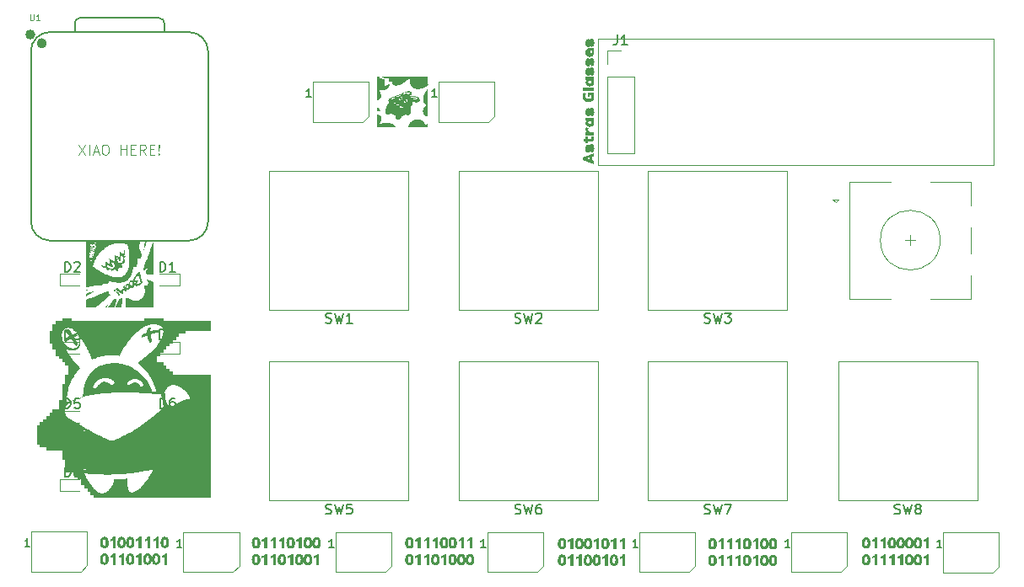
<source format=gto>
%TF.GenerationSoftware,KiCad,Pcbnew,9.0.6*%
%TF.CreationDate,2025-12-23T12:32:36-05:00*%
%TF.ProjectId,astrapad,61737472-6170-4616-942e-6b696361645f,rev?*%
%TF.SameCoordinates,Original*%
%TF.FileFunction,Legend,Top*%
%TF.FilePolarity,Positive*%
%FSLAX46Y46*%
G04 Gerber Fmt 4.6, Leading zero omitted, Abs format (unit mm)*
G04 Created by KiCad (PCBNEW 9.0.6) date 2025-12-23 12:32:36*
%MOMM*%
%LPD*%
G01*
G04 APERTURE LIST*
%ADD10C,0.000000*%
%ADD11C,0.100000*%
%ADD12C,0.150000*%
%ADD13C,0.250000*%
%ADD14C,0.101600*%
%ADD15C,0.120000*%
%ADD16C,0.127000*%
%ADD17C,0.504000*%
G04 APERTURE END LIST*
D10*
G36*
X12474685Y-25080323D02*
G01*
X12474990Y-25085490D01*
X12475102Y-25090509D01*
X12475013Y-25095419D01*
X12474713Y-25100263D01*
X12474196Y-25105081D01*
X12473451Y-25109915D01*
X12472472Y-25114806D01*
X12471248Y-25119796D01*
X12469773Y-25124925D01*
X12468037Y-25130235D01*
X12466032Y-25135767D01*
X12463749Y-25141563D01*
X12453105Y-25150690D01*
X12442495Y-25159556D01*
X12431871Y-25168198D01*
X12421188Y-25176655D01*
X12410399Y-25184962D01*
X12399458Y-25193158D01*
X12388318Y-25201279D01*
X12376933Y-25209363D01*
X12350349Y-25228376D01*
X12301411Y-25262420D01*
X12252024Y-25295768D01*
X12202221Y-25328493D01*
X12152037Y-25360671D01*
X12125834Y-25377395D01*
X12107101Y-25388573D01*
X12088520Y-25398765D01*
X12070039Y-25407985D01*
X12051607Y-25416247D01*
X12033173Y-25423565D01*
X12014685Y-25429954D01*
X11996092Y-25435428D01*
X11977341Y-25440000D01*
X11958383Y-25443686D01*
X11939164Y-25446498D01*
X11919635Y-25448452D01*
X11899743Y-25449561D01*
X11879437Y-25449839D01*
X11858665Y-25449302D01*
X11837377Y-25447962D01*
X11815520Y-25445834D01*
X11807807Y-25441556D01*
X11800674Y-25437360D01*
X11794069Y-25433207D01*
X11787935Y-25429055D01*
X11782218Y-25424865D01*
X11776863Y-25420597D01*
X11771815Y-25416211D01*
X11767020Y-25411666D01*
X11762424Y-25406923D01*
X11757970Y-25401942D01*
X11753604Y-25396682D01*
X11749272Y-25391104D01*
X11744919Y-25385167D01*
X11740490Y-25378832D01*
X11731184Y-25364805D01*
X11727555Y-25345313D01*
X11725164Y-25326096D01*
X11723954Y-25307136D01*
X11723867Y-25288414D01*
X11724843Y-25269912D01*
X11726825Y-25251609D01*
X11729753Y-25233488D01*
X11733570Y-25215528D01*
X11738216Y-25197712D01*
X11743634Y-25180020D01*
X11749764Y-25162434D01*
X11756549Y-25144934D01*
X11763930Y-25127501D01*
X11771848Y-25110117D01*
X11789062Y-25075417D01*
X11751855Y-25082859D01*
X11737859Y-25084743D01*
X11732043Y-25085455D01*
X11726856Y-25085998D01*
X11722178Y-25086362D01*
X11717889Y-25086536D01*
X11713869Y-25086508D01*
X11709997Y-25086269D01*
X11706155Y-25085807D01*
X11702221Y-25085111D01*
X11698077Y-25084171D01*
X11693603Y-25082975D01*
X11688677Y-25081512D01*
X11683182Y-25079773D01*
X11669999Y-25075417D01*
X11684055Y-25118412D01*
X11689051Y-25141563D01*
X11692766Y-25164909D01*
X11695236Y-25188403D01*
X11696072Y-25204043D01*
X11696497Y-25211997D01*
X11696584Y-25235642D01*
X11695534Y-25259292D01*
X11693381Y-25282899D01*
X11690163Y-25306414D01*
X11685914Y-25329790D01*
X11680669Y-25352979D01*
X11674466Y-25375934D01*
X11667339Y-25398607D01*
X11659325Y-25420950D01*
X11650458Y-25442915D01*
X11640775Y-25464455D01*
X11630312Y-25485521D01*
X11614882Y-25506972D01*
X11612651Y-25509926D01*
X11607077Y-25517307D01*
X11599171Y-25527376D01*
X11591130Y-25537176D01*
X11582925Y-25546702D01*
X11574522Y-25555952D01*
X11565891Y-25564920D01*
X11556999Y-25573603D01*
X11547814Y-25581998D01*
X11538306Y-25590099D01*
X11528441Y-25597904D01*
X11518190Y-25605409D01*
X11507518Y-25612609D01*
X11496396Y-25619501D01*
X11484791Y-25626081D01*
X11466953Y-25627969D01*
X11449894Y-25629071D01*
X11433533Y-25629392D01*
X11417786Y-25628939D01*
X11402571Y-25627715D01*
X11387805Y-25625727D01*
X11373406Y-25622978D01*
X11359290Y-25619475D01*
X11345376Y-25615222D01*
X11331580Y-25610225D01*
X11317820Y-25604489D01*
X11304014Y-25598018D01*
X11290078Y-25590818D01*
X11275929Y-25582895D01*
X11261486Y-25574252D01*
X11246666Y-25564896D01*
X11243669Y-25590580D01*
X11241110Y-25606279D01*
X11238271Y-25621359D01*
X11235101Y-25635858D01*
X11231551Y-25649817D01*
X11227569Y-25663276D01*
X11223104Y-25676276D01*
X11218107Y-25688855D01*
X11212527Y-25701055D01*
X11206313Y-25712915D01*
X11199416Y-25724476D01*
X11191783Y-25735777D01*
X11183365Y-25746858D01*
X11174112Y-25757761D01*
X11163973Y-25768524D01*
X11152896Y-25779187D01*
X11140833Y-25789792D01*
X11129529Y-25796107D01*
X11118219Y-25801644D01*
X11106893Y-25806423D01*
X11095542Y-25810462D01*
X11084157Y-25813780D01*
X11072727Y-25816397D01*
X11061246Y-25818329D01*
X11049702Y-25819598D01*
X11038087Y-25820221D01*
X11026392Y-25820217D01*
X11014608Y-25819605D01*
X11002725Y-25818404D01*
X10990734Y-25816633D01*
X10978626Y-25814310D01*
X10966392Y-25811455D01*
X10954023Y-25808086D01*
X10945672Y-25804368D01*
X10937639Y-25800490D01*
X10929913Y-25796452D01*
X10922485Y-25792257D01*
X10915343Y-25787903D01*
X10908478Y-25783394D01*
X10901879Y-25778729D01*
X10895534Y-25773909D01*
X10889435Y-25768936D01*
X10883571Y-25763811D01*
X10877930Y-25758534D01*
X10872503Y-25753107D01*
X10862248Y-25741806D01*
X10852722Y-25729914D01*
X10843842Y-25717441D01*
X10835523Y-25704394D01*
X10827684Y-25690781D01*
X10820239Y-25676610D01*
X10813106Y-25661889D01*
X10806201Y-25646626D01*
X10799440Y-25630829D01*
X10792740Y-25614506D01*
X10786172Y-25574837D01*
X10783473Y-25554723D01*
X10781272Y-25534487D01*
X10779651Y-25514180D01*
X10778691Y-25493852D01*
X10778474Y-25473552D01*
X10778853Y-25460871D01*
X10871197Y-25460871D01*
X10871318Y-25480377D01*
X10872107Y-25499334D01*
X10872797Y-25508671D01*
X10873708Y-25517947D01*
X10874858Y-25527187D01*
X10876266Y-25536417D01*
X10877949Y-25545663D01*
X10879926Y-25554949D01*
X10882215Y-25564301D01*
X10884833Y-25573745D01*
X10887800Y-25583306D01*
X10891132Y-25593008D01*
X10899190Y-25602169D01*
X10902602Y-25605918D01*
X10905727Y-25609189D01*
X10908658Y-25612039D01*
X10911489Y-25614524D01*
X10912896Y-25615648D01*
X10914313Y-25616703D01*
X10915752Y-25617694D01*
X10917223Y-25618630D01*
X10918740Y-25619518D01*
X10920313Y-25620365D01*
X10921954Y-25621177D01*
X10923675Y-25621963D01*
X10927403Y-25623481D01*
X10931591Y-25624976D01*
X10936331Y-25626506D01*
X10941716Y-25628126D01*
X10954798Y-25631869D01*
X10968420Y-25632852D01*
X10974040Y-25633151D01*
X10978999Y-25633278D01*
X10983400Y-25633200D01*
X10987343Y-25632884D01*
X10989175Y-25632627D01*
X10990931Y-25632297D01*
X10992623Y-25631892D01*
X10994263Y-25631407D01*
X10995865Y-25630837D01*
X10997442Y-25630179D01*
X10999005Y-25629429D01*
X11000568Y-25628582D01*
X11003743Y-25626582D01*
X11007067Y-25624146D01*
X11010643Y-25621242D01*
X11014571Y-25617837D01*
X11023889Y-25609390D01*
X11027331Y-25604821D01*
X11030520Y-25600287D01*
X11033466Y-25595782D01*
X11036178Y-25591302D01*
X11038664Y-25586843D01*
X11040934Y-25582400D01*
X11044859Y-25573546D01*
X11048027Y-25564704D01*
X11050508Y-25555838D01*
X11052374Y-25546914D01*
X11053697Y-25537897D01*
X11054549Y-25528749D01*
X11055002Y-25519438D01*
X11055127Y-25509926D01*
X11054995Y-25500179D01*
X11053345Y-25458133D01*
X11051932Y-25448147D01*
X11050397Y-25438819D01*
X11048703Y-25430082D01*
X11046814Y-25421871D01*
X11044691Y-25414118D01*
X11042298Y-25406756D01*
X11039597Y-25399719D01*
X11036551Y-25392940D01*
X11033124Y-25386352D01*
X11029277Y-25379890D01*
X11024974Y-25373485D01*
X11020177Y-25367072D01*
X11014850Y-25360584D01*
X11008955Y-25353953D01*
X11002454Y-25347115D01*
X10995312Y-25340000D01*
X10984331Y-25336021D01*
X10979761Y-25334458D01*
X10975675Y-25333179D01*
X10971977Y-25332184D01*
X10968569Y-25331474D01*
X10965356Y-25331047D01*
X10963791Y-25330941D01*
X10962239Y-25330905D01*
X10960687Y-25330941D01*
X10959122Y-25331047D01*
X10955909Y-25331474D01*
X10952501Y-25332184D01*
X10948803Y-25333179D01*
X10944717Y-25334458D01*
X10940147Y-25336021D01*
X10929166Y-25340000D01*
X10922362Y-25345488D01*
X10916106Y-25350875D01*
X10910371Y-25356204D01*
X10905132Y-25361520D01*
X10900363Y-25366869D01*
X10896038Y-25372295D01*
X10892133Y-25377842D01*
X10888620Y-25383556D01*
X10885476Y-25389480D01*
X10882673Y-25395661D01*
X10880186Y-25402141D01*
X10877990Y-25408967D01*
X10876059Y-25416183D01*
X10874367Y-25423832D01*
X10872889Y-25431962D01*
X10871599Y-25440614D01*
X10871197Y-25460871D01*
X10778853Y-25460871D01*
X10779079Y-25453330D01*
X10780590Y-25433235D01*
X10783087Y-25413317D01*
X10786652Y-25393626D01*
X10791365Y-25374212D01*
X10797309Y-25355124D01*
X10804564Y-25336412D01*
X10813211Y-25318125D01*
X10823333Y-25300313D01*
X10830008Y-25291649D01*
X10836664Y-25283443D01*
X10843344Y-25275691D01*
X10850089Y-25268389D01*
X10856942Y-25261535D01*
X10863945Y-25255124D01*
X10871141Y-25249154D01*
X10878571Y-25243622D01*
X10886278Y-25238522D01*
X10894305Y-25233854D01*
X10902694Y-25229612D01*
X10911486Y-25225793D01*
X10920725Y-25222394D01*
X10930452Y-25219413D01*
X10940711Y-25216844D01*
X10951542Y-25214685D01*
X10964937Y-25214384D01*
X10977947Y-25214352D01*
X10990612Y-25214624D01*
X11002968Y-25215231D01*
X11015053Y-25216206D01*
X11026904Y-25217583D01*
X11038559Y-25219394D01*
X11050056Y-25221671D01*
X11061431Y-25224448D01*
X11072724Y-25227757D01*
X11083971Y-25231631D01*
X11095209Y-25236104D01*
X11106477Y-25241206D01*
X11117812Y-25246972D01*
X11129251Y-25253434D01*
X11140833Y-25260626D01*
X11127604Y-25220938D01*
X11128830Y-25199614D01*
X11129194Y-25195171D01*
X11239610Y-25195171D01*
X11239629Y-25212933D01*
X11240424Y-25230661D01*
X11242009Y-25248289D01*
X11244400Y-25265752D01*
X11247614Y-25282983D01*
X11251664Y-25299915D01*
X11256566Y-25316485D01*
X11262337Y-25332624D01*
X11268990Y-25348269D01*
X11273689Y-25355929D01*
X11278434Y-25363175D01*
X11283256Y-25370029D01*
X11288181Y-25376510D01*
X11293238Y-25382638D01*
X11298457Y-25388434D01*
X11303864Y-25393919D01*
X11309489Y-25399112D01*
X11315360Y-25404034D01*
X11321506Y-25408705D01*
X11327954Y-25413145D01*
X11334733Y-25417376D01*
X11341871Y-25421417D01*
X11349398Y-25425288D01*
X11357341Y-25429011D01*
X11365729Y-25432605D01*
X11379633Y-25433935D01*
X11385380Y-25434349D01*
X11390467Y-25434540D01*
X11395003Y-25434468D01*
X11397098Y-25434320D01*
X11399095Y-25434091D01*
X11401009Y-25433775D01*
X11402851Y-25433368D01*
X11404637Y-25432864D01*
X11406379Y-25432257D01*
X11408091Y-25431544D01*
X11409786Y-25430719D01*
X11411478Y-25429776D01*
X11413180Y-25428710D01*
X11414906Y-25427517D01*
X11416670Y-25426191D01*
X11420362Y-25423120D01*
X11424365Y-25419456D01*
X11428787Y-25415157D01*
X11439316Y-25404493D01*
X11449403Y-25391953D01*
X11458386Y-25379454D01*
X11466324Y-25366959D01*
X11473277Y-25354432D01*
X11479303Y-25341835D01*
X11484461Y-25329133D01*
X11488811Y-25316289D01*
X11492411Y-25303266D01*
X11495321Y-25290029D01*
X11497600Y-25276539D01*
X11499307Y-25262762D01*
X11500500Y-25248661D01*
X11501240Y-25234198D01*
X11501585Y-25219338D01*
X11501595Y-25204043D01*
X11501328Y-25188278D01*
X11499879Y-25175351D01*
X11498115Y-25162847D01*
X11496014Y-25150737D01*
X11493553Y-25138989D01*
X11490710Y-25127573D01*
X11487462Y-25116458D01*
X11483786Y-25105613D01*
X11479660Y-25095007D01*
X11475061Y-25084609D01*
X11469967Y-25074389D01*
X11464355Y-25064315D01*
X11458203Y-25054356D01*
X11451488Y-25044482D01*
X11444188Y-25034662D01*
X11436279Y-25024864D01*
X11427740Y-25015059D01*
X11416176Y-25007780D01*
X11411339Y-25004844D01*
X11406982Y-25002337D01*
X11402996Y-25000232D01*
X11399267Y-24998498D01*
X11395686Y-24997107D01*
X11393915Y-24996531D01*
X11392139Y-24996030D01*
X11390345Y-24995600D01*
X11388517Y-24995237D01*
X11384707Y-24994700D01*
X11380599Y-24994389D01*
X11376080Y-24994276D01*
X11371039Y-24994331D01*
X11365365Y-24994525D01*
X11351673Y-24995215D01*
X11343006Y-24998518D01*
X11335026Y-25001914D01*
X11327668Y-25005430D01*
X11320870Y-25009098D01*
X11314568Y-25012945D01*
X11308698Y-25017000D01*
X11303199Y-25021294D01*
X11298005Y-25025854D01*
X11293055Y-25030709D01*
X11288285Y-25035890D01*
X11283631Y-25041424D01*
X11279031Y-25047341D01*
X11274420Y-25053669D01*
X11269736Y-25060439D01*
X11259895Y-25075417D01*
X11254917Y-25091572D01*
X11250607Y-25108155D01*
X11246980Y-25125099D01*
X11244052Y-25142338D01*
X11241837Y-25159807D01*
X11240351Y-25177440D01*
X11239610Y-25195171D01*
X11129194Y-25195171D01*
X11130554Y-25178592D01*
X11132823Y-25157873D01*
X11135683Y-25137459D01*
X11139183Y-25117350D01*
X11143370Y-25097548D01*
X11148290Y-25078053D01*
X11153993Y-25058868D01*
X11160524Y-25039994D01*
X11167932Y-25021431D01*
X11176263Y-25003181D01*
X11185566Y-24985245D01*
X11195887Y-24967624D01*
X11207275Y-24950320D01*
X11219775Y-24933334D01*
X11233437Y-24916667D01*
X11245204Y-24907477D01*
X11257049Y-24899264D01*
X11268989Y-24891979D01*
X11281041Y-24885575D01*
X11293222Y-24880005D01*
X11305549Y-24875220D01*
X11318039Y-24871174D01*
X11330708Y-24867819D01*
X11343574Y-24865106D01*
X11356653Y-24862990D01*
X11369963Y-24861421D01*
X11383519Y-24860353D01*
X11397340Y-24859738D01*
X11411442Y-24859528D01*
X11425842Y-24859675D01*
X11440556Y-24860133D01*
X11455076Y-24862112D01*
X11469246Y-24864611D01*
X11483139Y-24867624D01*
X11496826Y-24871146D01*
X11510378Y-24875171D01*
X11523866Y-24879693D01*
X11537362Y-24884708D01*
X11550937Y-24890209D01*
X11553004Y-24865818D01*
X11555418Y-24850521D01*
X11709687Y-24850521D01*
X11711335Y-24866034D01*
X11712226Y-24872935D01*
X11713221Y-24879355D01*
X11714365Y-24885361D01*
X11715700Y-24891018D01*
X11717272Y-24896395D01*
X11719125Y-24901557D01*
X11721303Y-24906571D01*
X11723851Y-24911503D01*
X11726813Y-24916422D01*
X11730232Y-24921392D01*
X11734153Y-24926480D01*
X11738622Y-24931755D01*
X11743681Y-24937281D01*
X11749375Y-24943125D01*
X11769487Y-24942827D01*
X11789193Y-24941217D01*
X11808525Y-24938396D01*
X11827516Y-24934465D01*
X11846196Y-24929524D01*
X11864600Y-24923674D01*
X11882757Y-24917015D01*
X11900701Y-24909648D01*
X11918464Y-24901673D01*
X11936078Y-24893192D01*
X11970984Y-24875111D01*
X12040416Y-24837292D01*
X12066874Y-24824063D01*
X12052512Y-24852953D01*
X11988326Y-24983640D01*
X11965718Y-25029089D01*
X11944143Y-25073402D01*
X11924199Y-25113919D01*
X11917954Y-25130661D01*
X11915147Y-25138889D01*
X11912541Y-25147049D01*
X11910131Y-25155163D01*
X11907912Y-25163251D01*
X11905877Y-25171336D01*
X11904021Y-25179437D01*
X11902338Y-25187577D01*
X11900821Y-25195775D01*
X11898264Y-25212435D01*
X11896305Y-25229586D01*
X11894895Y-25247396D01*
X11921354Y-25273855D01*
X11933893Y-25273507D01*
X11946429Y-25272484D01*
X11958958Y-25270815D01*
X11971471Y-25268530D01*
X11983965Y-25265659D01*
X11996432Y-25262232D01*
X12021263Y-25253828D01*
X12045917Y-25243556D01*
X12070346Y-25231654D01*
X12094502Y-25218361D01*
X12118339Y-25203914D01*
X12141807Y-25188553D01*
X12164859Y-25172515D01*
X12209526Y-25139361D01*
X12291770Y-25075417D01*
X12279282Y-25023293D01*
X12266102Y-24971371D01*
X12238043Y-24868011D01*
X12208354Y-24765095D01*
X12177791Y-24662377D01*
X12166040Y-24622770D01*
X12154395Y-24583131D01*
X12137398Y-24525517D01*
X12120204Y-24467961D01*
X12109803Y-24431971D01*
X12099766Y-24399015D01*
X12091138Y-24369932D01*
X12080104Y-24347813D01*
X12040416Y-24334584D01*
X11972377Y-24412741D01*
X11919718Y-24474902D01*
X11897944Y-24501873D01*
X11878562Y-24527112D01*
X11861087Y-24551375D01*
X11845034Y-24575418D01*
X11829919Y-24599996D01*
X11815258Y-24625865D01*
X11800566Y-24653782D01*
X11785359Y-24684501D01*
X11769152Y-24718779D01*
X11751461Y-24757371D01*
X11709687Y-24850521D01*
X11555418Y-24850521D01*
X11558509Y-24830930D01*
X11565842Y-24796664D01*
X11574900Y-24763007D01*
X11585579Y-24729943D01*
X11597774Y-24697458D01*
X11611382Y-24665538D01*
X11626299Y-24634169D01*
X11642420Y-24603336D01*
X11659643Y-24573026D01*
X11677862Y-24543223D01*
X11696975Y-24513914D01*
X11716876Y-24485084D01*
X11737462Y-24456719D01*
X11758629Y-24428805D01*
X11802291Y-24374271D01*
X11819848Y-24352703D01*
X11849457Y-24316978D01*
X11879504Y-24281725D01*
X11909981Y-24246912D01*
X11940880Y-24212504D01*
X11972192Y-24178469D01*
X12003909Y-24144774D01*
X12036024Y-24111385D01*
X12068528Y-24078269D01*
X12094657Y-24051768D01*
X12119068Y-24027523D01*
X12140778Y-24005902D01*
X12147002Y-24000860D01*
X12149623Y-23998820D01*
X12152003Y-23997071D01*
X12154209Y-23995590D01*
X12155268Y-23994943D01*
X12156308Y-23994355D01*
X12157338Y-23993823D01*
X12158366Y-23993345D01*
X12159400Y-23992916D01*
X12160448Y-23992535D01*
X12161519Y-23992199D01*
X12162622Y-23991905D01*
X12163763Y-23991650D01*
X12164952Y-23991431D01*
X12166197Y-23991246D01*
X12167506Y-23991092D01*
X12170348Y-23990864D01*
X12173547Y-23990726D01*
X12177167Y-23990656D01*
X12185937Y-23990626D01*
X12192256Y-24014573D01*
X12246447Y-24219865D01*
X12297432Y-24413206D01*
X12351915Y-24619167D01*
X12407474Y-24824838D01*
X12422667Y-24880435D01*
X12436201Y-24929454D01*
X12449900Y-24978427D01*
X12461631Y-25021312D01*
X12471704Y-25057334D01*
X12472697Y-25063511D01*
X12473530Y-25069374D01*
X12474196Y-25074965D01*
X12474237Y-25075417D01*
X12474685Y-25080323D01*
G37*
G36*
X12949485Y-20916973D02*
G01*
X12838582Y-21234632D01*
X12792098Y-21368270D01*
X12768676Y-21435772D01*
X12730974Y-21542889D01*
X12692059Y-21649411D01*
X12651601Y-21755353D01*
X12609270Y-21860730D01*
X12606569Y-21852194D01*
X12604327Y-21843933D01*
X12602523Y-21835907D01*
X12601132Y-21828073D01*
X12600134Y-21820391D01*
X12599504Y-21812819D01*
X12599220Y-21805316D01*
X12599259Y-21797842D01*
X12599599Y-21790353D01*
X12600216Y-21782811D01*
X12601089Y-21775172D01*
X12602194Y-21767397D01*
X12605010Y-21751270D01*
X12608482Y-21734100D01*
X12617728Y-21689243D01*
X12628080Y-21640847D01*
X12638530Y-21590701D01*
X12666410Y-21458517D01*
X12688751Y-21352032D01*
X12740195Y-21109976D01*
X12766878Y-20989170D01*
X12794479Y-20868542D01*
X12966458Y-20868542D01*
X12949485Y-20916973D01*
G37*
G36*
X6507765Y-36597794D02*
G01*
X6344077Y-36652070D01*
X6180045Y-36705207D01*
X5994342Y-36763923D01*
X6361929Y-36632959D01*
X6507857Y-36593314D01*
X6507765Y-36597794D01*
G37*
D11*
X58222500Y-620000D02*
X97910000Y-620000D01*
X97910000Y-13320000D01*
X58222500Y-13320000D01*
X58222500Y-620000D01*
D10*
G36*
X9894926Y-25978706D02*
G01*
X9905368Y-25982725D01*
X9915424Y-25987051D01*
X9925128Y-25991677D01*
X9934516Y-25996598D01*
X9943624Y-26001808D01*
X9952487Y-26007300D01*
X9961141Y-26013069D01*
X9969621Y-26019108D01*
X9977963Y-26025411D01*
X9986202Y-26031972D01*
X9994375Y-26038784D01*
X10010660Y-26053141D01*
X10027102Y-26068431D01*
X10048054Y-26087968D01*
X10076086Y-26114942D01*
X10103512Y-26142383D01*
X10130318Y-26170330D01*
X10156487Y-26198819D01*
X10182003Y-26227889D01*
X10206851Y-26257577D01*
X10231015Y-26287921D01*
X10254479Y-26318959D01*
X10250347Y-26329217D01*
X10245814Y-26338825D01*
X10240896Y-26347844D01*
X10235608Y-26356330D01*
X10229963Y-26364342D01*
X10223978Y-26371941D01*
X10217666Y-26379183D01*
X10211044Y-26386128D01*
X10204125Y-26392834D01*
X10196924Y-26399360D01*
X10189457Y-26405765D01*
X10181739Y-26412107D01*
X10148646Y-26438021D01*
X10140585Y-26434510D01*
X10133024Y-26430936D01*
X10125921Y-26427274D01*
X10119232Y-26423500D01*
X10112911Y-26419588D01*
X10106916Y-26415513D01*
X10101203Y-26411250D01*
X10095727Y-26406775D01*
X10090445Y-26402061D01*
X10085313Y-26397085D01*
X10080287Y-26391820D01*
X10075324Y-26386243D01*
X10070379Y-26380327D01*
X10065408Y-26374048D01*
X10060368Y-26367381D01*
X10055214Y-26360300D01*
X10040152Y-26340524D01*
X10024844Y-26321073D01*
X10009291Y-26301908D01*
X9993494Y-26282988D01*
X9977454Y-26264276D01*
X9961172Y-26245732D01*
X9944648Y-26227317D01*
X9927884Y-26208991D01*
X9909303Y-26188818D01*
X9883588Y-26161380D01*
X9857598Y-26134240D01*
X9831307Y-26107393D01*
X9804687Y-26080834D01*
X9884062Y-25975000D01*
X9894926Y-25978706D01*
G37*
G36*
X9048609Y-25970246D02*
G01*
X9063165Y-26011507D01*
X9078666Y-26051590D01*
X9095196Y-26090708D01*
X9112836Y-26129074D01*
X9131669Y-26166900D01*
X9151777Y-26204400D01*
X9173242Y-26241786D01*
X9196145Y-26279271D01*
X9235833Y-26345417D01*
X9171007Y-26405246D01*
X9138357Y-26434767D01*
X9105487Y-26464004D01*
X9072352Y-26492939D01*
X9038904Y-26521553D01*
X9005098Y-26549831D01*
X8970888Y-26577754D01*
X8936292Y-26606475D01*
X8902009Y-26635534D01*
X8867942Y-26664850D01*
X8833997Y-26694336D01*
X8748857Y-26768113D01*
X8663280Y-26841351D01*
X8577072Y-26913842D01*
X8490039Y-26985378D01*
X8427357Y-27037270D01*
X8365378Y-27089961D01*
X8242450Y-27196586D01*
X8163902Y-27264583D01*
X8084942Y-27332054D01*
X8005297Y-27398710D01*
X7924698Y-27464263D01*
X7912220Y-27474185D01*
X7902532Y-27482019D01*
X7898503Y-27485376D01*
X7894894Y-27488479D01*
X7891613Y-27491416D01*
X7888567Y-27494278D01*
X7885663Y-27497152D01*
X7882810Y-27500128D01*
X7879914Y-27503296D01*
X7876884Y-27506744D01*
X7870048Y-27514838D01*
X7861564Y-27525125D01*
X7852231Y-27534863D01*
X7842931Y-27543985D01*
X7833655Y-27552512D01*
X7824394Y-27560463D01*
X7815137Y-27567855D01*
X7805877Y-27574710D01*
X7796603Y-27581045D01*
X7787306Y-27586881D01*
X7777977Y-27592236D01*
X7768606Y-27597130D01*
X7759184Y-27601582D01*
X7749701Y-27605611D01*
X7740149Y-27609237D01*
X7730517Y-27612478D01*
X7710978Y-27617885D01*
X7691010Y-27621985D01*
X7670536Y-27624933D01*
X7649482Y-27626883D01*
X7627774Y-27627988D01*
X7605335Y-27628403D01*
X7582091Y-27628282D01*
X7532888Y-27627044D01*
X7469389Y-27626534D01*
X7386459Y-27625390D01*
X7303540Y-27623592D01*
X7203705Y-27621975D01*
X7103863Y-27620919D01*
X6952766Y-27618514D01*
X6801666Y-27615417D01*
X6801666Y-26861355D01*
X7175936Y-26701752D01*
X7551227Y-26544575D01*
X7926972Y-26387585D01*
X7998360Y-26357693D01*
X8333067Y-26217490D01*
X8486298Y-26153306D01*
X8592930Y-26108619D01*
X8754630Y-26041031D01*
X8818796Y-26014183D01*
X8913269Y-25974742D01*
X8942040Y-25962638D01*
X8963843Y-25953618D01*
X8980587Y-25946841D01*
X8993390Y-25941984D01*
X8998663Y-25940176D01*
X9003369Y-25938729D01*
X9007649Y-25937601D01*
X9011642Y-25936754D01*
X9015487Y-25936147D01*
X9019325Y-25935740D01*
X9023295Y-25935493D01*
X9027537Y-25935366D01*
X9037395Y-25935313D01*
X9048609Y-25970246D01*
G37*
G36*
X9698660Y-26705359D02*
G01*
X9737799Y-26722001D01*
X9776701Y-26739189D01*
X9815487Y-26756813D01*
X9825620Y-26760856D01*
X9835692Y-26764591D01*
X9845748Y-26768044D01*
X9855829Y-26771240D01*
X9865981Y-26774206D01*
X9876246Y-26776967D01*
X9886669Y-26779550D01*
X9897291Y-26781980D01*
X9895613Y-26799733D01*
X9893522Y-26817290D01*
X9891042Y-26834669D01*
X9888196Y-26851893D01*
X9881501Y-26885955D01*
X9873624Y-26919641D01*
X9864753Y-26953118D01*
X9855073Y-26986552D01*
X9834039Y-27053953D01*
X9819064Y-27101453D01*
X9779672Y-27225466D01*
X9739626Y-27352255D01*
X9709189Y-27448347D01*
X9694615Y-27494486D01*
X9681103Y-27536788D01*
X9669206Y-27574189D01*
X9664323Y-27587624D01*
X9662215Y-27593068D01*
X9660234Y-27597746D01*
X9658308Y-27601722D01*
X9657343Y-27603466D01*
X9656365Y-27605058D01*
X9655365Y-27606505D01*
X9654334Y-27607816D01*
X9653262Y-27608998D01*
X9652142Y-27610059D01*
X9650964Y-27611008D01*
X9649719Y-27611851D01*
X9648398Y-27612597D01*
X9646992Y-27613254D01*
X9645493Y-27613828D01*
X9643890Y-27614330D01*
X9642176Y-27614765D01*
X9640341Y-27615142D01*
X9636273Y-27615753D01*
X9631615Y-27616226D01*
X9620239Y-27617008D01*
X9586144Y-27616919D01*
X9547623Y-27616916D01*
X9505739Y-27616709D01*
X9463085Y-27616652D01*
X9327610Y-27616244D01*
X9236014Y-27616063D01*
X9010937Y-27615417D01*
X9023979Y-27592595D01*
X9037169Y-27570077D01*
X9050563Y-27547825D01*
X9064218Y-27525803D01*
X9078190Y-27503977D01*
X9092533Y-27482309D01*
X9107304Y-27460763D01*
X9122558Y-27439304D01*
X9139699Y-27415516D01*
X9216286Y-27309919D01*
X9279654Y-27222676D01*
X9301472Y-27192604D01*
X9346636Y-27129272D01*
X9391146Y-27065511D01*
X9435187Y-27001424D01*
X9478945Y-26937112D01*
X9522602Y-26874112D01*
X9567195Y-26811893D01*
X9612718Y-26750350D01*
X9659166Y-26689375D01*
X9698660Y-26705359D01*
G37*
G36*
X12167798Y-21431816D02*
G01*
X12161867Y-21479216D01*
X12156252Y-21523347D01*
X12151356Y-21562160D01*
X12148280Y-21582264D01*
X12147079Y-21589385D01*
X12145900Y-21595538D01*
X12144590Y-21601464D01*
X12142996Y-21607902D01*
X12138347Y-21625270D01*
X12137095Y-21631798D01*
X12136328Y-21637981D01*
X12136017Y-21643861D01*
X12136134Y-21649482D01*
X12136652Y-21654886D01*
X12137543Y-21660117D01*
X12138778Y-21665219D01*
X12140329Y-21670234D01*
X12142169Y-21675205D01*
X12144269Y-21680177D01*
X12146602Y-21685191D01*
X12149139Y-21690291D01*
X12160770Y-21712418D01*
X12179587Y-21749839D01*
X12199993Y-21789623D01*
X12240989Y-21873832D01*
X12259004Y-21913647D01*
X12280662Y-21961511D01*
X12299251Y-22006439D01*
X12316607Y-22051978D01*
X12319077Y-22059167D01*
X12332430Y-22098042D01*
X12336654Y-22112084D01*
X12340634Y-22125313D01*
X12346420Y-22144547D01*
X12354942Y-22178230D01*
X12358276Y-22191407D01*
X12360930Y-22204688D01*
X12367696Y-22238536D01*
X12370391Y-22257605D01*
X12374382Y-22285850D01*
X12378032Y-22333262D01*
X12378345Y-22380687D01*
X12375022Y-22428040D01*
X12371903Y-22451663D01*
X12367761Y-22475236D01*
X12363228Y-22495730D01*
X12362560Y-22498748D01*
X12356262Y-22522188D01*
X12349434Y-22538107D01*
X12342040Y-22553517D01*
X12334078Y-22568413D01*
X12325546Y-22582788D01*
X12316439Y-22596633D01*
X12306756Y-22609944D01*
X12302860Y-22614792D01*
X12296494Y-22622712D01*
X12285649Y-22634932D01*
X12274218Y-22646595D01*
X12262199Y-22657696D01*
X12249589Y-22668227D01*
X12236384Y-22678182D01*
X12222583Y-22687553D01*
X12208181Y-22696334D01*
X12193176Y-22704519D01*
X12177565Y-22712099D01*
X12165835Y-22715034D01*
X12154082Y-22717482D01*
X12142307Y-22719477D01*
X12130511Y-22721057D01*
X12118695Y-22722256D01*
X12106858Y-22723111D01*
X12095002Y-22723658D01*
X12083126Y-22723933D01*
X12059320Y-22723808D01*
X12035444Y-22723024D01*
X11987499Y-22720626D01*
X11986167Y-22747084D01*
X11986001Y-22750385D01*
X11982365Y-22803270D01*
X11977914Y-22856020D01*
X11972756Y-22908663D01*
X11966996Y-22961226D01*
X11957552Y-23038126D01*
X11954101Y-23066226D01*
X11940086Y-23171244D01*
X11923627Y-23293924D01*
X11913085Y-23372266D01*
X11908157Y-23409137D01*
X11906431Y-23421772D01*
X11903474Y-23443430D01*
X11899411Y-23473429D01*
X11897659Y-23483659D01*
X11895758Y-23493814D01*
X11893716Y-23503911D01*
X11891539Y-23513964D01*
X11889238Y-23523991D01*
X11886820Y-23534005D01*
X11881666Y-23554063D01*
X11832832Y-23553598D01*
X11768391Y-23553236D01*
X11736326Y-23552900D01*
X11712753Y-23552965D01*
X11689427Y-23553395D01*
X11666283Y-23554257D01*
X11643252Y-23555614D01*
X11620269Y-23557531D01*
X11597266Y-23560073D01*
X11574178Y-23563306D01*
X11550937Y-23567292D01*
X11548993Y-23569318D01*
X11547183Y-23571370D01*
X11545500Y-23573449D01*
X11543940Y-23575554D01*
X11542496Y-23577685D01*
X11541163Y-23579842D01*
X11539936Y-23582024D01*
X11538810Y-23584233D01*
X11536836Y-23588725D01*
X11535198Y-23593318D01*
X11533851Y-23598008D01*
X11532752Y-23602796D01*
X11531857Y-23607678D01*
X11531123Y-23612655D01*
X11529960Y-23622882D01*
X11528913Y-23633466D01*
X11527631Y-23644393D01*
X11518596Y-23699584D01*
X11500153Y-23812250D01*
X11483493Y-23895920D01*
X11464549Y-23979084D01*
X11443070Y-24061492D01*
X11418805Y-24142895D01*
X11391503Y-24223040D01*
X11360912Y-24301680D01*
X11326781Y-24378563D01*
X11288858Y-24453439D01*
X11246892Y-24526058D01*
X11242297Y-24533021D01*
X11200631Y-24596170D01*
X11188391Y-24612396D01*
X11149824Y-24663524D01*
X11094220Y-24727871D01*
X11064388Y-24757917D01*
X11033567Y-24788961D01*
X10967613Y-24846542D01*
X10961910Y-24850521D01*
X10942947Y-24863751D01*
X10904390Y-24890650D01*
X10839533Y-24930526D01*
X10773157Y-24966269D01*
X10705378Y-24997976D01*
X10636311Y-25025745D01*
X10566072Y-25049676D01*
X10494775Y-25069865D01*
X10422535Y-25086411D01*
X10349469Y-25099412D01*
X10275691Y-25108966D01*
X10201316Y-25115171D01*
X10126460Y-25118125D01*
X10051239Y-25117926D01*
X9975766Y-25114673D01*
X9900159Y-25108463D01*
X9824531Y-25099395D01*
X9733979Y-25084069D01*
X9644253Y-25066100D01*
X9555239Y-25045736D01*
X9466819Y-25023225D01*
X9378878Y-24998815D01*
X9291300Y-24972753D01*
X9203970Y-24945288D01*
X9116770Y-24916667D01*
X9112746Y-24929896D01*
X9108723Y-24943125D01*
X9097909Y-24978679D01*
X9087299Y-25013560D01*
X9082730Y-25029761D01*
X9078354Y-25045990D01*
X9077601Y-25048959D01*
X9070100Y-25078539D01*
X9062374Y-25111219D01*
X9058538Y-25128334D01*
X9055017Y-25144043D01*
X9052145Y-25147776D01*
X9049185Y-25151287D01*
X9046139Y-25154584D01*
X9043009Y-25157675D01*
X9039798Y-25160569D01*
X9036509Y-25163275D01*
X9033143Y-25165799D01*
X9029705Y-25168152D01*
X9026195Y-25170340D01*
X9022616Y-25172373D01*
X9018972Y-25174258D01*
X9015263Y-25176004D01*
X9007666Y-25179112D01*
X8999844Y-25181763D01*
X8991817Y-25184023D01*
X8983605Y-25185959D01*
X8975228Y-25187637D01*
X8966706Y-25189123D01*
X8931562Y-25194480D01*
X8883180Y-25201240D01*
X8834772Y-25207812D01*
X8753450Y-25218923D01*
X8737730Y-25220938D01*
X8725661Y-25222486D01*
X8697846Y-25225834D01*
X8654609Y-25230395D01*
X8636721Y-25232530D01*
X8620864Y-25234739D01*
X8606696Y-25237154D01*
X8593878Y-25239904D01*
X8582066Y-25243117D01*
X8570919Y-25246925D01*
X8560096Y-25251456D01*
X8549255Y-25256840D01*
X8538056Y-25263207D01*
X8526155Y-25270686D01*
X8513213Y-25279407D01*
X8498887Y-25289499D01*
X8483998Y-25300313D01*
X8464717Y-25314317D01*
X8428854Y-25366459D01*
X8416666Y-25374421D01*
X8404361Y-25381616D01*
X8391934Y-25388074D01*
X8379381Y-25393827D01*
X8366697Y-25398908D01*
X8353878Y-25403346D01*
X8340918Y-25407174D01*
X8327812Y-25410424D01*
X8314557Y-25413127D01*
X8301148Y-25415314D01*
X8287580Y-25417017D01*
X8273847Y-25418267D01*
X8259947Y-25419097D01*
X8245873Y-25419537D01*
X8231621Y-25419619D01*
X8217187Y-25419376D01*
X8193677Y-25414567D01*
X8170385Y-25409161D01*
X8147299Y-25403154D01*
X8124408Y-25396544D01*
X8101700Y-25389327D01*
X8079166Y-25381502D01*
X8056794Y-25373065D01*
X8034572Y-25364014D01*
X8019753Y-25360398D01*
X8004879Y-25357786D01*
X7989958Y-25356095D01*
X7974999Y-25355243D01*
X7960010Y-25355148D01*
X7944999Y-25355729D01*
X7929975Y-25356902D01*
X7914945Y-25358586D01*
X7899918Y-25360700D01*
X7884903Y-25363160D01*
X7854938Y-25368794D01*
X7795508Y-25380618D01*
X7741144Y-25390139D01*
X7669530Y-25402850D01*
X7597957Y-25415786D01*
X7455580Y-25441080D01*
X7235283Y-25480315D01*
X6954628Y-25530066D01*
X6916414Y-25536807D01*
X6881920Y-25542824D01*
X6852131Y-25548043D01*
X6844156Y-25549239D01*
X6837839Y-25550138D01*
X6832590Y-25550782D01*
X6827818Y-25551214D01*
X6822931Y-25551476D01*
X6817338Y-25551610D01*
X6810446Y-25551660D01*
X6801666Y-25551667D01*
X6801566Y-25287084D01*
X7873229Y-25287084D01*
X7912916Y-25300313D01*
X7899687Y-25273855D01*
X7873229Y-25287084D01*
X6801566Y-25287084D01*
X6801541Y-25220938D01*
X8177500Y-25220938D01*
X8177500Y-25234167D01*
X8270104Y-25234167D01*
X8270104Y-25220938D01*
X8177500Y-25220938D01*
X6801541Y-25220938D01*
X6801506Y-25128334D01*
X8336250Y-25128334D01*
X8349479Y-25128334D01*
X8547916Y-25128334D01*
X8547916Y-25194480D01*
X8561146Y-25194480D01*
X8561146Y-25128334D01*
X8547916Y-25128334D01*
X8349479Y-25128334D01*
X8349479Y-25048959D01*
X8336250Y-25048959D01*
X8336250Y-25128334D01*
X6801506Y-25128334D01*
X6801461Y-25009271D01*
X7846771Y-25009271D01*
X7860000Y-25048959D01*
X7886458Y-25048959D01*
X7846771Y-25009271D01*
X6801461Y-25009271D01*
X6801436Y-24943125D01*
X8336250Y-24943125D01*
X8336250Y-25035730D01*
X8349479Y-25035730D01*
X8349479Y-24943125D01*
X8336250Y-24943125D01*
X6801436Y-24943125D01*
X6801416Y-24890209D01*
X7754166Y-24890209D01*
X7754166Y-24929896D01*
X7767396Y-24929896D01*
X7754166Y-24890209D01*
X6801416Y-24890209D01*
X6801406Y-24863751D01*
X7701250Y-24863751D01*
X7714479Y-24863751D01*
X7710069Y-24850521D01*
X9712083Y-24850521D01*
X9712083Y-24863751D01*
X9778229Y-24863751D01*
X9778229Y-24876980D01*
X9857604Y-24876980D01*
X9884062Y-24876980D01*
X9884062Y-24890209D01*
X10029583Y-24890209D01*
X10042812Y-24890209D01*
X10042812Y-24903438D01*
X10148646Y-24903438D01*
X10148646Y-24890209D01*
X10188333Y-24890209D01*
X10307395Y-24890209D01*
X10307395Y-24876980D01*
X10333854Y-24876980D01*
X10400000Y-24876980D01*
X10400000Y-24863751D01*
X10333854Y-24863751D01*
X10333854Y-24876980D01*
X10307395Y-24876980D01*
X10188333Y-24876980D01*
X10188333Y-24890209D01*
X10148646Y-24890209D01*
X10042812Y-24890209D01*
X10029583Y-24890209D01*
X10029583Y-24876980D01*
X9884062Y-24876980D01*
X9857604Y-24876980D01*
X9857604Y-24863751D01*
X9778229Y-24863751D01*
X9778229Y-24850521D01*
X9712083Y-24850521D01*
X7710069Y-24850521D01*
X7701250Y-24824063D01*
X7701250Y-24863751D01*
X6801406Y-24863751D01*
X6801366Y-24757917D01*
X9328437Y-24757917D01*
X9354896Y-24757917D01*
X9341666Y-24731459D01*
X9328437Y-24757917D01*
X6801366Y-24757917D01*
X6801315Y-24625626D01*
X10863020Y-24625626D01*
X10889479Y-24638855D01*
X10902708Y-24612396D01*
X10863020Y-24625626D01*
X6801315Y-24625626D01*
X6801275Y-24519792D01*
X8759583Y-24519792D01*
X8786041Y-24519792D01*
X8772812Y-24480105D01*
X8759583Y-24519792D01*
X6801275Y-24519792D01*
X6801215Y-24361042D01*
X8058437Y-24361042D01*
X8058437Y-24400730D01*
X8071666Y-24400730D01*
X8058437Y-24361042D01*
X6801215Y-24361042D01*
X6801145Y-24175834D01*
X7912916Y-24175834D01*
X7912916Y-24215522D01*
X7939375Y-24228751D01*
X7912916Y-24175834D01*
X6801145Y-24175834D01*
X6801135Y-24149375D01*
X8151041Y-24149375D01*
X8190729Y-24162605D01*
X8177500Y-24136146D01*
X8151041Y-24149375D01*
X6801135Y-24149375D01*
X6801125Y-24122917D01*
X7820312Y-24122917D01*
X7860000Y-24136146D01*
X7846771Y-24109688D01*
X7820312Y-24122917D01*
X6801125Y-24122917D01*
X6801110Y-24083230D01*
X7767396Y-24083230D01*
X7807083Y-24096459D01*
X7793854Y-24070000D01*
X7767396Y-24083230D01*
X6801110Y-24083230D01*
X6801090Y-24030313D01*
X7701250Y-24030313D01*
X7740937Y-24043542D01*
X7727708Y-24017084D01*
X7965833Y-24017084D01*
X8005520Y-24030313D01*
X7992291Y-24003855D01*
X7965833Y-24017084D01*
X7727708Y-24017084D01*
X7701250Y-24030313D01*
X6801090Y-24030313D01*
X6801070Y-23977396D01*
X7912916Y-23977396D01*
X7952604Y-23990626D01*
X7939375Y-23964167D01*
X7912916Y-23977396D01*
X6801070Y-23977396D01*
X6801040Y-23898021D01*
X7542500Y-23898021D01*
X7582187Y-23911251D01*
X7568958Y-23884792D01*
X7793854Y-23884792D01*
X7833541Y-23898021D01*
X7820312Y-23871563D01*
X7793854Y-23884792D01*
X7568958Y-23884792D01*
X7542500Y-23898021D01*
X6801040Y-23898021D01*
X6801000Y-23792188D01*
X7449896Y-23792188D01*
X7463125Y-23831876D01*
X7489583Y-23831876D01*
X7476354Y-23818647D01*
X7714479Y-23818647D01*
X7754166Y-23831876D01*
X7740937Y-23805417D01*
X7714479Y-23818647D01*
X7476354Y-23818647D01*
X7449896Y-23792188D01*
X6801000Y-23792188D01*
X6800991Y-23767591D01*
X6800987Y-23752500D01*
X7635104Y-23752500D01*
X7674791Y-23765730D01*
X7661562Y-23739271D01*
X7635104Y-23752500D01*
X6800987Y-23752500D01*
X6800965Y-23659896D01*
X7529270Y-23659896D01*
X7582187Y-23686355D01*
X7555729Y-23646667D01*
X7529270Y-23659896D01*
X6800965Y-23659896D01*
X6800940Y-23557199D01*
X6800929Y-23514889D01*
X6800907Y-23461459D01*
X7516041Y-23461459D01*
X7561212Y-23500350D01*
X7607115Y-23537926D01*
X7653708Y-23574357D01*
X7700951Y-23609813D01*
X7748805Y-23644464D01*
X7797229Y-23678482D01*
X7808714Y-23686355D01*
X7846182Y-23712037D01*
X7895624Y-23745298D01*
X7925944Y-23765730D01*
X7937128Y-23773266D01*
X7978494Y-23801438D01*
X8024437Y-23831876D01*
X8110320Y-23888773D01*
X8125101Y-23898021D01*
X8146244Y-23911251D01*
X8256429Y-23980194D01*
X8274200Y-23990626D01*
X8341812Y-24030313D01*
X8364349Y-24043542D01*
X8414890Y-24073209D01*
X8457516Y-24096459D01*
X8578788Y-24162605D01*
X8583775Y-24165325D01*
X8710576Y-24228751D01*
X8761154Y-24254049D01*
X8945098Y-24336889D01*
X9106779Y-24400730D01*
X9133676Y-24411350D01*
X9324961Y-24474941D01*
X9496461Y-24519792D01*
X9517022Y-24525169D01*
X9612740Y-24544493D01*
X9707930Y-24559541D01*
X9802348Y-24570001D01*
X9895755Y-24575563D01*
X9987909Y-24575915D01*
X10078569Y-24570744D01*
X10167493Y-24559740D01*
X10168811Y-24559480D01*
X10929166Y-24559480D01*
X10942395Y-24585938D01*
X10968854Y-24533021D01*
X10929166Y-24559480D01*
X10168811Y-24559480D01*
X10254441Y-24542590D01*
X10339171Y-24518983D01*
X10421443Y-24488608D01*
X10501014Y-24451153D01*
X10577645Y-24406306D01*
X10651092Y-24353756D01*
X10721117Y-24293191D01*
X10759628Y-24250819D01*
X10795946Y-24207197D01*
X10830133Y-24162381D01*
X10862250Y-24116430D01*
X10920519Y-24021348D01*
X10971240Y-23922408D01*
X11014904Y-23820069D01*
X11051999Y-23714786D01*
X11056374Y-23699584D01*
X11286354Y-23699584D01*
X11286354Y-23792188D01*
X11299583Y-23792188D01*
X11312812Y-23699584D01*
X11286354Y-23699584D01*
X11056374Y-23699584D01*
X11083015Y-23607019D01*
X11108439Y-23497223D01*
X11122208Y-23421772D01*
X11154062Y-23421772D01*
X11154062Y-23593751D01*
X11167291Y-23593751D01*
X11167291Y-23421772D01*
X11154062Y-23421772D01*
X11122208Y-23421772D01*
X11128762Y-23385857D01*
X11144472Y-23273378D01*
X11146887Y-23249792D01*
X11286354Y-23249792D01*
X11352500Y-23249792D01*
X11352500Y-23038126D01*
X11339270Y-23038126D01*
X11339270Y-23236563D01*
X11286354Y-23249792D01*
X11146887Y-23249792D01*
X11156058Y-23160243D01*
X11164009Y-23046910D01*
X11168815Y-22933836D01*
X11169351Y-22905834D01*
X11326041Y-22905834D01*
X11339270Y-22905834D01*
X11339270Y-22747084D01*
X11326041Y-22747084D01*
X11326041Y-22821478D01*
X11326041Y-22905834D01*
X11169351Y-22905834D01*
X11170964Y-22821478D01*
X11169357Y-22614792D01*
X11312812Y-22614792D01*
X11312812Y-22747084D01*
X11326041Y-22747084D01*
X11326041Y-22614792D01*
X11312812Y-22614792D01*
X11169357Y-22614792D01*
X11169248Y-22600743D01*
X11164920Y-22495730D01*
X11299583Y-22495730D01*
X11299583Y-22588334D01*
X11312812Y-22588334D01*
X11312812Y-22508959D01*
X12013958Y-22508959D01*
X12013958Y-22522188D01*
X12106562Y-22522188D01*
X12119791Y-22495730D01*
X12146249Y-22495730D01*
X12133020Y-22469271D01*
X12119791Y-22495730D01*
X12013958Y-22508959D01*
X11312812Y-22508959D01*
X11312812Y-22495730D01*
X11299583Y-22495730D01*
X11164920Y-22495730D01*
X11163092Y-22451392D01*
X11158843Y-22389896D01*
X11286354Y-22389896D01*
X11286354Y-22482501D01*
X11299583Y-22482501D01*
X11299583Y-22429584D01*
X11828749Y-22429584D01*
X11868437Y-22442813D01*
X11855208Y-22416355D01*
X11828749Y-22429584D01*
X11299583Y-22429584D01*
X11299583Y-22389896D01*
X12159479Y-22389896D01*
X12159479Y-22442813D01*
X12172708Y-22442813D01*
X12172708Y-22257605D01*
X12159479Y-22257605D01*
X12159479Y-22310522D01*
X12159479Y-22389896D01*
X11299583Y-22389896D01*
X11286354Y-22389896D01*
X11158843Y-22389896D01*
X11152788Y-22302246D01*
X11151042Y-22284063D01*
X11273124Y-22284063D01*
X11273124Y-22363438D01*
X11286354Y-22363438D01*
X11286354Y-22284063D01*
X11273124Y-22284063D01*
X11151042Y-22284063D01*
X11143418Y-22204688D01*
X11259895Y-22204688D01*
X11259895Y-22270834D01*
X11273124Y-22270834D01*
X11273124Y-22257605D01*
X11656770Y-22257605D01*
X11656770Y-22284063D01*
X11683229Y-22284063D01*
X11683229Y-22310522D01*
X11709687Y-22310522D01*
X11683229Y-22284063D01*
X11656770Y-22257605D01*
X11273124Y-22257605D01*
X11273124Y-22204688D01*
X11259895Y-22204688D01*
X11143418Y-22204688D01*
X11138492Y-22153395D01*
X11135063Y-22125313D01*
X11246666Y-22125313D01*
X11246666Y-22191459D01*
X11259895Y-22191459D01*
X11259895Y-22138542D01*
X11564166Y-22138542D01*
X11564166Y-22178230D01*
X11577395Y-22178230D01*
X11564166Y-22138542D01*
X11259895Y-22138542D01*
X11259895Y-22125313D01*
X11246666Y-22125313D01*
X11135063Y-22125313D01*
X11125371Y-22045938D01*
X11233437Y-22045938D01*
X11233437Y-22112084D01*
X11246666Y-22112084D01*
X11246666Y-22072396D01*
X11511249Y-22072396D01*
X11511249Y-22112084D01*
X11524479Y-22112084D01*
X11511249Y-22072396D01*
X11246666Y-22072396D01*
X11246666Y-22059167D01*
X11471562Y-22059167D01*
X11484791Y-22059167D01*
X11471562Y-22019480D01*
X11471562Y-22045938D01*
X11471562Y-22059167D01*
X11246666Y-22059167D01*
X11246666Y-22045938D01*
X11233437Y-22045938D01*
X11125371Y-22045938D01*
X11120363Y-22004929D01*
X11106914Y-21913647D01*
X11206979Y-21913647D01*
X11206979Y-21979792D01*
X11220208Y-21979792D01*
X11220208Y-21913647D01*
X11206979Y-21913647D01*
X11106914Y-21913647D01*
X11098558Y-21856938D01*
X11073237Y-21709514D01*
X11044557Y-21562746D01*
X11012675Y-21416726D01*
X11005059Y-21383114D01*
X11000469Y-21364862D01*
X10995785Y-21347971D01*
X10993277Y-21339981D01*
X10990589Y-21332265D01*
X10987670Y-21324802D01*
X10984806Y-21318334D01*
X11961041Y-21318334D01*
X11961041Y-21371251D01*
X11987499Y-21371251D01*
X11961041Y-21318334D01*
X10984806Y-21318334D01*
X10984468Y-21317570D01*
X10980930Y-21310548D01*
X10977004Y-21303713D01*
X10972638Y-21297043D01*
X10967781Y-21290518D01*
X10962380Y-21284114D01*
X10956383Y-21277811D01*
X10949739Y-21271586D01*
X10942395Y-21265417D01*
X10932886Y-21261456D01*
X10925342Y-21258383D01*
X10919049Y-21255965D01*
X10916148Y-21254930D01*
X10913290Y-21253971D01*
X10907348Y-21252167D01*
X10900507Y-21250321D01*
X10892051Y-21248201D01*
X10881262Y-21245574D01*
X10844233Y-21235710D01*
X10741306Y-21210348D01*
X10689760Y-21198031D01*
X10638124Y-21186042D01*
X10606020Y-21178562D01*
X10544889Y-21166093D01*
X10482457Y-21155480D01*
X10418917Y-21146719D01*
X10354462Y-21139806D01*
X10289284Y-21134735D01*
X10223576Y-21131503D01*
X10157532Y-21130104D01*
X10091344Y-21130534D01*
X10025204Y-21132789D01*
X9959306Y-21136864D01*
X9893843Y-21142754D01*
X9829007Y-21150454D01*
X9764991Y-21159961D01*
X9701988Y-21171269D01*
X9694707Y-21172813D01*
X9640190Y-21184374D01*
X9579791Y-21199272D01*
X9546512Y-21207650D01*
X9411966Y-21246488D01*
X9284167Y-21291876D01*
X9281074Y-21292974D01*
X9153897Y-21346758D01*
X9030494Y-21407490D01*
X8910927Y-21474820D01*
X8795257Y-21548399D01*
X8683543Y-21627876D01*
X8639439Y-21662697D01*
X8575848Y-21712903D01*
X8472230Y-21803129D01*
X8418018Y-21854942D01*
X8372752Y-21898205D01*
X8277474Y-21997781D01*
X8186456Y-22101507D01*
X8099759Y-22209034D01*
X8055180Y-22269135D01*
X8017443Y-22320011D01*
X7939571Y-22434090D01*
X7904817Y-22489429D01*
X7866201Y-22550920D01*
X7806774Y-22656305D01*
X7750460Y-22765033D01*
X7723682Y-22820505D01*
X7697938Y-22876637D01*
X7673312Y-22933372D01*
X7668344Y-22945521D01*
X7649890Y-22990651D01*
X7627755Y-23048416D01*
X7606995Y-23106608D01*
X7587693Y-23165168D01*
X7569935Y-23224039D01*
X7553806Y-23283162D01*
X7539390Y-23342478D01*
X7526774Y-23401930D01*
X7516041Y-23461459D01*
X6800907Y-23461459D01*
X6800648Y-22839688D01*
X6933958Y-22839688D01*
X6942403Y-22849973D01*
X6945989Y-22854127D01*
X6949288Y-22857677D01*
X6950862Y-22859239D01*
X6952401Y-22860666D01*
X6953920Y-22861964D01*
X6955430Y-22863138D01*
X6956945Y-22864193D01*
X6958477Y-22865135D01*
X6960039Y-22865968D01*
X6961644Y-22866698D01*
X6963304Y-22867331D01*
X6965032Y-22867872D01*
X6966841Y-22868325D01*
X6968744Y-22868697D01*
X6970753Y-22868993D01*
X6972881Y-22869217D01*
X6975141Y-22869376D01*
X6977545Y-22869475D01*
X6982839Y-22869513D01*
X6988864Y-22869373D01*
X7003515Y-22868730D01*
X7054674Y-22867800D01*
X7106041Y-22867077D01*
X7145625Y-22866146D01*
X7160816Y-22874041D01*
X7176297Y-22881243D01*
X7192045Y-22887771D01*
X7208037Y-22893640D01*
X7224247Y-22898870D01*
X7240653Y-22903476D01*
X7257231Y-22907477D01*
X7273956Y-22910889D01*
X7290805Y-22913729D01*
X7307753Y-22916015D01*
X7324778Y-22917765D01*
X7341855Y-22918995D01*
X7358960Y-22919722D01*
X7376070Y-22919965D01*
X7393161Y-22919739D01*
X7410208Y-22919063D01*
X7422583Y-22929000D01*
X7427752Y-22933007D01*
X7432396Y-22936423D01*
X7436633Y-22939289D01*
X7438635Y-22940527D01*
X7440579Y-22941642D01*
X7442479Y-22942638D01*
X7444349Y-22943521D01*
X7446205Y-22944295D01*
X7448061Y-22944966D01*
X7449931Y-22945537D01*
X7451830Y-22946015D01*
X7453772Y-22946402D01*
X7455772Y-22946706D01*
X7457844Y-22946930D01*
X7460004Y-22947079D01*
X7464642Y-22947172D01*
X7469803Y-22947024D01*
X7475603Y-22946674D01*
X7489583Y-22945521D01*
X7476354Y-22919063D01*
X7410208Y-22919063D01*
X7405621Y-22914690D01*
X7400873Y-22910572D01*
X7395970Y-22906700D01*
X7390919Y-22903066D01*
X7385728Y-22899663D01*
X7380405Y-22896481D01*
X7369388Y-22890749D01*
X7357927Y-22885804D01*
X7346081Y-22881581D01*
X7333907Y-22878014D01*
X7321464Y-22875036D01*
X7308809Y-22872581D01*
X7296002Y-22870583D01*
X7283100Y-22868976D01*
X7270162Y-22867694D01*
X7248660Y-22866146D01*
X7291145Y-22866146D01*
X7383750Y-22866146D01*
X7391851Y-22876130D01*
X7395271Y-22880161D01*
X7398389Y-22883606D01*
X7399863Y-22885122D01*
X7401296Y-22886507D01*
X7402698Y-22887766D01*
X7404081Y-22888905D01*
X7405455Y-22889928D01*
X7406833Y-22890840D01*
X7408225Y-22891647D01*
X7409642Y-22892355D01*
X7411097Y-22892967D01*
X7412599Y-22893489D01*
X7414160Y-22893927D01*
X7415792Y-22894285D01*
X7417505Y-22894569D01*
X7419311Y-22894784D01*
X7421221Y-22894935D01*
X7423246Y-22895027D01*
X7427686Y-22895054D01*
X7432721Y-22894908D01*
X7444935Y-22894258D01*
X7476354Y-22892605D01*
X7502812Y-22892605D01*
X7502812Y-22932292D01*
X7529270Y-22932292D01*
X7529270Y-22866146D01*
X7542500Y-22866146D01*
X7555729Y-22760313D01*
X7568958Y-22760313D01*
X7585571Y-22706179D01*
X7602031Y-22651999D01*
X7611591Y-22621174D01*
X7617262Y-22601987D01*
X7622466Y-22583248D01*
X7627048Y-22564761D01*
X7629056Y-22555552D01*
X7630849Y-22546332D01*
X7632408Y-22537077D01*
X7633712Y-22527764D01*
X7634743Y-22518366D01*
X7635481Y-22508861D01*
X7635905Y-22499224D01*
X7635997Y-22489429D01*
X7635736Y-22479453D01*
X7635104Y-22469271D01*
X7628732Y-22476026D01*
X7622994Y-22482881D01*
X7617837Y-22489843D01*
X7613212Y-22496916D01*
X7609067Y-22504107D01*
X7606602Y-22508959D01*
X7605351Y-22511420D01*
X7602012Y-22518861D01*
X7599001Y-22526436D01*
X7596265Y-22534149D01*
X7593753Y-22542005D01*
X7591414Y-22550012D01*
X7589198Y-22558172D01*
X7580533Y-22592468D01*
X7573247Y-22619107D01*
X7569642Y-22633383D01*
X7568744Y-22636940D01*
X7564767Y-22654462D01*
X7561384Y-22671804D01*
X7558662Y-22689093D01*
X7557570Y-22697759D01*
X7556668Y-22706460D01*
X7556593Y-22707397D01*
X7555965Y-22715212D01*
X7555470Y-22724033D01*
X7555190Y-22732937D01*
X7555134Y-22741941D01*
X7555311Y-22751061D01*
X7555729Y-22760313D01*
X7550711Y-22767999D01*
X7546309Y-22775104D01*
X7542488Y-22781724D01*
X7539832Y-22786771D01*
X7539211Y-22787951D01*
X7536442Y-22793880D01*
X7534146Y-22799603D01*
X7532286Y-22805215D01*
X7530827Y-22810808D01*
X7529733Y-22816478D01*
X7528968Y-22822316D01*
X7528496Y-22828418D01*
X7528280Y-22834876D01*
X7528286Y-22841784D01*
X7528477Y-22849236D01*
X7529270Y-22866146D01*
X7502812Y-22892605D01*
X7476354Y-22892605D01*
X7463125Y-22866146D01*
X7383750Y-22866146D01*
X7370747Y-22855808D01*
X7365280Y-22851644D01*
X7360322Y-22848098D01*
X7355738Y-22845132D01*
X7353543Y-22843855D01*
X7351391Y-22842708D01*
X7349264Y-22841686D01*
X7347146Y-22840785D01*
X7345019Y-22840000D01*
X7342867Y-22839326D01*
X7340673Y-22838758D01*
X7338419Y-22838292D01*
X7336089Y-22837922D01*
X7333666Y-22837643D01*
X7331133Y-22837452D01*
X7328472Y-22837342D01*
X7322702Y-22837349D01*
X7316220Y-22837626D01*
X7308890Y-22838134D01*
X7291145Y-22839688D01*
X7291145Y-22866146D01*
X7248660Y-22866146D01*
X7244410Y-22865840D01*
X7219212Y-22864493D01*
X7200811Y-22864623D01*
X7182412Y-22864979D01*
X7164016Y-22865505D01*
X7145625Y-22866146D01*
X7145625Y-22852917D01*
X7127569Y-22849049D01*
X7109780Y-22845876D01*
X7092150Y-22843353D01*
X7074570Y-22841432D01*
X7056932Y-22840069D01*
X7039128Y-22839217D01*
X7021048Y-22838830D01*
X7002585Y-22838861D01*
X6963466Y-22839223D01*
X6933958Y-22839688D01*
X6800648Y-22839688D01*
X6800646Y-22835717D01*
X6800632Y-22791408D01*
X6920394Y-22791408D01*
X6920454Y-22808860D01*
X6920729Y-22826459D01*
X6933958Y-22826459D01*
X6936451Y-22821320D01*
X6938716Y-22816331D01*
X6940772Y-22811466D01*
X6942633Y-22806698D01*
X6944316Y-22802001D01*
X6944970Y-22800001D01*
X7119166Y-22800001D01*
X7119166Y-22826459D01*
X7198541Y-22839688D01*
X7225000Y-22839688D01*
X7251458Y-22839688D01*
X7238229Y-22813230D01*
X7225000Y-22839688D01*
X7198541Y-22839688D01*
X7211770Y-22800001D01*
X7198058Y-22795885D01*
X7191989Y-22794227D01*
X7186330Y-22792843D01*
X7180995Y-22791741D01*
X7175899Y-22790926D01*
X7170956Y-22790405D01*
X7166079Y-22790184D01*
X7161184Y-22790270D01*
X7156183Y-22790670D01*
X7150992Y-22791388D01*
X7145524Y-22792433D01*
X7139693Y-22793810D01*
X7133414Y-22795526D01*
X7126600Y-22797588D01*
X7119166Y-22800001D01*
X6944970Y-22800001D01*
X6945838Y-22797350D01*
X6947215Y-22792717D01*
X6948463Y-22788077D01*
X6948780Y-22786771D01*
X7357291Y-22786771D01*
X7383750Y-22800001D01*
X7383750Y-22786771D01*
X7410208Y-22786771D01*
X7436666Y-22800001D01*
X7436666Y-22826459D01*
X7410208Y-22826459D01*
X7410208Y-22852917D01*
X7502812Y-22866146D01*
X7502812Y-22786771D01*
X7463125Y-22800001D01*
X7446020Y-22796538D01*
X7439987Y-22795234D01*
X7434806Y-22794006D01*
X7429858Y-22792701D01*
X7424522Y-22791164D01*
X7410208Y-22786771D01*
X7383750Y-22786771D01*
X7383750Y-22773542D01*
X7357291Y-22786771D01*
X6948780Y-22786771D01*
X6949598Y-22783404D01*
X6950637Y-22778671D01*
X6952492Y-22768921D01*
X6954158Y-22758618D01*
X6955765Y-22747552D01*
X6960449Y-22714702D01*
X6965378Y-22678923D01*
X6966940Y-22667709D01*
X6973646Y-22667709D01*
X6973646Y-22747084D01*
X7000103Y-22747084D01*
X7000103Y-22773542D01*
X7026562Y-22773542D01*
X7277916Y-22773542D01*
X7291145Y-22773542D01*
X7291145Y-22747084D01*
X7357291Y-22747084D01*
X7383750Y-22747084D01*
X7357291Y-22707397D01*
X7357291Y-22720626D01*
X7357291Y-22747084D01*
X7291145Y-22747084D01*
X7291145Y-22720626D01*
X7277916Y-22773542D01*
X7026562Y-22773542D01*
X7026562Y-22747084D01*
X7000103Y-22747084D01*
X7000103Y-22733855D01*
X7092708Y-22733855D01*
X7102434Y-22730228D01*
X7111979Y-22726459D01*
X7130596Y-22718496D01*
X7148687Y-22709979D01*
X7166380Y-22700917D01*
X7178637Y-22694167D01*
X7317604Y-22694167D01*
X7344062Y-22707397D01*
X7330833Y-22654480D01*
X7326423Y-22667709D01*
X7317604Y-22694167D01*
X7178637Y-22694167D01*
X7183805Y-22691321D01*
X7201089Y-22681202D01*
X7218360Y-22670572D01*
X7222832Y-22667709D01*
X7251458Y-22667709D01*
X7291145Y-22667709D01*
X7277916Y-22641251D01*
X7251458Y-22667709D01*
X7222832Y-22667709D01*
X7235748Y-22659441D01*
X7274867Y-22634119D01*
X7304375Y-22614792D01*
X7315721Y-22628963D01*
X7291145Y-22641251D01*
X7317604Y-22654480D01*
X7317604Y-22631314D01*
X7327222Y-22643326D01*
X7338433Y-22657680D01*
X7349492Y-22672127D01*
X7360388Y-22686693D01*
X7371114Y-22701405D01*
X7381660Y-22716290D01*
X7392018Y-22731374D01*
X7403723Y-22747084D01*
X7423437Y-22773542D01*
X7449896Y-22773542D01*
X7455776Y-22720626D01*
X7502812Y-22720626D01*
X7502812Y-22747084D01*
X7529270Y-22747084D01*
X7529270Y-22707397D01*
X7502812Y-22720626D01*
X7455776Y-22720626D01*
X7463125Y-22654480D01*
X7476354Y-22654480D01*
X7489583Y-22707397D01*
X7492266Y-22707336D01*
X7494884Y-22707155D01*
X7497438Y-22706860D01*
X7499932Y-22706454D01*
X7502367Y-22705942D01*
X7504747Y-22705328D01*
X7507074Y-22704616D01*
X7509351Y-22703810D01*
X7511580Y-22702916D01*
X7513765Y-22701937D01*
X7518008Y-22699742D01*
X7522104Y-22697260D01*
X7526071Y-22694526D01*
X7529932Y-22691574D01*
X7533707Y-22688438D01*
X7537417Y-22685154D01*
X7541084Y-22681755D01*
X7555729Y-22667709D01*
X7557180Y-22656180D01*
X7558216Y-22647132D01*
X7558579Y-22643297D01*
X7558838Y-22639792D01*
X7558993Y-22636520D01*
X7559045Y-22633383D01*
X7558993Y-22630286D01*
X7558838Y-22627131D01*
X7558579Y-22623822D01*
X7558216Y-22620261D01*
X7557180Y-22611996D01*
X7555729Y-22601563D01*
X7529270Y-22614792D01*
X7524211Y-22630685D01*
X7522507Y-22636415D01*
X7521146Y-22641495D01*
X7519975Y-22646544D01*
X7518837Y-22652182D01*
X7516041Y-22667709D01*
X7476354Y-22654480D01*
X7463125Y-22654480D01*
X7436666Y-22654480D01*
X7416822Y-22614792D01*
X7436666Y-22614792D01*
X7463125Y-22628022D01*
X7476354Y-22601563D01*
X7436666Y-22614792D01*
X7416822Y-22614792D01*
X7396979Y-22575105D01*
X7489583Y-22588334D01*
X7504702Y-22535417D01*
X7529270Y-22535417D01*
X7542500Y-22575105D01*
X7568958Y-22575105D01*
X7582187Y-22508959D01*
X7529270Y-22535417D01*
X7504702Y-22535417D01*
X7516041Y-22495730D01*
X7542500Y-22508959D01*
X7555729Y-22508959D01*
X7559142Y-22509168D01*
X7562179Y-22509309D01*
X7564918Y-22509344D01*
X7566200Y-22509309D01*
X7567437Y-22509234D01*
X7568637Y-22509112D01*
X7569812Y-22508940D01*
X7570969Y-22508712D01*
X7572121Y-22508424D01*
X7573275Y-22508070D01*
X7574441Y-22507646D01*
X7575630Y-22507148D01*
X7576851Y-22506569D01*
X7578114Y-22505906D01*
X7579428Y-22505153D01*
X7580803Y-22504306D01*
X7582249Y-22503359D01*
X7585392Y-22501150D01*
X7588934Y-22498485D01*
X7592953Y-22495326D01*
X7597526Y-22491635D01*
X7608645Y-22482501D01*
X7609732Y-22471156D01*
X7610508Y-22462240D01*
X7610974Y-22454979D01*
X7611090Y-22451726D01*
X7611129Y-22448596D01*
X7611090Y-22445493D01*
X7610974Y-22442318D01*
X7610508Y-22435368D01*
X7609732Y-22426972D01*
X7608645Y-22416355D01*
X7635104Y-22416355D01*
X7636512Y-22425609D01*
X7637681Y-22432870D01*
X7638764Y-22438755D01*
X7639322Y-22441377D01*
X7639918Y-22443887D01*
X7640569Y-22446363D01*
X7641213Y-22448596D01*
X7641296Y-22448884D01*
X7643055Y-22454367D01*
X7645349Y-22460956D01*
X7648333Y-22469271D01*
X7661562Y-22389896D01*
X7674791Y-22389896D01*
X7685241Y-22361827D01*
X7695462Y-22333673D01*
X7707089Y-22302046D01*
X7708463Y-22295897D01*
X7709591Y-22290072D01*
X7710477Y-22284528D01*
X7711123Y-22279219D01*
X7711532Y-22274103D01*
X7711708Y-22269135D01*
X7711652Y-22264271D01*
X7711369Y-22259468D01*
X7710860Y-22254680D01*
X7710130Y-22249865D01*
X7709180Y-22244977D01*
X7708015Y-22239973D01*
X7706636Y-22234810D01*
X7705047Y-22229442D01*
X7701250Y-22217917D01*
X7689692Y-22245526D01*
X7680949Y-22267357D01*
X7677488Y-22276736D01*
X7674556Y-22285427D01*
X7672096Y-22293682D01*
X7670048Y-22301752D01*
X7668356Y-22309889D01*
X7668251Y-22310522D01*
X7666960Y-22318345D01*
X7665803Y-22327373D01*
X7664826Y-22337224D01*
X7663182Y-22360402D01*
X7661562Y-22389896D01*
X7635104Y-22416355D01*
X7608645Y-22416355D01*
X7555729Y-22416355D01*
X7555729Y-22482501D01*
X7555729Y-22508959D01*
X7542500Y-22508959D01*
X7542500Y-22482501D01*
X7516041Y-22495730D01*
X7477814Y-22487963D01*
X7439973Y-22481589D01*
X7402354Y-22476548D01*
X7364790Y-22472781D01*
X7327115Y-22470230D01*
X7289164Y-22468833D01*
X7250771Y-22468534D01*
X7211770Y-22469271D01*
X7264687Y-22416355D01*
X7277916Y-22416355D01*
X7317604Y-22429584D01*
X7317604Y-22403126D01*
X7277916Y-22416355D01*
X7264687Y-22416355D01*
X7304375Y-22376667D01*
X7325767Y-22403126D01*
X7353467Y-22437387D01*
X7358146Y-22442332D01*
X7362668Y-22446753D01*
X7367075Y-22450687D01*
X7371410Y-22454170D01*
X7375716Y-22457238D01*
X7380035Y-22459930D01*
X7384411Y-22462282D01*
X7388885Y-22464331D01*
X7393501Y-22466113D01*
X7398301Y-22467666D01*
X7403328Y-22469027D01*
X7408624Y-22470232D01*
X7414233Y-22471318D01*
X7420197Y-22472322D01*
X7433359Y-22474232D01*
X7441492Y-22473212D01*
X7449229Y-22472063D01*
X7456608Y-22470759D01*
X7463668Y-22469280D01*
X7470446Y-22467600D01*
X7476981Y-22465698D01*
X7483311Y-22463549D01*
X7489474Y-22461130D01*
X7495508Y-22458418D01*
X7501451Y-22455390D01*
X7507341Y-22452022D01*
X7513216Y-22448291D01*
X7519115Y-22444175D01*
X7525075Y-22439648D01*
X7531135Y-22434689D01*
X7537332Y-22429274D01*
X7544655Y-22418260D01*
X7551390Y-22406932D01*
X7557581Y-22395319D01*
X7563272Y-22383448D01*
X7566206Y-22376667D01*
X7595416Y-22376667D01*
X7635104Y-22376667D01*
X7635104Y-22297292D01*
X7661562Y-22310522D01*
X7648333Y-22257605D01*
X7608645Y-22257605D01*
X7595416Y-22376667D01*
X7566206Y-22376667D01*
X7568508Y-22371347D01*
X7573332Y-22359046D01*
X7577788Y-22346571D01*
X7581921Y-22333951D01*
X7589395Y-22308388D01*
X7596104Y-22282583D01*
X7608645Y-22231147D01*
X7582236Y-22223226D01*
X7556090Y-22216362D01*
X7530067Y-22210450D01*
X7504030Y-22205384D01*
X7477842Y-22201058D01*
X7451362Y-22197366D01*
X7424454Y-22194201D01*
X7396979Y-22191459D01*
X7542500Y-22191459D01*
X7542500Y-22204688D01*
X7565325Y-22209940D01*
X7573667Y-22211692D01*
X7581202Y-22213069D01*
X7588860Y-22214225D01*
X7597572Y-22215314D01*
X7621875Y-22217917D01*
X7648333Y-22191459D01*
X7646925Y-22182204D01*
X7645756Y-22174944D01*
X7644673Y-22169058D01*
X7644114Y-22166437D01*
X7643773Y-22165000D01*
X7714479Y-22165000D01*
X7715887Y-22174255D01*
X7717056Y-22181515D01*
X7718139Y-22187401D01*
X7718698Y-22190022D01*
X7719038Y-22191459D01*
X7719293Y-22192533D01*
X7719944Y-22195009D01*
X7720671Y-22197530D01*
X7722430Y-22203013D01*
X7724724Y-22209602D01*
X7727708Y-22217917D01*
X7740937Y-22138542D01*
X7714479Y-22165000D01*
X7643773Y-22165000D01*
X7643519Y-22163927D01*
X7642868Y-22161450D01*
X7642141Y-22158930D01*
X7640382Y-22153447D01*
X7638088Y-22146858D01*
X7635104Y-22138542D01*
X7635104Y-22178230D01*
X7542500Y-22191459D01*
X7396979Y-22191459D01*
X7608645Y-22165000D01*
X7618338Y-22142451D01*
X7622197Y-22133080D01*
X7625424Y-22124720D01*
X7628038Y-22117177D01*
X7629525Y-22112084D01*
X7688020Y-22112084D01*
X7688020Y-22138542D01*
X7714479Y-22138542D01*
X7714479Y-22098855D01*
X7688020Y-22112084D01*
X7629525Y-22112084D01*
X7630058Y-22110258D01*
X7631504Y-22103768D01*
X7632395Y-22097513D01*
X7632751Y-22091301D01*
X7632607Y-22085626D01*
X7740937Y-22085626D01*
X7742346Y-22094880D01*
X7742985Y-22098855D01*
X7743514Y-22102140D01*
X7744598Y-22108026D01*
X7745156Y-22110647D01*
X7745751Y-22113158D01*
X7746403Y-22115634D01*
X7747130Y-22118155D01*
X7748888Y-22123638D01*
X7751182Y-22130227D01*
X7754166Y-22138542D01*
X7767396Y-22059167D01*
X7740937Y-22085626D01*
X7632607Y-22085626D01*
X7632590Y-22084936D01*
X7631933Y-22078226D01*
X7630798Y-22070977D01*
X7629206Y-22062994D01*
X7628334Y-22059167D01*
X7714479Y-22059167D01*
X7740937Y-22059167D01*
X7727708Y-22006251D01*
X7767396Y-22006251D01*
X7768804Y-22015505D01*
X7769972Y-22022766D01*
X7771056Y-22028651D01*
X7771614Y-22031273D01*
X7772209Y-22033783D01*
X7772861Y-22036259D01*
X7773588Y-22038780D01*
X7775347Y-22044263D01*
X7777641Y-22050852D01*
X7780625Y-22059167D01*
X7793854Y-21979792D01*
X7767396Y-22006251D01*
X7727708Y-22006251D01*
X7714479Y-22059167D01*
X7628334Y-22059167D01*
X7627175Y-22054085D01*
X7621875Y-22032709D01*
X7614456Y-22025921D01*
X7611342Y-22023120D01*
X7608524Y-22020649D01*
X7605927Y-22018455D01*
X7603476Y-22016489D01*
X7601094Y-22014700D01*
X7598707Y-22013038D01*
X7596239Y-22011452D01*
X7593614Y-22009892D01*
X7590757Y-22008306D01*
X7587593Y-22006646D01*
X7584046Y-22004860D01*
X7580041Y-22002897D01*
X7570353Y-21998241D01*
X7560663Y-21993021D01*
X7568958Y-21993021D01*
X7608645Y-22006251D01*
X7608645Y-21979792D01*
X7568958Y-21993021D01*
X7560663Y-21993021D01*
X7538650Y-21981162D01*
X7505293Y-21964083D01*
X7472400Y-21946538D01*
X7437186Y-21928033D01*
X7409279Y-21913647D01*
X7476354Y-21913647D01*
X7476354Y-21940105D01*
X7568958Y-21979792D01*
X7595416Y-21940105D01*
X7621875Y-21940105D01*
X7635104Y-21979792D01*
X7637997Y-21980056D01*
X7640556Y-21980255D01*
X7642829Y-21980359D01*
X7643874Y-21980367D01*
X7644866Y-21980341D01*
X7645812Y-21980277D01*
X7646718Y-21980171D01*
X7647589Y-21980020D01*
X7648433Y-21979820D01*
X7649255Y-21979567D01*
X7650061Y-21979258D01*
X7650858Y-21978889D01*
X7651652Y-21978457D01*
X7652449Y-21977958D01*
X7653255Y-21977388D01*
X7654078Y-21976744D01*
X7654921Y-21976021D01*
X7655793Y-21975217D01*
X7656699Y-21974328D01*
X7658638Y-21972280D01*
X7660789Y-21969847D01*
X7663200Y-21967000D01*
X7669003Y-21959949D01*
X7675342Y-21953334D01*
X7701250Y-21953334D01*
X7767396Y-21979792D01*
X7767396Y-21959122D01*
X7797988Y-21959122D01*
X7807083Y-21979792D01*
X7817523Y-21959870D01*
X7821762Y-21951560D01*
X7825416Y-21944107D01*
X7828538Y-21937328D01*
X7831180Y-21931040D01*
X7833394Y-21925061D01*
X7835231Y-21919206D01*
X7836744Y-21913295D01*
X7837985Y-21907143D01*
X7839006Y-21900568D01*
X7839860Y-21893386D01*
X7840597Y-21885416D01*
X7841271Y-21876474D01*
X7842636Y-21854942D01*
X7833541Y-21834272D01*
X7823101Y-21854194D01*
X7818863Y-21862504D01*
X7815208Y-21869957D01*
X7812086Y-21876736D01*
X7809444Y-21883024D01*
X7807231Y-21889003D01*
X7805393Y-21894857D01*
X7803970Y-21900417D01*
X7803880Y-21900769D01*
X7802639Y-21906921D01*
X7801618Y-21913496D01*
X7800764Y-21920677D01*
X7800027Y-21928648D01*
X7799353Y-21937590D01*
X7797988Y-21959122D01*
X7767396Y-21959122D01*
X7767396Y-21926876D01*
X7793854Y-21900417D01*
X7793105Y-21891270D01*
X7792407Y-21884087D01*
X7792029Y-21881039D01*
X7791606Y-21878248D01*
X7791118Y-21875638D01*
X7790547Y-21873132D01*
X7789872Y-21870652D01*
X7789074Y-21868119D01*
X7788134Y-21865458D01*
X7787032Y-21862590D01*
X7784268Y-21855924D01*
X7780625Y-21847501D01*
X7754166Y-21834272D01*
X7754166Y-21900417D01*
X7714479Y-21913647D01*
X7705659Y-21940105D01*
X7701250Y-21953334D01*
X7675342Y-21953334D01*
X7688020Y-21940105D01*
X7621875Y-21940105D01*
X7595416Y-21940105D01*
X7587174Y-21934789D01*
X7579431Y-21930173D01*
X7572105Y-21926211D01*
X7565110Y-21922857D01*
X7558362Y-21920068D01*
X7551777Y-21917797D01*
X7545271Y-21915999D01*
X7538760Y-21914629D01*
X7532159Y-21913642D01*
X7525383Y-21912992D01*
X7518349Y-21912635D01*
X7510973Y-21912524D01*
X7503169Y-21912616D01*
X7494855Y-21912863D01*
X7476354Y-21913647D01*
X7409279Y-21913647D01*
X7401842Y-21909813D01*
X7330833Y-21873959D01*
X7674791Y-21926876D01*
X7683982Y-21903827D01*
X7690436Y-21887188D01*
X7714479Y-21887188D01*
X7727708Y-21887188D01*
X7740937Y-21834272D01*
X7714479Y-21821042D01*
X7714479Y-21887188D01*
X7690436Y-21887188D01*
X7690872Y-21886064D01*
X7693551Y-21878778D01*
X7695771Y-21872347D01*
X7697570Y-21866619D01*
X7698988Y-21861436D01*
X7700064Y-21856645D01*
X7700835Y-21852090D01*
X7701341Y-21847617D01*
X7701621Y-21843069D01*
X7701713Y-21838293D01*
X7701656Y-21833133D01*
X7701250Y-21821042D01*
X7673149Y-21814381D01*
X7645026Y-21807813D01*
X7613400Y-21800372D01*
X7601884Y-21797934D01*
X7592626Y-21796121D01*
X7588536Y-21795428D01*
X7584640Y-21794866D01*
X7580815Y-21794427D01*
X7576939Y-21794101D01*
X7572887Y-21793881D01*
X7568537Y-21793758D01*
X7563765Y-21793724D01*
X7558449Y-21793770D01*
X7545689Y-21794068D01*
X7529270Y-21794584D01*
X7551319Y-21728438D01*
X7555729Y-21728438D01*
X7555729Y-21781355D01*
X7606992Y-21788796D01*
X7635827Y-21792982D01*
X7644727Y-21794216D01*
X7648425Y-21794656D01*
X7651725Y-21794955D01*
X7654701Y-21795096D01*
X7657432Y-21795062D01*
X7659993Y-21794836D01*
X7661234Y-21794646D01*
X7662460Y-21794401D01*
X7663683Y-21794100D01*
X7664911Y-21793740D01*
X7667422Y-21792836D01*
X7670069Y-21791672D01*
X7672928Y-21790231D01*
X7676076Y-21788496D01*
X7679590Y-21786449D01*
X7688020Y-21781355D01*
X7688020Y-21807813D01*
X7714479Y-21807813D01*
X7709658Y-21788529D01*
X7849296Y-21788529D01*
X7849364Y-21793594D01*
X7849774Y-21798707D01*
X7850538Y-21803938D01*
X7851345Y-21807813D01*
X7851665Y-21809356D01*
X7853165Y-21815028D01*
X7855048Y-21821026D01*
X7857323Y-21827417D01*
X7860000Y-21834272D01*
X7877050Y-21792558D01*
X7893899Y-21750762D01*
X7912968Y-21703789D01*
X7918737Y-21690092D01*
X7921003Y-21684397D01*
X7922857Y-21679313D01*
X7924299Y-21674719D01*
X7925328Y-21670498D01*
X7925688Y-21668490D01*
X7925944Y-21666530D01*
X7926098Y-21664604D01*
X7926148Y-21662697D01*
X7926096Y-21660794D01*
X7925940Y-21658880D01*
X7925680Y-21656940D01*
X7925318Y-21654959D01*
X7924852Y-21652923D01*
X7924284Y-21650816D01*
X7922836Y-21646332D01*
X7920976Y-21641387D01*
X7918703Y-21635864D01*
X7912916Y-21622605D01*
X7909182Y-21630912D01*
X7895844Y-21660584D01*
X7879017Y-21698672D01*
X7859948Y-21741461D01*
X7855557Y-21755286D01*
X7853769Y-21761511D01*
X7852266Y-21767370D01*
X7851057Y-21772933D01*
X7850153Y-21778267D01*
X7849563Y-21783443D01*
X7849296Y-21788529D01*
X7709658Y-21788529D01*
X7701250Y-21754896D01*
X7555729Y-21728438D01*
X7551319Y-21728438D01*
X7555729Y-21715209D01*
X7604511Y-21728438D01*
X7620109Y-21732169D01*
X7635390Y-21735372D01*
X7650485Y-21738013D01*
X7665524Y-21740061D01*
X7673062Y-21740853D01*
X7680635Y-21741483D01*
X7688259Y-21741949D01*
X7695950Y-21742247D01*
X7703724Y-21742371D01*
X7711598Y-21742319D01*
X7719587Y-21742086D01*
X7727708Y-21741667D01*
X7748286Y-21649063D01*
X7767396Y-21649063D01*
X7780625Y-21688751D01*
X7793854Y-21688751D01*
X7807083Y-21662292D01*
X7767396Y-21649063D01*
X7748286Y-21649063D01*
X7754166Y-21622605D01*
X7807083Y-21622605D01*
X7860000Y-21635834D01*
X7860000Y-21662292D01*
X7820312Y-21675521D01*
X7860000Y-21715209D01*
X7871370Y-21693921D01*
X7875940Y-21685045D01*
X7879817Y-21677091D01*
X7883041Y-21669863D01*
X7885650Y-21663168D01*
X7887683Y-21656813D01*
X7889179Y-21650604D01*
X7890177Y-21644346D01*
X7890714Y-21637847D01*
X7890831Y-21630912D01*
X7890566Y-21623347D01*
X7889957Y-21614959D01*
X7889044Y-21605554D01*
X7886458Y-21582917D01*
X7807083Y-21622605D01*
X7754166Y-21622605D01*
X7519649Y-21556459D01*
X7555729Y-21556459D01*
X7635104Y-21569688D01*
X7674791Y-21569688D01*
X7688020Y-21596146D01*
X7754166Y-21596146D01*
X7754166Y-21569688D01*
X7674791Y-21569688D01*
X7635104Y-21569688D01*
X7626284Y-21556459D01*
X7886458Y-21556459D01*
X7912916Y-21569688D01*
X7926145Y-21569688D01*
X7939375Y-21622605D01*
X7952604Y-21556459D01*
X7926145Y-21569688D01*
X7912916Y-21569688D01*
X7912916Y-21530001D01*
X7886458Y-21556459D01*
X7626284Y-21556459D01*
X7608645Y-21530001D01*
X7555729Y-21556459D01*
X7519649Y-21556459D01*
X7238229Y-21477084D01*
X7238229Y-21596146D01*
X7238229Y-21635834D01*
X7264544Y-21643739D01*
X7290685Y-21650635D01*
X7301875Y-21653197D01*
X7316759Y-21656606D01*
X7342874Y-21661735D01*
X7369137Y-21666107D01*
X7395657Y-21669806D01*
X7422540Y-21672916D01*
X7449896Y-21675521D01*
X7436666Y-21768126D01*
X7225000Y-21728438D01*
X7211770Y-21953334D01*
X7255868Y-21966563D01*
X7344062Y-21993021D01*
X7344062Y-22059167D01*
X7344062Y-22072396D01*
X7185312Y-22072396D01*
X7182477Y-22112084D01*
X7172083Y-22257605D01*
X7238229Y-22284063D01*
X7199678Y-22303700D01*
X7185164Y-22315399D01*
X7179252Y-22320323D01*
X7174130Y-22324796D01*
X7169718Y-22328942D01*
X7165937Y-22332884D01*
X7164259Y-22334818D01*
X7162708Y-22336747D01*
X7161275Y-22338688D01*
X7159951Y-22340656D01*
X7158724Y-22342666D01*
X7157585Y-22344734D01*
X7156524Y-22346875D01*
X7155532Y-22349106D01*
X7153712Y-22353895D01*
X7152044Y-22359225D01*
X7150925Y-22363438D01*
X7150451Y-22365222D01*
X7148851Y-22372009D01*
X7145315Y-22388449D01*
X7143946Y-22402850D01*
X7142716Y-22417263D01*
X7141623Y-22431687D01*
X7140664Y-22446120D01*
X7137925Y-22475989D01*
X7136375Y-22494140D01*
X7134959Y-22512302D01*
X7132396Y-22548646D01*
X7185312Y-22561875D01*
X7163455Y-22575105D01*
X7153893Y-22580892D01*
X7145553Y-22589481D01*
X7138130Y-22598048D01*
X7131555Y-22606626D01*
X7125763Y-22615246D01*
X7120685Y-22623942D01*
X7116255Y-22632745D01*
X7112404Y-22641689D01*
X7109065Y-22650805D01*
X7107924Y-22654480D01*
X7106171Y-22660127D01*
X7103654Y-22669687D01*
X7101448Y-22679517D01*
X7099484Y-22689649D01*
X7096015Y-22710952D01*
X7092708Y-22733855D01*
X7132396Y-22733855D01*
X7185312Y-22747084D01*
X7185312Y-22707397D01*
X7132396Y-22733855D01*
X7092708Y-22733855D01*
X7000103Y-22733855D01*
X7000103Y-22654480D01*
X6973646Y-22667709D01*
X6966940Y-22667709D01*
X6970564Y-22641691D01*
X6981371Y-22563119D01*
X6992665Y-22482501D01*
X7000103Y-22482501D01*
X7013333Y-22561875D01*
X7026562Y-22561875D01*
X7035382Y-22535417D01*
X7079479Y-22535417D01*
X7105937Y-22575105D01*
X7092708Y-22508959D01*
X7086094Y-22522188D01*
X7079479Y-22535417D01*
X7035382Y-22535417D01*
X7039792Y-22522188D01*
X7000103Y-22482501D01*
X6992665Y-22482501D01*
X6997830Y-22445629D01*
X7003173Y-22403126D01*
X7053020Y-22403126D01*
X7066250Y-22442813D01*
X7092708Y-22429584D01*
X7092708Y-22407374D01*
X7103488Y-22407374D01*
X7103634Y-22412409D01*
X7104284Y-22424623D01*
X7104545Y-22429584D01*
X7105937Y-22456042D01*
X7132396Y-22456042D01*
X7132396Y-22363438D01*
X7122412Y-22371540D01*
X7118381Y-22374959D01*
X7114936Y-22378078D01*
X7113420Y-22379552D01*
X7112035Y-22380984D01*
X7110776Y-22382386D01*
X7109637Y-22383769D01*
X7108614Y-22385144D01*
X7107702Y-22386521D01*
X7106895Y-22387913D01*
X7106187Y-22389331D01*
X7105575Y-22390785D01*
X7105053Y-22392287D01*
X7104615Y-22393849D01*
X7104257Y-22395480D01*
X7103973Y-22397193D01*
X7103758Y-22398999D01*
X7103607Y-22400909D01*
X7103515Y-22402934D01*
X7103488Y-22407374D01*
X7092708Y-22407374D01*
X7092708Y-22403126D01*
X7053020Y-22403126D01*
X7003173Y-22403126D01*
X7010292Y-22346486D01*
X7015231Y-22297292D01*
X7026562Y-22297292D01*
X7026562Y-22376667D01*
X7039792Y-22376667D01*
X7053020Y-22310522D01*
X7026562Y-22297292D01*
X7015231Y-22297292D01*
X7016559Y-22284063D01*
X7172083Y-22284063D01*
X7185312Y-22310522D01*
X7211770Y-22284063D01*
X7172083Y-22284063D01*
X7016559Y-22284063D01*
X7020217Y-22247633D01*
X7020469Y-22244376D01*
X7092708Y-22244376D01*
X7092708Y-22270834D01*
X7158854Y-22270834D01*
X7158854Y-22112084D01*
X7143998Y-22127924D01*
X7138025Y-22134518D01*
X7132951Y-22140415D01*
X7128725Y-22145757D01*
X7126914Y-22148263D01*
X7125295Y-22150682D01*
X7123862Y-22153033D01*
X7122608Y-22155333D01*
X7121528Y-22157599D01*
X7120613Y-22159850D01*
X7119859Y-22162101D01*
X7119258Y-22164372D01*
X7119134Y-22165000D01*
X7118804Y-22166679D01*
X7118490Y-22169040D01*
X7118310Y-22171474D01*
X7118257Y-22173996D01*
X7118325Y-22176625D01*
X7118508Y-22179379D01*
X7119189Y-22185330D01*
X7120250Y-22191989D01*
X7123301Y-22207996D01*
X7132396Y-22244376D01*
X7092708Y-22244376D01*
X7020469Y-22244376D01*
X7027858Y-22148938D01*
X7033466Y-22050269D01*
X7037223Y-21953334D01*
X7053020Y-21953334D01*
X7053020Y-22217917D01*
X7092708Y-22217917D01*
X7092708Y-22165000D01*
X7066250Y-22165000D01*
X7073691Y-22126140D01*
X7075133Y-22115148D01*
X7076217Y-22104223D01*
X7076966Y-22093358D01*
X7077402Y-22082543D01*
X7077539Y-22072396D01*
X7145625Y-22072396D01*
X7172083Y-22085626D01*
X7172083Y-22059167D01*
X7145625Y-22072396D01*
X7077539Y-22072396D01*
X7077547Y-22071769D01*
X7077423Y-22061027D01*
X7076456Y-22039601D01*
X7074679Y-22018192D01*
X7072268Y-21996726D01*
X7069399Y-21975131D01*
X7066250Y-21953334D01*
X7198541Y-21953334D01*
X7198541Y-21993021D01*
X7198541Y-22045938D01*
X7238229Y-22045938D01*
X7238229Y-21966563D01*
X7198541Y-21953334D01*
X7066250Y-21953334D01*
X7053020Y-21953334D01*
X7037223Y-21953334D01*
X7037294Y-21951492D01*
X7039594Y-21852476D01*
X7040163Y-21741667D01*
X7185312Y-21741667D01*
X7198541Y-21794584D01*
X7211770Y-21728438D01*
X7185312Y-21741667D01*
X7040163Y-21741667D01*
X7040435Y-21688751D01*
X7238229Y-21688751D01*
X7251458Y-21715209D01*
X7259790Y-21717245D01*
X7266402Y-21718800D01*
X7271922Y-21719973D01*
X7274470Y-21720445D01*
X7276981Y-21720859D01*
X7279535Y-21721224D01*
X7282209Y-21721555D01*
X7288235Y-21722159D01*
X7295689Y-21722767D01*
X7305201Y-21723477D01*
X7357291Y-21728438D01*
X7357291Y-21675521D01*
X7238229Y-21688751D01*
X7040435Y-21688751D01*
X7040618Y-21653197D01*
X7040493Y-21596146D01*
X7185312Y-21596146D01*
X7185312Y-21622605D01*
X7211770Y-21622605D01*
X7211770Y-21596146D01*
X7185312Y-21596146D01*
X7040493Y-21596146D01*
X7040437Y-21570592D01*
X7040092Y-21463855D01*
X7238229Y-21463855D01*
X7264687Y-21463855D01*
X7291145Y-21437397D01*
X7251458Y-21384480D01*
X7248787Y-21394604D01*
X7246302Y-21404454D01*
X7244055Y-21414139D01*
X7242098Y-21423766D01*
X7240484Y-21433444D01*
X7239822Y-21438335D01*
X7239266Y-21443279D01*
X7238822Y-21448290D01*
X7238497Y-21453380D01*
X7238297Y-21458564D01*
X7238229Y-21463855D01*
X7040092Y-21463855D01*
X7039792Y-21371251D01*
X7026562Y-21371251D01*
X7025768Y-21419436D01*
X7018605Y-21712051D01*
X7012746Y-21857535D01*
X7004777Y-22002669D01*
X6994253Y-22147599D01*
X6980730Y-22292475D01*
X6963764Y-22437444D01*
X6942911Y-22582656D01*
X6938505Y-22610949D01*
X6926381Y-22687301D01*
X6924463Y-22704804D01*
X6922958Y-22722186D01*
X6921831Y-22739493D01*
X6921050Y-22756770D01*
X6920582Y-22774060D01*
X6920394Y-22791408D01*
X6800632Y-22791408D01*
X6800422Y-22139372D01*
X6800239Y-21709325D01*
X6800165Y-21414848D01*
X6800090Y-21244684D01*
X6800067Y-21089163D01*
X6800062Y-21083813D01*
X6999647Y-21083813D01*
X7000041Y-21131751D01*
X7001019Y-21179626D01*
X7002709Y-21227476D01*
X7005240Y-21275339D01*
X7008738Y-21323252D01*
X7013333Y-21371251D01*
X7026562Y-21371251D01*
X7027389Y-21216635D01*
X7027725Y-21172425D01*
X7027764Y-21159584D01*
X7053020Y-21159584D01*
X7053020Y-21371251D01*
X7079479Y-21371251D01*
X7082657Y-21368593D01*
X7085434Y-21366208D01*
X7087829Y-21364013D01*
X7088891Y-21362963D01*
X7089866Y-21361930D01*
X7090756Y-21360904D01*
X7091564Y-21359876D01*
X7092292Y-21358835D01*
X7092944Y-21357772D01*
X7093523Y-21356676D01*
X7094030Y-21355537D01*
X7094468Y-21354345D01*
X7094840Y-21353090D01*
X7095150Y-21351762D01*
X7095398Y-21350350D01*
X7095589Y-21348846D01*
X7095724Y-21347238D01*
X7095806Y-21345517D01*
X7095839Y-21343672D01*
X7095824Y-21341694D01*
X7095765Y-21339572D01*
X7095523Y-21334856D01*
X7095286Y-21331563D01*
X7211770Y-21331563D01*
X7219843Y-21343672D01*
X7238229Y-21371251D01*
X7238229Y-21318334D01*
X7211770Y-21331563D01*
X7095286Y-21331563D01*
X7095133Y-21329446D01*
X7094000Y-21316215D01*
X7093535Y-21264590D01*
X7093173Y-21212863D01*
X7093015Y-21199272D01*
X7185312Y-21199272D01*
X7185312Y-21265417D01*
X7211770Y-21265417D01*
X7211770Y-21199272D01*
X7185312Y-21199272D01*
X7093015Y-21199272D01*
X7092708Y-21172813D01*
X7086240Y-21170657D01*
X7224018Y-21170657D01*
X7224255Y-21194544D01*
X7224544Y-21199272D01*
X7225691Y-21218026D01*
X7228305Y-21241111D01*
X7232077Y-21263807D01*
X7236985Y-21286124D01*
X7243010Y-21308070D01*
X7246396Y-21318334D01*
X7250130Y-21329653D01*
X7258326Y-21350883D01*
X7267575Y-21371768D01*
X7277859Y-21392316D01*
X7289156Y-21412536D01*
X7301445Y-21432438D01*
X7304802Y-21437397D01*
X7314706Y-21452029D01*
X7328919Y-21471317D01*
X7344062Y-21490313D01*
X7352456Y-21495788D01*
X7360276Y-21500614D01*
X7367617Y-21504821D01*
X7374576Y-21508440D01*
X7381249Y-21511499D01*
X7387730Y-21514029D01*
X7394117Y-21516060D01*
X7400504Y-21517621D01*
X7406988Y-21518742D01*
X7413664Y-21519453D01*
X7420628Y-21519783D01*
X7427976Y-21519763D01*
X7435804Y-21519422D01*
X7444208Y-21518790D01*
X7453283Y-21517897D01*
X7463125Y-21516772D01*
X7469410Y-21513145D01*
X7475389Y-21509455D01*
X7481072Y-21505699D01*
X7486472Y-21501875D01*
X7491599Y-21497982D01*
X7496466Y-21494015D01*
X7501083Y-21489974D01*
X7505463Y-21485856D01*
X7509616Y-21481659D01*
X7513554Y-21477380D01*
X7517288Y-21473017D01*
X7520830Y-21468568D01*
X7524192Y-21464031D01*
X7527384Y-21459404D01*
X7530419Y-21454683D01*
X7533307Y-21449867D01*
X7536814Y-21443400D01*
X7559142Y-21443400D01*
X7559228Y-21448296D01*
X7559627Y-21453296D01*
X7560346Y-21458488D01*
X7561391Y-21463956D01*
X7562768Y-21469787D01*
X7564484Y-21476066D01*
X7566545Y-21482879D01*
X7568958Y-21490313D01*
X7635104Y-21490313D01*
X7608645Y-21397709D01*
X7568958Y-21397709D01*
X7564843Y-21411422D01*
X7563184Y-21417491D01*
X7561801Y-21423150D01*
X7560698Y-21428484D01*
X7559883Y-21433580D01*
X7559362Y-21438524D01*
X7559142Y-21443400D01*
X7536814Y-21443400D01*
X7538690Y-21439941D01*
X7543626Y-21429607D01*
X7548204Y-21418847D01*
X7552518Y-21407643D01*
X7556659Y-21395976D01*
X7560718Y-21383829D01*
X7568958Y-21358021D01*
X7595416Y-21358021D01*
X7614679Y-21399230D01*
X7629250Y-21430939D01*
X7639904Y-21455318D01*
X7644005Y-21465437D01*
X7647418Y-21474538D01*
X7650239Y-21482891D01*
X7652431Y-21490313D01*
X7652565Y-21490768D01*
X7654494Y-21498441D01*
X7656121Y-21506180D01*
X7658862Y-21522944D01*
X7661562Y-21543230D01*
X7694221Y-21543696D01*
X7726881Y-21544057D01*
X7763623Y-21544522D01*
X7773480Y-21545196D01*
X7777520Y-21545404D01*
X7781054Y-21545499D01*
X7784144Y-21545459D01*
X7786854Y-21545261D01*
X7789249Y-21544886D01*
X7790347Y-21544626D01*
X7791391Y-21544312D01*
X7792387Y-21543944D01*
X7793344Y-21543518D01*
X7794270Y-21543032D01*
X7795173Y-21542482D01*
X7796940Y-21541183D01*
X7798709Y-21539600D01*
X7800544Y-21537711D01*
X7802509Y-21535496D01*
X7807083Y-21530001D01*
X7806311Y-21509173D01*
X7804669Y-21489070D01*
X7802159Y-21469637D01*
X7798783Y-21450819D01*
X7794544Y-21432559D01*
X7792133Y-21424167D01*
X7820312Y-21424167D01*
X7820312Y-21530001D01*
X7846771Y-21530001D01*
X7846771Y-21516772D01*
X7952604Y-21516772D01*
X7957013Y-21530001D01*
X7965833Y-21556459D01*
X7979062Y-21490313D01*
X7952604Y-21516772D01*
X7846771Y-21516772D01*
X7846771Y-21463855D01*
X7926145Y-21463855D01*
X7926145Y-21490313D01*
X7952604Y-21490313D01*
X7952604Y-21463855D01*
X7926145Y-21463855D01*
X7846771Y-21463855D01*
X7846771Y-21450626D01*
X7979062Y-21450626D01*
X7983472Y-21463855D01*
X7992291Y-21490313D01*
X8005520Y-21424167D01*
X7979062Y-21450626D01*
X7846771Y-21450626D01*
X7846771Y-21424167D01*
X7820312Y-21424167D01*
X7792133Y-21424167D01*
X7789442Y-21414801D01*
X7783555Y-21397709D01*
X7952604Y-21397709D01*
X7961423Y-21424167D01*
X7965833Y-21437397D01*
X7979062Y-21397709D01*
X7952604Y-21397709D01*
X7783555Y-21397709D01*
X7783480Y-21397491D01*
X7778235Y-21384480D01*
X8005520Y-21384480D01*
X8009930Y-21397709D01*
X8018750Y-21424167D01*
X8031979Y-21371251D01*
X8005520Y-21384480D01*
X7778235Y-21384480D01*
X7776660Y-21380573D01*
X7768983Y-21363991D01*
X7760452Y-21347689D01*
X7751069Y-21331612D01*
X7740835Y-21315704D01*
X7733397Y-21305105D01*
X7939375Y-21305105D01*
X7942356Y-21318727D01*
X7943685Y-21324293D01*
X7944984Y-21329138D01*
X7946313Y-21333341D01*
X7947731Y-21336985D01*
X7948492Y-21338623D01*
X7949298Y-21340151D01*
X7950156Y-21341580D01*
X7951074Y-21342919D01*
X7952058Y-21344180D01*
X7953116Y-21345372D01*
X7954257Y-21346504D01*
X7955486Y-21347589D01*
X7956812Y-21348635D01*
X7958242Y-21349652D01*
X7961443Y-21351643D01*
X7965149Y-21353642D01*
X7969419Y-21355731D01*
X7979889Y-21360502D01*
X8005520Y-21371251D01*
X7997583Y-21331563D01*
X8031979Y-21331563D01*
X8045208Y-21371251D01*
X8057921Y-21348928D01*
X8062417Y-21340712D01*
X8066293Y-21333219D01*
X8070013Y-21325519D01*
X8074044Y-21316682D01*
X8084895Y-21291876D01*
X8071666Y-21252188D01*
X8064132Y-21265417D01*
X8058953Y-21274511D01*
X8054457Y-21282727D01*
X8050582Y-21290220D01*
X8046861Y-21297920D01*
X8042830Y-21306757D01*
X8037766Y-21318334D01*
X8031979Y-21331563D01*
X7997583Y-21331563D01*
X7994937Y-21318334D01*
X8005520Y-21318334D01*
X8031979Y-21318334D01*
X8018750Y-21278646D01*
X8005520Y-21318334D01*
X7994937Y-21318334D01*
X7992291Y-21305105D01*
X7939375Y-21305105D01*
X7733397Y-21305105D01*
X7729752Y-21299910D01*
X7717823Y-21284174D01*
X7705048Y-21268440D01*
X7702441Y-21265417D01*
X7807083Y-21265417D01*
X7807083Y-21291876D01*
X7846771Y-21291876D01*
X7846771Y-21265417D01*
X7807083Y-21265417D01*
X7702441Y-21265417D01*
X7691431Y-21252653D01*
X7690933Y-21252188D01*
X8018750Y-21252188D01*
X8058437Y-21252188D01*
X8045208Y-21212501D01*
X8084895Y-21212501D01*
X8098124Y-21252188D01*
X8111354Y-21199272D01*
X8084895Y-21212501D01*
X8045208Y-21212501D01*
X8045208Y-21238959D01*
X8018750Y-21252188D01*
X7690933Y-21252188D01*
X7684679Y-21246350D01*
X7678169Y-21240448D01*
X7671844Y-21234932D01*
X7665647Y-21229785D01*
X7660465Y-21225730D01*
X7674791Y-21225730D01*
X7701250Y-21238959D01*
X7701250Y-21225730D01*
X7939375Y-21225730D01*
X7956554Y-21225550D01*
X7964145Y-21225288D01*
X7971189Y-21224878D01*
X7977774Y-21224295D01*
X7983988Y-21223513D01*
X7989920Y-21222508D01*
X7995659Y-21221255D01*
X8001292Y-21219728D01*
X8006908Y-21217902D01*
X8012596Y-21215752D01*
X8018444Y-21213254D01*
X8024541Y-21210382D01*
X8030975Y-21207111D01*
X8037835Y-21203416D01*
X8045208Y-21199272D01*
X7939375Y-21186042D01*
X7939375Y-21212501D01*
X7939375Y-21225730D01*
X7701250Y-21225730D01*
X7701250Y-21212501D01*
X7674791Y-21225730D01*
X7660465Y-21225730D01*
X7659521Y-21224991D01*
X7653409Y-21220535D01*
X7647255Y-21216400D01*
X7641000Y-21212570D01*
X7634589Y-21209030D01*
X7627964Y-21205763D01*
X7621068Y-21202753D01*
X7613845Y-21199985D01*
X7606236Y-21197441D01*
X7598186Y-21195107D01*
X7589638Y-21192966D01*
X7580533Y-21191003D01*
X7571706Y-21193039D01*
X7563468Y-21195189D01*
X7555760Y-21197480D01*
X7550485Y-21199272D01*
X7548520Y-21199939D01*
X7541690Y-21202592D01*
X7535209Y-21205465D01*
X7529016Y-21208586D01*
X7523052Y-21211981D01*
X7517257Y-21215676D01*
X7511570Y-21219698D01*
X7505931Y-21224074D01*
X7503963Y-21225730D01*
X7500280Y-21228830D01*
X7494557Y-21233993D01*
X7488702Y-21239589D01*
X7482654Y-21245645D01*
X7476354Y-21252188D01*
X7467800Y-21269170D01*
X7460089Y-21285221D01*
X7456579Y-21293022D01*
X7453314Y-21300742D01*
X7450305Y-21308429D01*
X7447565Y-21316135D01*
X7446869Y-21318334D01*
X7445104Y-21323910D01*
X7442934Y-21331804D01*
X7441066Y-21339867D01*
X7439513Y-21348149D01*
X7438285Y-21356701D01*
X7437393Y-21365574D01*
X7436850Y-21374816D01*
X7436666Y-21384480D01*
X7427906Y-21380047D01*
X7424309Y-21378124D01*
X7421156Y-21376305D01*
X7418388Y-21374521D01*
X7417129Y-21373621D01*
X7415945Y-21372704D01*
X7414828Y-21371761D01*
X7413770Y-21370784D01*
X7412764Y-21369764D01*
X7411803Y-21368693D01*
X7410880Y-21367562D01*
X7409986Y-21366362D01*
X7409115Y-21365085D01*
X7408260Y-21363723D01*
X7406565Y-21360706D01*
X7404844Y-21357243D01*
X7403037Y-21353266D01*
X7401086Y-21348705D01*
X7396514Y-21337558D01*
X7382923Y-21295183D01*
X7381844Y-21291876D01*
X7396979Y-21291876D01*
X7396979Y-21318334D01*
X7436666Y-21318334D01*
X7423437Y-21291876D01*
X7396979Y-21291876D01*
X7381844Y-21291876D01*
X7369228Y-21253222D01*
X7365424Y-21239918D01*
X7365164Y-21238959D01*
X7370521Y-21238959D01*
X7396979Y-21238959D01*
X7388160Y-21212501D01*
X7410208Y-21212501D01*
X7412978Y-21231934D01*
X7414105Y-21238959D01*
X7414110Y-21238989D01*
X7415279Y-21245302D01*
X7416642Y-21251649D01*
X7418352Y-21258806D01*
X7423437Y-21278646D01*
X7449896Y-21291876D01*
X7476354Y-21225730D01*
X7410208Y-21212501D01*
X7388160Y-21212501D01*
X7383750Y-21199272D01*
X7489583Y-21199272D01*
X7529270Y-21199272D01*
X7524860Y-21186042D01*
X7621875Y-21186042D01*
X7661562Y-21199272D01*
X7701250Y-21172813D01*
X7820312Y-21172813D01*
X7833541Y-21199272D01*
X7853251Y-21201065D01*
X7861404Y-21201667D01*
X7868629Y-21202021D01*
X7875081Y-21202088D01*
X7880915Y-21201830D01*
X7886287Y-21201207D01*
X7891350Y-21200181D01*
X7896260Y-21198714D01*
X7901173Y-21196766D01*
X7906242Y-21194298D01*
X7911624Y-21191272D01*
X7917473Y-21187650D01*
X7923945Y-21183391D01*
X7939375Y-21172813D01*
X7820312Y-21172813D01*
X7701250Y-21172813D01*
X7701250Y-21146355D01*
X7635104Y-21146355D01*
X7621875Y-21186042D01*
X7524860Y-21186042D01*
X7516041Y-21159584D01*
X7516041Y-21186042D01*
X7489583Y-21199272D01*
X7383750Y-21199272D01*
X7370521Y-21238959D01*
X7365164Y-21238959D01*
X7361820Y-21226650D01*
X7358412Y-21213393D01*
X7355192Y-21200119D01*
X7352153Y-21186805D01*
X7351990Y-21186042D01*
X7396979Y-21186042D01*
X7463125Y-21186042D01*
X7463125Y-21159584D01*
X7396979Y-21159584D01*
X7396979Y-21186042D01*
X7351990Y-21186042D01*
X7349290Y-21173423D01*
X7346595Y-21159948D01*
X7344062Y-21146355D01*
X7225000Y-21146355D01*
X7224018Y-21170657D01*
X7086240Y-21170657D01*
X7053020Y-21159584D01*
X7027764Y-21159584D01*
X7027844Y-21133126D01*
X7357291Y-21133126D01*
X7410208Y-21133126D01*
X7419028Y-21119896D01*
X7463125Y-21119896D01*
X7489583Y-21146355D01*
X7542500Y-21146355D01*
X7555729Y-21119896D01*
X7463125Y-21119896D01*
X7419028Y-21119896D01*
X7436666Y-21093438D01*
X7370521Y-21093438D01*
X7361701Y-21119896D01*
X7357291Y-21133126D01*
X7027844Y-21133126D01*
X7027854Y-21129663D01*
X7028064Y-21090406D01*
X7027340Y-21077175D01*
X7026272Y-21064182D01*
X7025922Y-21060976D01*
X7056433Y-21060976D01*
X7056654Y-21065853D01*
X7057175Y-21070796D01*
X7057990Y-21075892D01*
X7059093Y-21081227D01*
X7060476Y-21086886D01*
X7061438Y-21090406D01*
X7062135Y-21092955D01*
X7066250Y-21106668D01*
X7092708Y-21106668D01*
X7105937Y-21066979D01*
X7251458Y-21066979D01*
X7256763Y-21072943D01*
X7261921Y-21078444D01*
X7266979Y-21083507D01*
X7271980Y-21088154D01*
X7276970Y-21092408D01*
X7281994Y-21096293D01*
X7287098Y-21099831D01*
X7292326Y-21103046D01*
X7297725Y-21105960D01*
X7303338Y-21108598D01*
X7309211Y-21110981D01*
X7315390Y-21113134D01*
X7321919Y-21115078D01*
X7328844Y-21116838D01*
X7336210Y-21118436D01*
X7344062Y-21119896D01*
X7330833Y-21066979D01*
X7251458Y-21066979D01*
X7105937Y-21066979D01*
X7092708Y-21040522D01*
X7145625Y-21053751D01*
X7158854Y-21027292D01*
X7066250Y-21014064D01*
X7063837Y-21021497D01*
X7061776Y-21028311D01*
X7060060Y-21034590D01*
X7058682Y-21040421D01*
X7057638Y-21045889D01*
X7056919Y-21051080D01*
X7056519Y-21056081D01*
X7056433Y-21060976D01*
X7025922Y-21060976D01*
X7024872Y-21051363D01*
X7023154Y-21038654D01*
X7021128Y-21025988D01*
X7018808Y-21013301D01*
X7016205Y-21000528D01*
X7013333Y-20987605D01*
X7000103Y-20987605D01*
X6999647Y-21083813D01*
X6800062Y-21083813D01*
X6800014Y-21032650D01*
X6800033Y-20974375D01*
X7039792Y-20974375D01*
X7132396Y-20987605D01*
X7136681Y-20991721D01*
X7141078Y-20995620D01*
X7145584Y-20999308D01*
X7150194Y-21002790D01*
X7159708Y-21009165D01*
X7169588Y-21014792D01*
X7179800Y-21019723D01*
X7190310Y-21024008D01*
X7199909Y-21027292D01*
X7201083Y-21027694D01*
X7212088Y-21030833D01*
X7223289Y-21033473D01*
X7234653Y-21035665D01*
X7246147Y-21037458D01*
X7257736Y-21038902D01*
X7269387Y-21040046D01*
X7281067Y-21040939D01*
X7304375Y-21042175D01*
X7330833Y-21040522D01*
X7339203Y-21050776D01*
X7342753Y-21054914D01*
X7346013Y-21058446D01*
X7347565Y-21059998D01*
X7349082Y-21061415D01*
X7350576Y-21062701D01*
X7352059Y-21063861D01*
X7353544Y-21064901D01*
X7355044Y-21065825D01*
X7356570Y-21066640D01*
X7358135Y-21067349D01*
X7359752Y-21067959D01*
X7361433Y-21068474D01*
X7363190Y-21068900D01*
X7365036Y-21069242D01*
X7366984Y-21069504D01*
X7369044Y-21069692D01*
X7371231Y-21069811D01*
X7373556Y-21069867D01*
X7378672Y-21069807D01*
X7384490Y-21069554D01*
X7398633Y-21068634D01*
X7436666Y-21066979D01*
X7444909Y-21072295D01*
X7452652Y-21076912D01*
X7459978Y-21080874D01*
X7466973Y-21084227D01*
X7473721Y-21087017D01*
X7480306Y-21089288D01*
X7486812Y-21091086D01*
X7493323Y-21092455D01*
X7499895Y-21093438D01*
X7499924Y-21093443D01*
X7506700Y-21094092D01*
X7513733Y-21094450D01*
X7521110Y-21094560D01*
X7528913Y-21094469D01*
X7537228Y-21094222D01*
X7555729Y-21093438D01*
X7563025Y-21098260D01*
X7569659Y-21102530D01*
X7575735Y-21106278D01*
X7581355Y-21109536D01*
X7586622Y-21112334D01*
X7591639Y-21114702D01*
X7596511Y-21116673D01*
X7601340Y-21118276D01*
X7606229Y-21119542D01*
X7608096Y-21119896D01*
X7611282Y-21120501D01*
X7616602Y-21121186D01*
X7622291Y-21121625D01*
X7628454Y-21121851D01*
X7635193Y-21121893D01*
X7642612Y-21121782D01*
X7650813Y-21121550D01*
X7701250Y-21119896D01*
X7714577Y-21128585D01*
X7720528Y-21132268D01*
X7726117Y-21135551D01*
X7731427Y-21138464D01*
X7736544Y-21141037D01*
X7741552Y-21143301D01*
X7746534Y-21145285D01*
X7751576Y-21147019D01*
X7756761Y-21148535D01*
X7762174Y-21149863D01*
X7767899Y-21151031D01*
X7774021Y-21152072D01*
X7780624Y-21153014D01*
X7787793Y-21153889D01*
X7795611Y-21154727D01*
X7827960Y-21158085D01*
X7861653Y-21161238D01*
X7894416Y-21164700D01*
X7921599Y-21167170D01*
X7948693Y-21169167D01*
X7975733Y-21170720D01*
X8002754Y-21171857D01*
X8029792Y-21172607D01*
X8044077Y-21172813D01*
X8056881Y-21172997D01*
X8084057Y-21173057D01*
X8111354Y-21172813D01*
X8098124Y-21146355D01*
X8089917Y-21144304D01*
X8083385Y-21142736D01*
X8077890Y-21141553D01*
X8075332Y-21141075D01*
X8072793Y-21140657D01*
X8070194Y-21140286D01*
X8067455Y-21139950D01*
X8061237Y-21139335D01*
X8053500Y-21138712D01*
X8043606Y-21137983D01*
X8009370Y-21134624D01*
X7973274Y-21131472D01*
X7938574Y-21128010D01*
X7908876Y-21125470D01*
X7879236Y-21123414D01*
X7849629Y-21121818D01*
X7820031Y-21120658D01*
X7790418Y-21119909D01*
X7760767Y-21119549D01*
X7731052Y-21119553D01*
X7701250Y-21119896D01*
X7693953Y-21115075D01*
X7687319Y-21110805D01*
X7681244Y-21107057D01*
X7675624Y-21103799D01*
X7670357Y-21101001D01*
X7665339Y-21098632D01*
X7660467Y-21096662D01*
X7655638Y-21095059D01*
X7650749Y-21093793D01*
X7645696Y-21092833D01*
X7640377Y-21092149D01*
X7634687Y-21091709D01*
X7628525Y-21091484D01*
X7621785Y-21091442D01*
X7614367Y-21091552D01*
X7606165Y-21091784D01*
X7555729Y-21093438D01*
X7548084Y-21089062D01*
X7540672Y-21085136D01*
X7533450Y-21081642D01*
X7526373Y-21078561D01*
X7519397Y-21075875D01*
X7512477Y-21073564D01*
X7505569Y-21071610D01*
X7498630Y-21069994D01*
X7491615Y-21068697D01*
X7484479Y-21067700D01*
X7477179Y-21066986D01*
X7469671Y-21066534D01*
X7461909Y-21066326D01*
X7453851Y-21066343D01*
X7445451Y-21066568D01*
X7436666Y-21066979D01*
X7428981Y-21061962D01*
X7421875Y-21057560D01*
X7415255Y-21053739D01*
X7409028Y-21050462D01*
X7403099Y-21047693D01*
X7397376Y-21045397D01*
X7391765Y-21043537D01*
X7386171Y-21042078D01*
X7380502Y-21040984D01*
X7374663Y-21040219D01*
X7368562Y-21039747D01*
X7362104Y-21039531D01*
X7355196Y-21039537D01*
X7347743Y-21039728D01*
X7330833Y-21040522D01*
X7319273Y-21033116D01*
X7307664Y-21026282D01*
X7295994Y-21020016D01*
X7284249Y-21014312D01*
X7272414Y-21009163D01*
X7260477Y-21004565D01*
X7248422Y-21000511D01*
X7236237Y-20996996D01*
X7223907Y-20994014D01*
X7211420Y-20991560D01*
X7198760Y-20989629D01*
X7185914Y-20988213D01*
X7172868Y-20987309D01*
X7159609Y-20986910D01*
X7146123Y-20987010D01*
X7132396Y-20987605D01*
X7120474Y-20977550D01*
X7115525Y-20973516D01*
X7111116Y-20970104D01*
X7107147Y-20967280D01*
X7105296Y-20966080D01*
X7103518Y-20965015D01*
X7101799Y-20964081D01*
X7100127Y-20963275D01*
X7098490Y-20962593D01*
X7096875Y-20962031D01*
X7095269Y-20961584D01*
X7093660Y-20961249D01*
X7092035Y-20961023D01*
X7090382Y-20960900D01*
X7088689Y-20960877D01*
X7086941Y-20960951D01*
X7085128Y-20961116D01*
X7083237Y-20961370D01*
X7079168Y-20962127D01*
X7074634Y-20963190D01*
X7063769Y-20966107D01*
X7039792Y-20974375D01*
X6800033Y-20974375D01*
X6800039Y-20956331D01*
X6800023Y-20913358D01*
X6800591Y-20902906D01*
X6800872Y-20898626D01*
X6801180Y-20894890D01*
X6801536Y-20891632D01*
X6801963Y-20888785D01*
X6802481Y-20886285D01*
X6803114Y-20884066D01*
X6803883Y-20882062D01*
X6804809Y-20880207D01*
X6805915Y-20878436D01*
X6807221Y-20876684D01*
X6808751Y-20874884D01*
X6810525Y-20872970D01*
X6814895Y-20868542D01*
X6836468Y-20867739D01*
X6858052Y-20867239D01*
X6879642Y-20866983D01*
X6901231Y-20866915D01*
X6929028Y-20866868D01*
X7022400Y-20866951D01*
X7089554Y-20866918D01*
X7274989Y-20867007D01*
X7474618Y-20867034D01*
X7820789Y-20867144D01*
X8321301Y-20867302D01*
X9133259Y-20867544D01*
X9922215Y-20867816D01*
X9971300Y-20867826D01*
X10215068Y-20867877D01*
X12238854Y-20868542D01*
X12200015Y-21176502D01*
X12186812Y-21281288D01*
X12175449Y-21371251D01*
X12167798Y-21431816D01*
G37*
G36*
X38483080Y-6483108D02*
G01*
X38488805Y-6483515D01*
X38494603Y-6484263D01*
X38500478Y-6485362D01*
X38506432Y-6486823D01*
X38512469Y-6488659D01*
X38518594Y-6490880D01*
X38524808Y-6493498D01*
X38531117Y-6496525D01*
X38532147Y-6504238D01*
X38532859Y-6511569D01*
X38533248Y-6518559D01*
X38533309Y-6525250D01*
X38533036Y-6531682D01*
X38532426Y-6537897D01*
X38531472Y-6543934D01*
X38530169Y-6549836D01*
X38528514Y-6555643D01*
X38526500Y-6561395D01*
X38524123Y-6567135D01*
X38521377Y-6572902D01*
X38518258Y-6578738D01*
X38514760Y-6584683D01*
X38510879Y-6590779D01*
X38506610Y-6597067D01*
X38498562Y-6606731D01*
X38490306Y-6616159D01*
X38481828Y-6625314D01*
X38473116Y-6634159D01*
X38464158Y-6642657D01*
X38454941Y-6650771D01*
X38445452Y-6658463D01*
X38435679Y-6665697D01*
X38425608Y-6672436D01*
X38415229Y-6678643D01*
X38404527Y-6684281D01*
X38393490Y-6689312D01*
X38382106Y-6693700D01*
X38376280Y-6695641D01*
X38370362Y-6697408D01*
X38364351Y-6698995D01*
X38358245Y-6700399D01*
X38352043Y-6701614D01*
X38345743Y-6702635D01*
X38337200Y-6700937D01*
X38333666Y-6700172D01*
X38330534Y-6699415D01*
X38327738Y-6698628D01*
X38325209Y-6697775D01*
X38322881Y-6696819D01*
X38320686Y-6695723D01*
X38318558Y-6694451D01*
X38316429Y-6692964D01*
X38314231Y-6691228D01*
X38311899Y-6689204D01*
X38309364Y-6686856D01*
X38306559Y-6684147D01*
X38299871Y-6677500D01*
X38299901Y-6666851D01*
X38300426Y-6656775D01*
X38301444Y-6647220D01*
X38302954Y-6638130D01*
X38304952Y-6629451D01*
X38307436Y-6621129D01*
X38310405Y-6613108D01*
X38313855Y-6605336D01*
X38317784Y-6597756D01*
X38322190Y-6590316D01*
X38327070Y-6582960D01*
X38332423Y-6575633D01*
X38338245Y-6568283D01*
X38344535Y-6560853D01*
X38351290Y-6553290D01*
X38358507Y-6545539D01*
X38368534Y-6536970D01*
X38378533Y-6528708D01*
X38388531Y-6520844D01*
X38398556Y-6513471D01*
X38408637Y-6506679D01*
X38418800Y-6500560D01*
X38429074Y-6495206D01*
X38434261Y-6492845D01*
X38439487Y-6490708D01*
X38444754Y-6488809D01*
X38450066Y-6487158D01*
X38455427Y-6485767D01*
X38460839Y-6484647D01*
X38466308Y-6483809D01*
X38471835Y-6483266D01*
X38477425Y-6483028D01*
X38483080Y-6483108D01*
G37*
G36*
X9026167Y-27320332D02*
G01*
X9014462Y-27342433D01*
X9002352Y-27364276D01*
X8989906Y-27385916D01*
X8964290Y-27428808D01*
X8938177Y-27471550D01*
X8918178Y-27504571D01*
X8898903Y-27536145D01*
X8881358Y-27564936D01*
X8870369Y-27581373D01*
X8865755Y-27588036D01*
X8861577Y-27593765D01*
X8857723Y-27598639D01*
X8854081Y-27602734D01*
X8852304Y-27604515D01*
X8850538Y-27606130D01*
X8848768Y-27607589D01*
X8846981Y-27608902D01*
X8845163Y-27610080D01*
X8843298Y-27611130D01*
X8841375Y-27612064D01*
X8839377Y-27612891D01*
X8837292Y-27613621D01*
X8835105Y-27614263D01*
X8830370Y-27615323D01*
X8825058Y-27616149D01*
X8819058Y-27616819D01*
X8804542Y-27618001D01*
X8764544Y-27617071D01*
X8724339Y-27616347D01*
X8693437Y-27615417D01*
X8705498Y-27600758D01*
X8717732Y-27586385D01*
X8742707Y-27558412D01*
X8768331Y-27531337D01*
X8794573Y-27504997D01*
X8821402Y-27479230D01*
X8848787Y-27453875D01*
X8876698Y-27428769D01*
X8905104Y-27403750D01*
X8936213Y-27376052D01*
X8977800Y-27339335D01*
X8991556Y-27327561D01*
X9002202Y-27318957D01*
X9006729Y-27315557D01*
X9010923Y-27312606D01*
X9014932Y-27309989D01*
X9018905Y-27307592D01*
X9027334Y-27303001D01*
X9037395Y-27297917D01*
X9026167Y-27320332D01*
G37*
G36*
X7579562Y-25977196D02*
G01*
X7582970Y-25977418D01*
X7586452Y-25977867D01*
X7590114Y-25978553D01*
X7594064Y-25979486D01*
X7598408Y-25980677D01*
X7603254Y-25982137D01*
X7608709Y-25983875D01*
X7621875Y-25988230D01*
X7453855Y-26091036D01*
X7285151Y-26192713D01*
X7259076Y-26208292D01*
X7154919Y-26270401D01*
X7079631Y-26315715D01*
X7005152Y-26361960D01*
X6968217Y-26385542D01*
X6931485Y-26409489D01*
X6894957Y-26433846D01*
X6858633Y-26458656D01*
X6848511Y-26464945D01*
X6844314Y-26467489D01*
X6840582Y-26469671D01*
X6837231Y-26471518D01*
X6834178Y-26473057D01*
X6831339Y-26474318D01*
X6828631Y-26475327D01*
X6825970Y-26476113D01*
X6823274Y-26476704D01*
X6820458Y-26477127D01*
X6817439Y-26477411D01*
X6814134Y-26477583D01*
X6810459Y-26477672D01*
X6801666Y-26477709D01*
X6801666Y-26213125D01*
X6953514Y-26161492D01*
X7105750Y-26111436D01*
X7258700Y-26063648D01*
X7335544Y-26040822D01*
X7412689Y-26018822D01*
X7462385Y-26004766D01*
X7508341Y-25992209D01*
X7548762Y-25981114D01*
X7559873Y-25979122D01*
X7564520Y-25978367D01*
X7568706Y-25977787D01*
X7572537Y-25977391D01*
X7576120Y-25977191D01*
X7579562Y-25977196D01*
G37*
G36*
X7317604Y-22631314D02*
G01*
X7315721Y-22628963D01*
X7317604Y-22628022D01*
X7317604Y-22631314D01*
G37*
G36*
X10607728Y-22718415D02*
G01*
X10612968Y-22729677D01*
X10618587Y-22740439D01*
X10624573Y-22750762D01*
X10630913Y-22760702D01*
X10637596Y-22770317D01*
X10644608Y-22779665D01*
X10651938Y-22788804D01*
X10659573Y-22797792D01*
X10667500Y-22806686D01*
X10675708Y-22815545D01*
X10692914Y-22833387D01*
X10711092Y-22851780D01*
X10715696Y-22861901D01*
X10719594Y-22871643D01*
X10722819Y-22881066D01*
X10725406Y-22890230D01*
X10727389Y-22899196D01*
X10728802Y-22908025D01*
X10729679Y-22916776D01*
X10730055Y-22925510D01*
X10729963Y-22934288D01*
X10729439Y-22943170D01*
X10728515Y-22952216D01*
X10727227Y-22961487D01*
X10725609Y-22971044D01*
X10723695Y-22980946D01*
X10719114Y-23002030D01*
X10713909Y-23013705D01*
X10708213Y-23024681D01*
X10702048Y-23035013D01*
X10695433Y-23044758D01*
X10688389Y-23053973D01*
X10680937Y-23062715D01*
X10673098Y-23071039D01*
X10664892Y-23079002D01*
X10656340Y-23086662D01*
X10647462Y-23094074D01*
X10638280Y-23101295D01*
X10628813Y-23108382D01*
X10609109Y-23122379D01*
X10588515Y-23136518D01*
X10556476Y-23159953D01*
X10514603Y-23189837D01*
X10472311Y-23219102D01*
X10429674Y-23247866D01*
X10386770Y-23276251D01*
X10402449Y-23323929D01*
X10410618Y-23347532D01*
X10419055Y-23371002D01*
X10427797Y-23394360D01*
X10436882Y-23417622D01*
X10440007Y-23425279D01*
X10446345Y-23440809D01*
X10456223Y-23463939D01*
X10460085Y-23473615D01*
X10463610Y-23482929D01*
X10466776Y-23491937D01*
X10469564Y-23500695D01*
X10471953Y-23509261D01*
X10473924Y-23517691D01*
X10475455Y-23526041D01*
X10476528Y-23534369D01*
X10477121Y-23542731D01*
X10477214Y-23551184D01*
X10476787Y-23559785D01*
X10475820Y-23568589D01*
X10474293Y-23577654D01*
X10472184Y-23587036D01*
X10469475Y-23596793D01*
X10466145Y-23606980D01*
X10439687Y-23633438D01*
X10425670Y-23632413D01*
X10411841Y-23630734D01*
X10398186Y-23628452D01*
X10384688Y-23625615D01*
X10371334Y-23622274D01*
X10358109Y-23618478D01*
X10344997Y-23614278D01*
X10331985Y-23609722D01*
X10306198Y-23599744D01*
X10280629Y-23588944D01*
X10229674Y-23566465D01*
X10194431Y-23551350D01*
X10151669Y-23532920D01*
X10108958Y-23514376D01*
X10106075Y-23520409D01*
X10103502Y-23526336D01*
X10101217Y-23532177D01*
X10099195Y-23537955D01*
X10097412Y-23543691D01*
X10095843Y-23549405D01*
X10094465Y-23555120D01*
X10093254Y-23560856D01*
X10092186Y-23566635D01*
X10091237Y-23572478D01*
X10089598Y-23584442D01*
X10086685Y-23610080D01*
X10081750Y-23652145D01*
X10071828Y-23739788D01*
X10061668Y-23823412D01*
X10057725Y-23850889D01*
X10053881Y-23871903D01*
X10051840Y-23880711D01*
X10049639Y-23888772D01*
X10047215Y-23896378D01*
X10044506Y-23903817D01*
X10037985Y-23919356D01*
X10029583Y-23937709D01*
X10016884Y-23944061D01*
X10004772Y-23949255D01*
X9998913Y-23951428D01*
X9993174Y-23953324D01*
X9987544Y-23954948D01*
X9982015Y-23956302D01*
X9976579Y-23957392D01*
X9971225Y-23958221D01*
X9965944Y-23958794D01*
X9960728Y-23959115D01*
X9955568Y-23959187D01*
X9950453Y-23959016D01*
X9945376Y-23958604D01*
X9940327Y-23957957D01*
X9935297Y-23957079D01*
X9930276Y-23955973D01*
X9920228Y-23953095D01*
X9910110Y-23949356D01*
X9899848Y-23944791D01*
X9889370Y-23939431D01*
X9878602Y-23933311D01*
X9867473Y-23926462D01*
X9855908Y-23918918D01*
X9828407Y-23897505D01*
X9798305Y-23874250D01*
X9767480Y-23850066D01*
X9735880Y-23825571D01*
X9697484Y-23795701D01*
X9659166Y-23765730D01*
X9628780Y-23782325D01*
X9598894Y-23799317D01*
X9569453Y-23816746D01*
X9540398Y-23834651D01*
X9511676Y-23853073D01*
X9483228Y-23872053D01*
X9454999Y-23891630D01*
X9426932Y-23911845D01*
X9408803Y-23924749D01*
X9401300Y-23929969D01*
X9394644Y-23934446D01*
X9388693Y-23938235D01*
X9383302Y-23941394D01*
X9378326Y-23943980D01*
X9373622Y-23946051D01*
X9369044Y-23947664D01*
X9364450Y-23948876D01*
X9359693Y-23949745D01*
X9354631Y-23950327D01*
X9349118Y-23950680D01*
X9343011Y-23950862D01*
X9328437Y-23950938D01*
X9330838Y-23920339D01*
X9333398Y-23889753D01*
X9336189Y-23855337D01*
X9337404Y-23847732D01*
X9338760Y-23840224D01*
X9341862Y-23825455D01*
X9345432Y-23810943D01*
X9349407Y-23796604D01*
X9353726Y-23782353D01*
X9358327Y-23768104D01*
X9368125Y-23739271D01*
X9336011Y-23749826D01*
X9276281Y-23768842D01*
X9216406Y-23787395D01*
X9190642Y-23795526D01*
X9164949Y-23803880D01*
X9111863Y-23821218D01*
X9071012Y-23833821D01*
X9054301Y-23838413D01*
X9039599Y-23841900D01*
X9026556Y-23844308D01*
X9014824Y-23845663D01*
X9004051Y-23845991D01*
X8993889Y-23845320D01*
X8983986Y-23843674D01*
X8973995Y-23841080D01*
X8963564Y-23837564D01*
X8952343Y-23833152D01*
X8926136Y-23821747D01*
X8878645Y-23792188D01*
X8865416Y-23567292D01*
X8799270Y-23580521D01*
X8716285Y-23592718D01*
X8652685Y-23600984D01*
X8626865Y-23603509D01*
X8604344Y-23604891D01*
X8584605Y-23605078D01*
X8567133Y-23604015D01*
X8551412Y-23601649D01*
X8536926Y-23597928D01*
X8523158Y-23592797D01*
X8509593Y-23586204D01*
X8495715Y-23578095D01*
X8481009Y-23568418D01*
X8447044Y-23544141D01*
X8434445Y-23532810D01*
X8428497Y-23527232D01*
X8422757Y-23521679D01*
X8417204Y-23516127D01*
X8411818Y-23510553D01*
X8406579Y-23504931D01*
X8401467Y-23499239D01*
X8396461Y-23493451D01*
X8391542Y-23487543D01*
X8386689Y-23481492D01*
X8381881Y-23475272D01*
X8377100Y-23468861D01*
X8372324Y-23462233D01*
X8367533Y-23455364D01*
X8362708Y-23448230D01*
X8361778Y-23427198D01*
X8361545Y-23419743D01*
X8361468Y-23413297D01*
X8361545Y-23407082D01*
X8361778Y-23400326D01*
X8362708Y-23382084D01*
X8395860Y-23385803D01*
X8428528Y-23390598D01*
X8460825Y-23396360D01*
X8492863Y-23402979D01*
X8524755Y-23410345D01*
X8556613Y-23418348D01*
X8588549Y-23426879D01*
X8620677Y-23435828D01*
X8759583Y-23474688D01*
X8761095Y-23421772D01*
X8918333Y-23421772D01*
X8923433Y-23432990D01*
X8929036Y-23443951D01*
X8935120Y-23454661D01*
X8941664Y-23465122D01*
X8948647Y-23475338D01*
X8956047Y-23485315D01*
X8963843Y-23495056D01*
X8972013Y-23504564D01*
X8989392Y-23522900D01*
X9008013Y-23540356D01*
X9027705Y-23556964D01*
X9048297Y-23572756D01*
X9069618Y-23587764D01*
X9091498Y-23602021D01*
X9113764Y-23615559D01*
X9136248Y-23628411D01*
X9158777Y-23640607D01*
X9181181Y-23652181D01*
X9224929Y-23673591D01*
X9252820Y-23683727D01*
X9280685Y-23692171D01*
X9308447Y-23698850D01*
X9336029Y-23703692D01*
X9363356Y-23706625D01*
X9390352Y-23707575D01*
X9416939Y-23706471D01*
X9443042Y-23703239D01*
X9468584Y-23697807D01*
X9481121Y-23694244D01*
X9493489Y-23690103D01*
X9505678Y-23685377D01*
X9517680Y-23680055D01*
X9529485Y-23674128D01*
X9541082Y-23667588D01*
X9552463Y-23660426D01*
X9563618Y-23652632D01*
X9574537Y-23644197D01*
X9585212Y-23635113D01*
X9595631Y-23625370D01*
X9605786Y-23614959D01*
X9615668Y-23603871D01*
X9625266Y-23592097D01*
X9634040Y-23574634D01*
X9641617Y-23556822D01*
X9648049Y-23538696D01*
X9653388Y-23520290D01*
X9657685Y-23501639D01*
X9660992Y-23482778D01*
X9663362Y-23463742D01*
X9664845Y-23444564D01*
X9665495Y-23425279D01*
X9665363Y-23405922D01*
X9664501Y-23386528D01*
X9662960Y-23367131D01*
X9660793Y-23347765D01*
X9658052Y-23328466D01*
X9654788Y-23309267D01*
X9651053Y-23290203D01*
X9644634Y-23271858D01*
X9637663Y-23253866D01*
X9630173Y-23236204D01*
X9622196Y-23218844D01*
X9613766Y-23201763D01*
X9604914Y-23184933D01*
X9595674Y-23168330D01*
X9586077Y-23151928D01*
X9565948Y-23119627D01*
X9544787Y-23087823D01*
X9522856Y-23056315D01*
X9500416Y-23024897D01*
X9471412Y-23042983D01*
X9442539Y-23061277D01*
X9409982Y-23081740D01*
X9404611Y-23086065D01*
X9399636Y-23090279D01*
X9395027Y-23094418D01*
X9390756Y-23098516D01*
X9386792Y-23102607D01*
X9383105Y-23106728D01*
X9379665Y-23110912D01*
X9376443Y-23115195D01*
X9373407Y-23119612D01*
X9370530Y-23124196D01*
X9367780Y-23128984D01*
X9365127Y-23134010D01*
X9362542Y-23139308D01*
X9359995Y-23144914D01*
X9357456Y-23150862D01*
X9354896Y-23157188D01*
X9373757Y-23182871D01*
X9399880Y-23219547D01*
X9412123Y-23237347D01*
X9423726Y-23254931D01*
X9434619Y-23272404D01*
X9444729Y-23289875D01*
X9453986Y-23307450D01*
X9462319Y-23325235D01*
X9469657Y-23343338D01*
X9475929Y-23361865D01*
X9481063Y-23380923D01*
X9484989Y-23400619D01*
X9487635Y-23421060D01*
X9488456Y-23431593D01*
X9488931Y-23442352D01*
X9489050Y-23453351D01*
X9488805Y-23464602D01*
X9488187Y-23476120D01*
X9487187Y-23487917D01*
X9483551Y-23492698D01*
X9480043Y-23497143D01*
X9476626Y-23501270D01*
X9473259Y-23505098D01*
X9469904Y-23508644D01*
X9466522Y-23511927D01*
X9463075Y-23514965D01*
X9459523Y-23517776D01*
X9455829Y-23520379D01*
X9451952Y-23522790D01*
X9447854Y-23525029D01*
X9443497Y-23527114D01*
X9438841Y-23529062D01*
X9433848Y-23530892D01*
X9428479Y-23532623D01*
X9422695Y-23534271D01*
X9399710Y-23534117D01*
X9377440Y-23532418D01*
X9355843Y-23529251D01*
X9334878Y-23524694D01*
X9314504Y-23518822D01*
X9294679Y-23511713D01*
X9275363Y-23503445D01*
X9256514Y-23494093D01*
X9238091Y-23483735D01*
X9220053Y-23472448D01*
X9202359Y-23460309D01*
X9184966Y-23447395D01*
X9167835Y-23433782D01*
X9150924Y-23419549D01*
X9134192Y-23404771D01*
X9117597Y-23389525D01*
X9089950Y-23361465D01*
X9081867Y-23354208D01*
X9078487Y-23351289D01*
X9075445Y-23348810D01*
X9072663Y-23346743D01*
X9071346Y-23345857D01*
X9070065Y-23345064D01*
X9068810Y-23344362D01*
X9067573Y-23343747D01*
X9066342Y-23343216D01*
X9065108Y-23342766D01*
X9063863Y-23342394D01*
X9062595Y-23342096D01*
X9061297Y-23341869D01*
X9059956Y-23341711D01*
X9058565Y-23341617D01*
X9057113Y-23341585D01*
X9055591Y-23341611D01*
X9053990Y-23341693D01*
X9050507Y-23342008D01*
X9046589Y-23342506D01*
X9037137Y-23343947D01*
X9026792Y-23348756D01*
X9016863Y-23353769D01*
X9007266Y-23359010D01*
X8997916Y-23364504D01*
X8988731Y-23370278D01*
X8979627Y-23376356D01*
X8970521Y-23382763D01*
X8961328Y-23389525D01*
X8936730Y-23407767D01*
X8918333Y-23421772D01*
X8761095Y-23421772D01*
X8772812Y-23011667D01*
X8793925Y-23018828D01*
X8814533Y-23026086D01*
X8834755Y-23033507D01*
X8854711Y-23041160D01*
X8874518Y-23049112D01*
X8894298Y-23057430D01*
X8914168Y-23066182D01*
X8934249Y-23075436D01*
X8980138Y-23096882D01*
X9051555Y-23130504D01*
X9121111Y-23163079D01*
X9162827Y-23182723D01*
X9173228Y-23187960D01*
X9177546Y-23190072D01*
X9181392Y-23191875D01*
X9184853Y-23193388D01*
X9188018Y-23194632D01*
X9190973Y-23195629D01*
X9193807Y-23196399D01*
X9196607Y-23196963D01*
X9199460Y-23197341D01*
X9202454Y-23197555D01*
X9205676Y-23197624D01*
X9209215Y-23197570D01*
X9213157Y-23197414D01*
X9222604Y-23196876D01*
X9215527Y-23159275D01*
X9189418Y-23020368D01*
X9178139Y-22960398D01*
X9161884Y-22873898D01*
X9156829Y-22847079D01*
X9149784Y-22808906D01*
X9142961Y-22770703D01*
X9136365Y-22732459D01*
X9130000Y-22694167D01*
X9266292Y-22762280D01*
X9401978Y-22831537D01*
X9672395Y-22971980D01*
X9679285Y-22641251D01*
X9897291Y-22641251D01*
X9904013Y-22675237D01*
X9911511Y-22708945D01*
X9919862Y-22742311D01*
X9929142Y-22775272D01*
X9939426Y-22807766D01*
X9950790Y-22839728D01*
X9963310Y-22871096D01*
X9977062Y-22901806D01*
X9992122Y-22931797D01*
X10008565Y-22961004D01*
X10026468Y-22989364D01*
X10045907Y-23016815D01*
X10066957Y-23043293D01*
X10089693Y-23068736D01*
X10114193Y-23093079D01*
X10140532Y-23116260D01*
X10149475Y-23121988D01*
X10158598Y-23127179D01*
X10167883Y-23131841D01*
X10177315Y-23135980D01*
X10186877Y-23139603D01*
X10196551Y-23142717D01*
X10206321Y-23145329D01*
X10216170Y-23147446D01*
X10226082Y-23149075D01*
X10236039Y-23150222D01*
X10246025Y-23150895D01*
X10256024Y-23151101D01*
X10266017Y-23150846D01*
X10275990Y-23150138D01*
X10295803Y-23147387D01*
X10315329Y-23142905D01*
X10334434Y-23136747D01*
X10352984Y-23128967D01*
X10370845Y-23119622D01*
X10387882Y-23108765D01*
X10403961Y-23096453D01*
X10411600Y-23089769D01*
X10418949Y-23082741D01*
X10425991Y-23075378D01*
X10432711Y-23067684D01*
X10444745Y-23048831D01*
X10455508Y-23029860D01*
X10465068Y-23010757D01*
X10473493Y-22991509D01*
X10480850Y-22972104D01*
X10487209Y-22952530D01*
X10492636Y-22932772D01*
X10497200Y-22912819D01*
X10500969Y-22892657D01*
X10504011Y-22872273D01*
X10506393Y-22851656D01*
X10508184Y-22830791D01*
X10509451Y-22809666D01*
X10510264Y-22788269D01*
X10510794Y-22744604D01*
X10510845Y-22706796D01*
X10510200Y-22681477D01*
X10509025Y-22656290D01*
X10505198Y-22606259D01*
X10499594Y-22556605D01*
X10492441Y-22507227D01*
X10483968Y-22458029D01*
X10474404Y-22408911D01*
X10463977Y-22359775D01*
X10452916Y-22310522D01*
X10432680Y-22320403D01*
X10413288Y-22330501D01*
X10403942Y-22335747D01*
X10394847Y-22341186D01*
X10386016Y-22346864D01*
X10377463Y-22352828D01*
X10369201Y-22359123D01*
X10361242Y-22365796D01*
X10353602Y-22372893D01*
X10346292Y-22380460D01*
X10339326Y-22388544D01*
X10332717Y-22397190D01*
X10326479Y-22406445D01*
X10320625Y-22416355D01*
X10319088Y-22428613D01*
X10317818Y-22440860D01*
X10316010Y-22465325D01*
X10315057Y-22489768D01*
X10314817Y-22514208D01*
X10315148Y-22538664D01*
X10315908Y-22563154D01*
X10318144Y-22612312D01*
X10321231Y-22688738D01*
X10322979Y-22747256D01*
X10323215Y-22770972D01*
X10322952Y-22791616D01*
X10322137Y-22809659D01*
X10320715Y-22825569D01*
X10318631Y-22839814D01*
X10315831Y-22852863D01*
X10312260Y-22865184D01*
X10307864Y-22877248D01*
X10302588Y-22889522D01*
X10296378Y-22902475D01*
X10280937Y-22932292D01*
X10272144Y-22941038D01*
X10268469Y-22944602D01*
X10265163Y-22947692D01*
X10262143Y-22950355D01*
X10259325Y-22952640D01*
X10256626Y-22954595D01*
X10255295Y-22955465D01*
X10253962Y-22956270D01*
X10252617Y-22957017D01*
X10251249Y-22957712D01*
X10249849Y-22958361D01*
X10248405Y-22958970D01*
X10245345Y-22960092D01*
X10241986Y-22961128D01*
X10238244Y-22962124D01*
X10234036Y-22963130D01*
X10223886Y-22965365D01*
X10216034Y-22963720D01*
X10208822Y-22961828D01*
X10202188Y-22959681D01*
X10196067Y-22957272D01*
X10190396Y-22954592D01*
X10185111Y-22951633D01*
X10180149Y-22948387D01*
X10175445Y-22944847D01*
X10170937Y-22941005D01*
X10166560Y-22936851D01*
X10162252Y-22932379D01*
X10157948Y-22927581D01*
X10153584Y-22922448D01*
X10149098Y-22916972D01*
X10139502Y-22904962D01*
X10132207Y-22893853D01*
X10125219Y-22882571D01*
X10118512Y-22871130D01*
X10112062Y-22859545D01*
X10099832Y-22836001D01*
X10088334Y-22812059D01*
X10077369Y-22787835D01*
X10066741Y-22763448D01*
X10045706Y-22714657D01*
X10030720Y-22681507D01*
X10017510Y-22651337D01*
X10012904Y-22642142D01*
X10010885Y-22638388D01*
X10008950Y-22635126D01*
X10007990Y-22633662D01*
X10007020Y-22632300D01*
X10006032Y-22631035D01*
X10005015Y-22629859D01*
X10003960Y-22628766D01*
X10002856Y-22627749D01*
X10001695Y-22626800D01*
X10000465Y-22625915D01*
X9999157Y-22625085D01*
X9997761Y-22624305D01*
X9996267Y-22623567D01*
X9994665Y-22622864D01*
X9992946Y-22622191D01*
X9991099Y-22621540D01*
X9986983Y-22620279D01*
X9982238Y-22619027D01*
X9976785Y-22617731D01*
X9963437Y-22614792D01*
X9942632Y-22621748D01*
X9935235Y-22624365D01*
X9928807Y-22626822D01*
X9922574Y-22629430D01*
X9915760Y-22632497D01*
X9897291Y-22641251D01*
X9679285Y-22641251D01*
X9685624Y-22336980D01*
X9709088Y-22345044D01*
X9732010Y-22353416D01*
X9754504Y-22362135D01*
X9776679Y-22371241D01*
X9798648Y-22380773D01*
X9820521Y-22390771D01*
X9842409Y-22401275D01*
X9864425Y-22412324D01*
X9892368Y-22426448D01*
X9979973Y-22470925D01*
X10095936Y-22529733D01*
X10122827Y-22543511D01*
X10137372Y-22551356D01*
X10148891Y-22557348D01*
X10153852Y-22559764D01*
X10158460Y-22561856D01*
X10162851Y-22563670D01*
X10167158Y-22565251D01*
X10171517Y-22566647D01*
X10176063Y-22567903D01*
X10180929Y-22569066D01*
X10186251Y-22570183D01*
X10198802Y-22572460D01*
X10214791Y-22575105D01*
X10175104Y-21993021D01*
X10192674Y-22000167D01*
X10209638Y-22007328D01*
X10226137Y-22014599D01*
X10242313Y-22022072D01*
X10258307Y-22029842D01*
X10274262Y-22038001D01*
X10290319Y-22046642D01*
X10306620Y-22055860D01*
X10343233Y-22076944D01*
X10380983Y-22098855D01*
X10455448Y-22141849D01*
X10488602Y-22161073D01*
X10509221Y-22172466D01*
X10529966Y-22183504D01*
X10550873Y-22194230D01*
X10571979Y-22204688D01*
X10576416Y-22182290D01*
X10596783Y-22079838D01*
X10603760Y-22044620D01*
X10615120Y-21988602D01*
X10626846Y-21932680D01*
X10638927Y-21876834D01*
X10651354Y-21821042D01*
X10658881Y-21833067D01*
X10665634Y-21845326D01*
X10671675Y-21857805D01*
X10677063Y-21870489D01*
X10681860Y-21883360D01*
X10686127Y-21896404D01*
X10689924Y-21909605D01*
X10693312Y-21922947D01*
X10696352Y-21936414D01*
X10699105Y-21949991D01*
X10703993Y-21977413D01*
X10712997Y-22032883D01*
X10716160Y-22050914D01*
X10719443Y-22068923D01*
X10726233Y-22104901D01*
X10728827Y-22126662D01*
X10730208Y-22147384D01*
X10730403Y-22167177D01*
X10729441Y-22186151D01*
X10727352Y-22204415D01*
X10724163Y-22222079D01*
X10719903Y-22239253D01*
X10714601Y-22256048D01*
X10708287Y-22272572D01*
X10700987Y-22288935D01*
X10692732Y-22305248D01*
X10683550Y-22321620D01*
X10673470Y-22338161D01*
X10662519Y-22354981D01*
X10650728Y-22372189D01*
X10638124Y-22389896D01*
X10743958Y-22403126D01*
X10749699Y-22420253D01*
X10754426Y-22435380D01*
X10756386Y-22442405D01*
X10758063Y-22449185D01*
X10759448Y-22455804D01*
X10760532Y-22462348D01*
X10761305Y-22468902D01*
X10761756Y-22475551D01*
X10761877Y-22482379D01*
X10761658Y-22489471D01*
X10761089Y-22496914D01*
X10760161Y-22504791D01*
X10758863Y-22513187D01*
X10757187Y-22522188D01*
X10748911Y-22534240D01*
X10740285Y-22546041D01*
X10731335Y-22557607D01*
X10722090Y-22568955D01*
X10712579Y-22580102D01*
X10702830Y-22591064D01*
X10682729Y-22612499D01*
X10662013Y-22633394D01*
X10640909Y-22653882D01*
X10598437Y-22694167D01*
X10602881Y-22706598D01*
X10602962Y-22706796D01*
X10607728Y-22718415D01*
G37*
G36*
X36322916Y-4387440D02*
G01*
X36319904Y-4393013D01*
X36316951Y-4398246D01*
X36314020Y-4403185D01*
X36311078Y-4407876D01*
X36308090Y-4412364D01*
X36305019Y-4416694D01*
X36301833Y-4420913D01*
X36298495Y-4425065D01*
X36294970Y-4429196D01*
X36291224Y-4433352D01*
X36287222Y-4437578D01*
X36282928Y-4441919D01*
X36278309Y-4446422D01*
X36273328Y-4451131D01*
X36264830Y-4459137D01*
X36261053Y-4462801D01*
X36257557Y-4466310D01*
X36254319Y-4469718D01*
X36251315Y-4473079D01*
X36248518Y-4476445D01*
X36245907Y-4479872D01*
X36243455Y-4483411D01*
X36241138Y-4487117D01*
X36238932Y-4491043D01*
X36236813Y-4495244D01*
X36234756Y-4499771D01*
X36232736Y-4504680D01*
X36230730Y-4510023D01*
X36228713Y-4515854D01*
X36256622Y-4518918D01*
X36276861Y-4522196D01*
X36296933Y-4526116D01*
X36316869Y-4530575D01*
X36336699Y-4535469D01*
X36356454Y-4540695D01*
X36376166Y-4546149D01*
X36415579Y-4557328D01*
X36449017Y-4566680D01*
X36518629Y-4586253D01*
X36625656Y-4616239D01*
X36693325Y-4635248D01*
X36725821Y-4644325D01*
X36755629Y-4652764D01*
X36781980Y-4660182D01*
X36788542Y-4662342D01*
X36793596Y-4664088D01*
X36795667Y-4664866D01*
X36797492Y-4665614D01*
X36799115Y-4666355D01*
X36800580Y-4667113D01*
X36801930Y-4667913D01*
X36803210Y-4668779D01*
X36804463Y-4669736D01*
X36805732Y-4670807D01*
X36807062Y-4672017D01*
X36808497Y-4673390D01*
X36811854Y-4676721D01*
X36812438Y-4692227D01*
X36812795Y-4707741D01*
X36812967Y-4723259D01*
X36812996Y-4738777D01*
X36813000Y-4758394D01*
X36812836Y-4822860D01*
X36812793Y-4867449D01*
X36812545Y-4985020D01*
X36812345Y-5104907D01*
X36811854Y-5340296D01*
X36835463Y-5329255D01*
X36924399Y-5287767D01*
X36962475Y-5269986D01*
X37014587Y-5245749D01*
X37066820Y-5221799D01*
X37119222Y-5198224D01*
X37171841Y-5175109D01*
X37206633Y-5160033D01*
X37215748Y-5156479D01*
X37222843Y-5153809D01*
X37225808Y-5152765D01*
X37228477Y-5151895D01*
X37230919Y-5151183D01*
X37233206Y-5150613D01*
X37235406Y-5150168D01*
X37237589Y-5149835D01*
X37239824Y-5149595D01*
X37242183Y-5149435D01*
X37247547Y-5149288D01*
X37254238Y-5149267D01*
X37255641Y-5199925D01*
X37255495Y-5224726D01*
X37254678Y-5249192D01*
X37253112Y-5273335D01*
X37250717Y-5297169D01*
X37247413Y-5320705D01*
X37243122Y-5343958D01*
X37237765Y-5366938D01*
X37231262Y-5389660D01*
X37223534Y-5412136D01*
X37214502Y-5434379D01*
X37204087Y-5456401D01*
X37192209Y-5478215D01*
X37178790Y-5499834D01*
X37163750Y-5521271D01*
X37143014Y-5551433D01*
X37132448Y-5562896D01*
X37121430Y-5573961D01*
X37098119Y-5594911D01*
X37073241Y-5614319D01*
X37046960Y-5632221D01*
X37019437Y-5648652D01*
X36990834Y-5663648D01*
X36961315Y-5677244D01*
X36931041Y-5689476D01*
X36900175Y-5700379D01*
X36868878Y-5709988D01*
X36837314Y-5718339D01*
X36805643Y-5725467D01*
X36774030Y-5731408D01*
X36742635Y-5736198D01*
X36711621Y-5739871D01*
X36681150Y-5742463D01*
X36617852Y-5745029D01*
X36586540Y-5745477D01*
X36555448Y-5745263D01*
X36524575Y-5744307D01*
X36493917Y-5742528D01*
X36463471Y-5739849D01*
X36433235Y-5736188D01*
X36403206Y-5731467D01*
X36373380Y-5725605D01*
X36343756Y-5718524D01*
X36314330Y-5710142D01*
X36285099Y-5700382D01*
X36256061Y-5689163D01*
X36227212Y-5676405D01*
X36198550Y-5662029D01*
X36217716Y-5693056D01*
X36267010Y-5776873D01*
X36290647Y-5819739D01*
X36313317Y-5863219D01*
X36334800Y-5907294D01*
X36354876Y-5951945D01*
X36373325Y-5997156D01*
X36389926Y-6042906D01*
X36404459Y-6089178D01*
X36416704Y-6135954D01*
X36426441Y-6183214D01*
X36433450Y-6230941D01*
X36437510Y-6279116D01*
X36438401Y-6327721D01*
X36435903Y-6376737D01*
X36429796Y-6426146D01*
X36426196Y-6439926D01*
X36422296Y-6453384D01*
X36418085Y-6466538D01*
X36413550Y-6479404D01*
X36408678Y-6491997D01*
X36403457Y-6504333D01*
X36397874Y-6516430D01*
X36391916Y-6528303D01*
X36385571Y-6539968D01*
X36378826Y-6551442D01*
X36371669Y-6562741D01*
X36364086Y-6573881D01*
X36356066Y-6584878D01*
X36347596Y-6595749D01*
X36338663Y-6606509D01*
X36329254Y-6617175D01*
X36313152Y-6635280D01*
X36297042Y-6650313D01*
X36280143Y-6664268D01*
X36262520Y-6677202D01*
X36244240Y-6689170D01*
X36225367Y-6700231D01*
X36205969Y-6710439D01*
X36186109Y-6719851D01*
X36165854Y-6728523D01*
X36145270Y-6736512D01*
X36124422Y-6743875D01*
X36103375Y-6750667D01*
X36082196Y-6756945D01*
X36039703Y-6768183D01*
X35997467Y-6778042D01*
X35997467Y-4375096D01*
X36329254Y-4375096D01*
X36322916Y-4387440D01*
G37*
G36*
X36079318Y-7539470D02*
G01*
X36141601Y-7561563D01*
X36166545Y-7571327D01*
X36187963Y-7580631D01*
X36206312Y-7589767D01*
X36222047Y-7599031D01*
X36235625Y-7608717D01*
X36247500Y-7619119D01*
X36258128Y-7630533D01*
X36267966Y-7643253D01*
X36277468Y-7657572D01*
X36287090Y-7673787D01*
X36308518Y-7713079D01*
X36314775Y-7727096D01*
X36320432Y-7740578D01*
X36322966Y-7747193D01*
X36325266Y-7753765D01*
X36327304Y-7760323D01*
X36329053Y-7766898D01*
X36330484Y-7773518D01*
X36331569Y-7780215D01*
X36332280Y-7787018D01*
X36332590Y-7793957D01*
X36332471Y-7801062D01*
X36331893Y-7808364D01*
X36330831Y-7815891D01*
X36329254Y-7823675D01*
X36320539Y-7834133D01*
X36311891Y-7843513D01*
X36303258Y-7851891D01*
X36298931Y-7855728D01*
X36294588Y-7859343D01*
X36290222Y-7862745D01*
X36285827Y-7865944D01*
X36281397Y-7868950D01*
X36276924Y-7871771D01*
X36267824Y-7876899D01*
X36258475Y-7881404D01*
X36248825Y-7885362D01*
X36238820Y-7888848D01*
X36228408Y-7891939D01*
X36217535Y-7894709D01*
X36206150Y-7897236D01*
X36194199Y-7899594D01*
X36168388Y-7904108D01*
X35997467Y-7904108D01*
X35997467Y-7511996D01*
X36079318Y-7539470D01*
G37*
G36*
X5356827Y-28977795D02*
G01*
X12659327Y-28977795D01*
X12659327Y-28660295D01*
X14564327Y-28660295D01*
X14564327Y-28977795D01*
X19326827Y-28977795D01*
X19326827Y-29930295D01*
X16786828Y-29930295D01*
X16786828Y-30247795D01*
X16151827Y-30247795D01*
X16151827Y-30565295D01*
X15834327Y-30565295D01*
X15834327Y-30882795D01*
X15516828Y-30882795D01*
X15516828Y-31200295D01*
X15199327Y-31200295D01*
X15199327Y-31517795D01*
X14881827Y-31517795D01*
X14881827Y-31835295D01*
X14564327Y-31835295D01*
X14564327Y-32152795D01*
X14246827Y-32152795D01*
X14246827Y-32470295D01*
X13929327Y-32470295D01*
X13929327Y-33105294D01*
X14564327Y-33105294D01*
X14564327Y-33422795D01*
X14881827Y-33422795D01*
X14881827Y-33740295D01*
X15199327Y-33740295D01*
X15199327Y-34057795D01*
X15516828Y-34057795D01*
X15516828Y-34375295D01*
X19326827Y-34375295D01*
X19326827Y-46757794D01*
X7579327Y-46757794D01*
X7579327Y-46440294D01*
X7261828Y-46440294D01*
X7261828Y-46122794D01*
X6944327Y-46122794D01*
X6944327Y-45805294D01*
X6626828Y-45805294D01*
X6626828Y-45487794D01*
X6309328Y-45487794D01*
X6309328Y-44852794D01*
X5991828Y-44852794D01*
X5991828Y-44535294D01*
X5674328Y-44535294D01*
X5674328Y-44257482D01*
X6666515Y-44257482D01*
X6679407Y-44302873D01*
X6693713Y-44347410D01*
X6709338Y-44391166D01*
X6726186Y-44434213D01*
X6744161Y-44476626D01*
X6763169Y-44518477D01*
X6783112Y-44559840D01*
X6803897Y-44600789D01*
X6847606Y-44681735D01*
X6893532Y-44761902D01*
X6988976Y-44922247D01*
X7059544Y-45040864D01*
X7118264Y-45137299D01*
X7177631Y-45232178D01*
X7238216Y-45325443D01*
X7300587Y-45417039D01*
X7365314Y-45506910D01*
X7432967Y-45594999D01*
X7468068Y-45638358D01*
X7504115Y-45681250D01*
X7541177Y-45723669D01*
X7579327Y-45765607D01*
X7659323Y-45853664D01*
X7704331Y-45900193D01*
X7748959Y-45944344D01*
X7793458Y-45986066D01*
X7838082Y-46025312D01*
X7883084Y-46062033D01*
X7928717Y-46096180D01*
X7975234Y-46127705D01*
X8022887Y-46156559D01*
X8071930Y-46182694D01*
X8122616Y-46206061D01*
X8175197Y-46226612D01*
X8229928Y-46244298D01*
X8287060Y-46259070D01*
X8346847Y-46270880D01*
X8409541Y-46279679D01*
X8475397Y-46285420D01*
X8515244Y-46282687D01*
X8554264Y-46277793D01*
X8592482Y-46270826D01*
X8629918Y-46261872D01*
X8666598Y-46251017D01*
X8702543Y-46238349D01*
X8737776Y-46223955D01*
X8772322Y-46207920D01*
X8806203Y-46190332D01*
X8839441Y-46171278D01*
X8872061Y-46150844D01*
X8904084Y-46129117D01*
X8935535Y-46106184D01*
X8966436Y-46082132D01*
X8996810Y-46057047D01*
X9026681Y-46031016D01*
X9073976Y-45977367D01*
X9122576Y-45919107D01*
X9171880Y-45856725D01*
X9221287Y-45790708D01*
X9270196Y-45721544D01*
X9318005Y-45649720D01*
X9364113Y-45575724D01*
X9407920Y-45500043D01*
X9448824Y-45423166D01*
X9486225Y-45345580D01*
X9519521Y-45267773D01*
X9548111Y-45190231D01*
X9571394Y-45113444D01*
X9588768Y-45037898D01*
X9595052Y-45000743D01*
X9599634Y-44964081D01*
X9602438Y-44927974D01*
X9603390Y-44892481D01*
X9756094Y-44896668D01*
X9915534Y-44898042D01*
X10071935Y-44895753D01*
X10226117Y-44889235D01*
X10378900Y-44877924D01*
X10531106Y-44861252D01*
X10683552Y-44838654D01*
X10837061Y-44809565D01*
X10914471Y-44792410D01*
X10992453Y-44773419D01*
X10990563Y-44843628D01*
X10987415Y-45004473D01*
X10985011Y-45165334D01*
X10981988Y-45275714D01*
X10982505Y-45385827D01*
X10984295Y-45440735D01*
X10987348Y-45495434D01*
X10991845Y-45549841D01*
X10997968Y-45603874D01*
X11005896Y-45657450D01*
X11015811Y-45710487D01*
X11027895Y-45762901D01*
X11042329Y-45814610D01*
X11059293Y-45865531D01*
X11078968Y-45915582D01*
X11101537Y-45964680D01*
X11127179Y-46012743D01*
X11156076Y-46059687D01*
X11188410Y-46105430D01*
X11208546Y-46119127D01*
X11228148Y-46131720D01*
X11247333Y-46143203D01*
X11266217Y-46153568D01*
X11284915Y-46162809D01*
X11303543Y-46170920D01*
X11322218Y-46177893D01*
X11341055Y-46183722D01*
X11360169Y-46188401D01*
X11379678Y-46191922D01*
X11399696Y-46194279D01*
X11420340Y-46195466D01*
X11441726Y-46195475D01*
X11463969Y-46194300D01*
X11487185Y-46191934D01*
X11511490Y-46188371D01*
X11554540Y-46173567D01*
X11596230Y-46157955D01*
X11636680Y-46141518D01*
X11676007Y-46124238D01*
X11714331Y-46106100D01*
X11751771Y-46087085D01*
X11788446Y-46067177D01*
X11824474Y-46046358D01*
X11859975Y-46024612D01*
X11895068Y-46001921D01*
X11929871Y-45978269D01*
X11964503Y-45953637D01*
X12033731Y-45901369D01*
X12103703Y-45844981D01*
X12205402Y-45770567D01*
X12305113Y-45680105D01*
X12403431Y-45584029D01*
X12500175Y-45482857D01*
X12595165Y-45377110D01*
X12688220Y-45267304D01*
X12779159Y-45153959D01*
X12867802Y-45037594D01*
X12953968Y-44918728D01*
X13037477Y-44797878D01*
X13118147Y-44675564D01*
X13195799Y-44552305D01*
X13270251Y-44428619D01*
X13341323Y-44305025D01*
X13408834Y-44182041D01*
X13472604Y-44060187D01*
X13532452Y-43939982D01*
X13472608Y-43941097D01*
X13413855Y-43944300D01*
X13355891Y-43949372D01*
X13298415Y-43956096D01*
X13241126Y-43964255D01*
X13183722Y-43973633D01*
X13125902Y-43984010D01*
X13067364Y-43995172D01*
X12880012Y-44030722D01*
X12780783Y-44049662D01*
X12010257Y-44182293D01*
X11247268Y-44285322D01*
X10488939Y-44358315D01*
X9732393Y-44400836D01*
X8974754Y-44412448D01*
X8213146Y-44392717D01*
X7444692Y-44341207D01*
X6666515Y-44257482D01*
X5674328Y-44257482D01*
X5674328Y-44217794D01*
X4721827Y-44217794D01*
X4721827Y-43979670D01*
X4721827Y-43939982D01*
X4721827Y-43900295D01*
X4721827Y-43860606D01*
X4721827Y-43781231D01*
X6349015Y-43781231D01*
X6349015Y-43860606D01*
X6547453Y-43860606D01*
X6547453Y-43900295D01*
X6785578Y-43900295D01*
X6785578Y-43939982D01*
X7023702Y-43939982D01*
X7023702Y-43979670D01*
X7222140Y-43979670D01*
X7222140Y-43939982D01*
X7023702Y-43939982D01*
X7023702Y-43900295D01*
X6785578Y-43900295D01*
X6785578Y-43860606D01*
X6547453Y-43860606D01*
X6516050Y-43842040D01*
X6491184Y-43827803D01*
X6480475Y-43822018D01*
X6470528Y-43816967D01*
X6461052Y-43812533D01*
X6451757Y-43808601D01*
X6442352Y-43805053D01*
X6432546Y-43801774D01*
X6422049Y-43798648D01*
X6410569Y-43795557D01*
X6383501Y-43789020D01*
X6349015Y-43781231D01*
X4721827Y-43781231D01*
X4721827Y-42947794D01*
X4404328Y-42947794D01*
X4404328Y-42431856D01*
X4404328Y-42392169D01*
X6150578Y-42392169D01*
X6150578Y-42431856D01*
X6349015Y-42431856D01*
X6349015Y-42392169D01*
X6150578Y-42392169D01*
X4404328Y-42392169D01*
X4404328Y-41995294D01*
X2816828Y-41995294D01*
X2816828Y-41677795D01*
X2181828Y-41677795D01*
X2181828Y-41360294D01*
X1864328Y-41360294D01*
X1864328Y-39891857D01*
X6507765Y-39891857D01*
X6626828Y-40010919D01*
X6706203Y-39971232D01*
X6507765Y-39891857D01*
X1864328Y-39891857D01*
X1864328Y-39614044D01*
X6031515Y-39614044D01*
X6071203Y-39693419D01*
X6150578Y-39653732D01*
X6031515Y-39614044D01*
X1864328Y-39614044D01*
X1864328Y-39455295D01*
X2181828Y-39455295D01*
X2181828Y-39137795D01*
X2499328Y-39137795D01*
X2499328Y-38820294D01*
X2816828Y-38820294D01*
X2816828Y-38502794D01*
X3134328Y-38502794D01*
X3134328Y-38185295D01*
X3451828Y-38185295D01*
X3451828Y-38033800D01*
X4714732Y-38033800D01*
X4717093Y-38102004D01*
X4722117Y-38169479D01*
X4730055Y-38235819D01*
X4741161Y-38300617D01*
X4755685Y-38363469D01*
X4773880Y-38423967D01*
X4795996Y-38481706D01*
X4822287Y-38536280D01*
X4842227Y-38551940D01*
X4862241Y-38566986D01*
X4882345Y-38581469D01*
X4902551Y-38595437D01*
X4943333Y-38622028D01*
X4984703Y-38647154D01*
X5026778Y-38671211D01*
X5069673Y-38694594D01*
X5158390Y-38740919D01*
X5229236Y-38786920D01*
X5299662Y-38833508D01*
X5439924Y-38927633D01*
X5567018Y-39011438D01*
X5694922Y-39093962D01*
X5952140Y-39256857D01*
X6031069Y-39306641D01*
X6284452Y-39461590D01*
X6540783Y-39611632D01*
X6799650Y-39757368D01*
X7060641Y-39899399D01*
X7323343Y-40038329D01*
X7587344Y-40174757D01*
X8117589Y-40442521D01*
X8191229Y-40479401D01*
X8403978Y-40584921D01*
X8617319Y-40689245D01*
X8675432Y-40718085D01*
X8733376Y-40747241D01*
X8848998Y-40806103D01*
X9006682Y-40884354D01*
X9078961Y-40922209D01*
X9116979Y-40939642D01*
X9153919Y-40954409D01*
X9189946Y-40966604D01*
X9225226Y-40976323D01*
X9259925Y-40983663D01*
X9294210Y-40988720D01*
X9328245Y-40991589D01*
X9362197Y-40992366D01*
X9396232Y-40991148D01*
X9430516Y-40988030D01*
X9465215Y-40983109D01*
X9500495Y-40976480D01*
X9536521Y-40968239D01*
X9573461Y-40958483D01*
X9611479Y-40947307D01*
X9650742Y-40934806D01*
X9724778Y-40901252D01*
X9809841Y-40863193D01*
X9898566Y-40822033D01*
X9992794Y-40779167D01*
X10205753Y-40679892D01*
X10417446Y-40578117D01*
X10627960Y-40473928D01*
X10837384Y-40367410D01*
X10911777Y-40329232D01*
X10986290Y-40291290D01*
X11372087Y-40086959D01*
X11752356Y-39868540D01*
X12126008Y-39636530D01*
X12491956Y-39391430D01*
X12849111Y-39133737D01*
X13196383Y-38863951D01*
X13532685Y-38582570D01*
X13696382Y-38437688D01*
X13856928Y-38290094D01*
X13938207Y-38214731D01*
X14020000Y-38140000D01*
X14102229Y-38065747D01*
X14184815Y-37991818D01*
X14280933Y-37903761D01*
X14309222Y-37878605D01*
X14332025Y-37858551D01*
X14351819Y-37841607D01*
X14371083Y-37825782D01*
X14392294Y-37809085D01*
X14417931Y-37789524D01*
X14492394Y-37733849D01*
X14503316Y-37717342D01*
X14513250Y-37700917D01*
X14522230Y-37684563D01*
X14530292Y-37668271D01*
X14537468Y-37652028D01*
X14543796Y-37635825D01*
X14549310Y-37619651D01*
X14554044Y-37603494D01*
X14558034Y-37587345D01*
X14561314Y-37571191D01*
X14565885Y-37538831D01*
X14568037Y-37506326D01*
X14568050Y-37473592D01*
X14566202Y-37440541D01*
X14562773Y-37407088D01*
X14558043Y-37373147D01*
X14552290Y-37338632D01*
X14524640Y-37193107D01*
X14506307Y-37091505D01*
X14437716Y-36725277D01*
X14365890Y-36359670D01*
X14183861Y-36337970D01*
X14001935Y-36318372D01*
X13638050Y-36285158D01*
X13273547Y-36259381D01*
X12907743Y-36240394D01*
X12579487Y-36225259D01*
X11726600Y-36189119D01*
X10724728Y-36165425D01*
X9630598Y-36176070D01*
X9066664Y-36201110D01*
X8500937Y-36242945D01*
X7940510Y-36304311D01*
X7392472Y-36387944D01*
X6863915Y-36496581D01*
X6507857Y-36593314D01*
X6510866Y-36446486D01*
X6518799Y-36268895D01*
X6527843Y-36152058D01*
X14728761Y-36152058D01*
X14729916Y-36183073D01*
X14732121Y-36214169D01*
X14735209Y-36245405D01*
X14743350Y-36308530D01*
X14762765Y-36439045D01*
X14781833Y-36653140D01*
X14791415Y-36775046D01*
X14795949Y-36825560D01*
X14800702Y-36870436D01*
X14805963Y-36910667D01*
X14812026Y-36947245D01*
X14819181Y-36981161D01*
X14827720Y-37013409D01*
X14837935Y-37044978D01*
X14850116Y-37076863D01*
X14864556Y-37110054D01*
X14881545Y-37145544D01*
X14901376Y-37184324D01*
X14924340Y-37227386D01*
X14980833Y-37330327D01*
X15013835Y-37349276D01*
X15047427Y-37366872D01*
X15081574Y-37383101D01*
X15116239Y-37397949D01*
X15151385Y-37411400D01*
X15186978Y-37423440D01*
X15222980Y-37434054D01*
X15259356Y-37443228D01*
X15296068Y-37450946D01*
X15333082Y-37457196D01*
X15370361Y-37461961D01*
X15407868Y-37465228D01*
X15445568Y-37466981D01*
X15483424Y-37467206D01*
X15521400Y-37465888D01*
X15559460Y-37463014D01*
X15580178Y-37454103D01*
X15600539Y-37444775D01*
X15620578Y-37435056D01*
X15640325Y-37424972D01*
X15679080Y-37403811D01*
X15717066Y-37381500D01*
X15754546Y-37358244D01*
X15791783Y-37334252D01*
X15866573Y-37284885D01*
X15950818Y-37233094D01*
X16035552Y-37184293D01*
X16120828Y-37138376D01*
X16206699Y-37095241D01*
X16293217Y-37054781D01*
X16380436Y-37016894D01*
X16468408Y-36981475D01*
X16557186Y-36948419D01*
X16646823Y-36917622D01*
X16737372Y-36888980D01*
X16828885Y-36862389D01*
X16921415Y-36837745D01*
X17015015Y-36814942D01*
X17109738Y-36793877D01*
X17302765Y-36756545D01*
X17270495Y-36666607D01*
X17230730Y-36577382D01*
X17184085Y-36489159D01*
X17131173Y-36402231D01*
X17072611Y-36316887D01*
X17009011Y-36233419D01*
X16940990Y-36152119D01*
X16869160Y-36073275D01*
X16794138Y-35997181D01*
X16716537Y-35924126D01*
X16636973Y-35854401D01*
X16556059Y-35788298D01*
X16474410Y-35726108D01*
X16392642Y-35668120D01*
X16311367Y-35614627D01*
X16231202Y-35565920D01*
X16121200Y-35514618D01*
X16015853Y-35471256D01*
X15914800Y-35436107D01*
X15817678Y-35409444D01*
X15770479Y-35399381D01*
X15724127Y-35391542D01*
X15678578Y-35385962D01*
X15633785Y-35382674D01*
X15589704Y-35381714D01*
X15546289Y-35383116D01*
X15503496Y-35386912D01*
X15461279Y-35393139D01*
X15419593Y-35401830D01*
X15378392Y-35413019D01*
X15337632Y-35426741D01*
X15297267Y-35443030D01*
X15257252Y-35461920D01*
X15217542Y-35483445D01*
X15178091Y-35507640D01*
X15138855Y-35534538D01*
X15099788Y-35564175D01*
X15060845Y-35596584D01*
X15021980Y-35631799D01*
X14983150Y-35669855D01*
X14905408Y-35754627D01*
X14827257Y-35851173D01*
X14764314Y-35932254D01*
X14753375Y-35964356D01*
X14744672Y-35996126D01*
X14738034Y-36027622D01*
X14733293Y-36058905D01*
X14730281Y-36090033D01*
X14728826Y-36121064D01*
X14728761Y-36152058D01*
X6527843Y-36152058D01*
X6532409Y-36093073D01*
X6552028Y-35919223D01*
X6577988Y-35747549D01*
X6597698Y-35645295D01*
X7499953Y-35645295D01*
X7541493Y-35663024D01*
X7580336Y-35678737D01*
X7599086Y-35685804D01*
X7617567Y-35692326D01*
X7635916Y-35698291D01*
X7654268Y-35703685D01*
X7672759Y-35708494D01*
X7691524Y-35712705D01*
X7710698Y-35716305D01*
X7730417Y-35719281D01*
X7750817Y-35721618D01*
X7772032Y-35723305D01*
X7794199Y-35724326D01*
X7817453Y-35724670D01*
X7839060Y-35697388D01*
X7856047Y-35675617D01*
X7869897Y-35657177D01*
X7876108Y-35648525D01*
X7882090Y-35639888D01*
X7888029Y-35630993D01*
X7894110Y-35621569D01*
X7907440Y-35600040D01*
X7923561Y-35573122D01*
X7943957Y-35538635D01*
X7973339Y-35496048D01*
X8003100Y-35455867D01*
X8033370Y-35417992D01*
X8064277Y-35382321D01*
X8095949Y-35348754D01*
X8128517Y-35317192D01*
X8162110Y-35287532D01*
X8196855Y-35259676D01*
X8232884Y-35233522D01*
X8270323Y-35208969D01*
X8309303Y-35185919D01*
X8349953Y-35164269D01*
X8392401Y-35143920D01*
X8436777Y-35124770D01*
X8483209Y-35106720D01*
X8531828Y-35089670D01*
X8583775Y-35085343D01*
X8633823Y-35083479D01*
X8682168Y-35084028D01*
X8729011Y-35086940D01*
X8774549Y-35092167D01*
X8818982Y-35099657D01*
X8862507Y-35109360D01*
X8905324Y-35121229D01*
X8947632Y-35135211D01*
X8989628Y-35151258D01*
X9031512Y-35169320D01*
X9073483Y-35189347D01*
X9115738Y-35211289D01*
X9158478Y-35235096D01*
X9201899Y-35260719D01*
X9246202Y-35288107D01*
X9288089Y-35327204D01*
X9302514Y-35340931D01*
X9314454Y-35352638D01*
X9325304Y-35363720D01*
X9336459Y-35375573D01*
X9365265Y-35407169D01*
X9389759Y-35396224D01*
X9413209Y-35384842D01*
X9435704Y-35373006D01*
X9457336Y-35360697D01*
X9478197Y-35347894D01*
X9498376Y-35334579D01*
X9517966Y-35320733D01*
X9537058Y-35306336D01*
X9555742Y-35291370D01*
X9559594Y-35288107D01*
X10913078Y-35288107D01*
X10942788Y-35310714D01*
X10966445Y-35328324D01*
X10976731Y-35335691D01*
X10986376Y-35342331D01*
X10995670Y-35348420D01*
X11004905Y-35354132D01*
X11014371Y-35359641D01*
X11024358Y-35365121D01*
X11035158Y-35370747D01*
X11047060Y-35376693D01*
X11075337Y-35390244D01*
X11111515Y-35407169D01*
X11131496Y-35400893D01*
X11150540Y-35393973D01*
X11168746Y-35386436D01*
X11186214Y-35378305D01*
X11203043Y-35369605D01*
X11219333Y-35360361D01*
X11235183Y-35350598D01*
X11250692Y-35340341D01*
X11265960Y-35329614D01*
X11281087Y-35318442D01*
X11311314Y-35294864D01*
X11374445Y-35243459D01*
X11408002Y-35225699D01*
X11440894Y-35210067D01*
X11473253Y-35196482D01*
X11505211Y-35184863D01*
X11536898Y-35175127D01*
X11568448Y-35167194D01*
X11599990Y-35160981D01*
X11631657Y-35156408D01*
X11663580Y-35153392D01*
X11695891Y-35151852D01*
X11728721Y-35151707D01*
X11762202Y-35152875D01*
X11796466Y-35155274D01*
X11831643Y-35158823D01*
X11867865Y-35163441D01*
X11905264Y-35169045D01*
X11941054Y-35187148D01*
X11974539Y-35205867D01*
X12005899Y-35225262D01*
X12035314Y-35245391D01*
X12062965Y-35266314D01*
X12089031Y-35288090D01*
X12113692Y-35310781D01*
X12137128Y-35334444D01*
X12159521Y-35359139D01*
X12181048Y-35384927D01*
X12201891Y-35411866D01*
X12222230Y-35440016D01*
X12242244Y-35469437D01*
X12262113Y-35500188D01*
X12302140Y-35565920D01*
X12365586Y-35549000D01*
X12391740Y-35541585D01*
X12414802Y-35534479D01*
X12435237Y-35527391D01*
X12453509Y-35520030D01*
X12470085Y-35512106D01*
X12485429Y-35503328D01*
X12500006Y-35493406D01*
X12514281Y-35482048D01*
X12528720Y-35468964D01*
X12543786Y-35453864D01*
X12559947Y-35436456D01*
X12577666Y-35416450D01*
X12619640Y-35367482D01*
X12580761Y-35313213D01*
X12542088Y-35261071D01*
X12503341Y-35211089D01*
X12464240Y-35163297D01*
X12424505Y-35117728D01*
X12383857Y-35074412D01*
X12342015Y-35033383D01*
X12298701Y-34994670D01*
X12253633Y-34958306D01*
X12206533Y-34924322D01*
X12157121Y-34892750D01*
X12105116Y-34863621D01*
X12050239Y-34836967D01*
X11992210Y-34812819D01*
X11930750Y-34791209D01*
X11865577Y-34772169D01*
X11800507Y-34767141D01*
X11736897Y-34766109D01*
X11674734Y-34768997D01*
X11614006Y-34775731D01*
X11554699Y-34786237D01*
X11496801Y-34800439D01*
X11440299Y-34818264D01*
X11385179Y-34839636D01*
X11331430Y-34864480D01*
X11279037Y-34892723D01*
X11227988Y-34924289D01*
X11178271Y-34959104D01*
X11129871Y-34997093D01*
X11082777Y-35038181D01*
X11036975Y-35082294D01*
X10992453Y-35129357D01*
X10964776Y-35178740D01*
X10955222Y-35196356D01*
X10947283Y-35211737D01*
X10940029Y-35226742D01*
X10932530Y-35243232D01*
X10913078Y-35288107D01*
X9559594Y-35288107D01*
X9574109Y-35275814D01*
X9592251Y-35259651D01*
X9610258Y-35242861D01*
X9628222Y-35225424D01*
X9646234Y-35207322D01*
X9682765Y-35169045D01*
X9671692Y-35142182D01*
X9660199Y-35117360D01*
X9648213Y-35094403D01*
X9635663Y-35073137D01*
X9622476Y-35053386D01*
X9608581Y-35034978D01*
X9593906Y-35017736D01*
X9578380Y-35001487D01*
X9561929Y-34986056D01*
X9544483Y-34971268D01*
X9525969Y-34956948D01*
X9506316Y-34942923D01*
X9485452Y-34929017D01*
X9463305Y-34915056D01*
X9414874Y-34886271D01*
X9313796Y-34826430D01*
X9209200Y-34778375D01*
X9104595Y-34739841D01*
X9000227Y-34710701D01*
X8896344Y-34690831D01*
X8793194Y-34680102D01*
X8691025Y-34678390D01*
X8590083Y-34685567D01*
X8490618Y-34701507D01*
X8392877Y-34726085D01*
X8297108Y-34759173D01*
X8203557Y-34800646D01*
X8112474Y-34850377D01*
X8024105Y-34908240D01*
X7938699Y-34974108D01*
X7856503Y-35047856D01*
X7777765Y-35129357D01*
X7714306Y-35208301D01*
X7688300Y-35241312D01*
X7665567Y-35271023D01*
X7645701Y-35298191D01*
X7628294Y-35323571D01*
X7612939Y-35347918D01*
X7599229Y-35371989D01*
X7586758Y-35396539D01*
X7575119Y-35422324D01*
X7563904Y-35450100D01*
X7552706Y-35480623D01*
X7541119Y-35514648D01*
X7528736Y-35552931D01*
X7499953Y-35645295D01*
X6597698Y-35645295D01*
X6610620Y-35578254D01*
X6650258Y-35411541D01*
X6697232Y-35247616D01*
X6751875Y-35086681D01*
X6814518Y-34928939D01*
X6885494Y-34774596D01*
X6965133Y-34623853D01*
X7053769Y-34476916D01*
X7151733Y-34333988D01*
X7259358Y-34195271D01*
X7376973Y-34060971D01*
X7504913Y-33931291D01*
X7647006Y-33818878D01*
X7791929Y-33717559D01*
X7939612Y-33626905D01*
X8089988Y-33546489D01*
X8242988Y-33475884D01*
X8398545Y-33414661D01*
X8556588Y-33362392D01*
X8717051Y-33318651D01*
X8879865Y-33283008D01*
X9044961Y-33255037D01*
X9212271Y-33234310D01*
X9381727Y-33220399D01*
X9553260Y-33212875D01*
X9726802Y-33211313D01*
X9902285Y-33215282D01*
X10079640Y-33224357D01*
X10166260Y-33236059D01*
X10251935Y-33250380D01*
X10336811Y-33267174D01*
X10421034Y-33286294D01*
X10504751Y-33307594D01*
X10588108Y-33330927D01*
X10671252Y-33356147D01*
X10754328Y-33383107D01*
X10832036Y-33408881D01*
X11015808Y-33476918D01*
X11197005Y-33554009D01*
X11375127Y-33639867D01*
X11549674Y-33734208D01*
X11720146Y-33836746D01*
X11886044Y-33947195D01*
X12046868Y-34065270D01*
X12202117Y-34190686D01*
X12351292Y-34323157D01*
X12493893Y-34462397D01*
X12629419Y-34608121D01*
X12757372Y-34760043D01*
X12877250Y-34917879D01*
X12988555Y-35081342D01*
X13090785Y-35250147D01*
X13183442Y-35424009D01*
X13254007Y-35577217D01*
X13322190Y-35731370D01*
X13388409Y-35886383D01*
X13453077Y-36042169D01*
X13849952Y-36042169D01*
X13845309Y-35999034D01*
X13839645Y-35956775D01*
X13832987Y-35915300D01*
X13825364Y-35874514D01*
X13816804Y-35834324D01*
X13807335Y-35794635D01*
X13796986Y-35755354D01*
X13785784Y-35716387D01*
X13760937Y-35639019D01*
X13733019Y-35561780D01*
X13702258Y-35483921D01*
X13668878Y-35404689D01*
X13625925Y-35304453D01*
X13557996Y-35154533D01*
X13485826Y-35005896D01*
X13409404Y-34858836D01*
X13328721Y-34713647D01*
X13243766Y-34570623D01*
X13154528Y-34430057D01*
X13060997Y-34292245D01*
X12963163Y-34157480D01*
X12861016Y-34026057D01*
X12754544Y-33898269D01*
X12643738Y-33774411D01*
X12528587Y-33654776D01*
X12409081Y-33539659D01*
X12285209Y-33429355D01*
X12156962Y-33324156D01*
X12024328Y-33224357D01*
X11944953Y-33224357D01*
X11996238Y-33172185D01*
X12048019Y-33121831D01*
X12100473Y-33073062D01*
X12153778Y-33025646D01*
X12208109Y-32979349D01*
X12263645Y-32933938D01*
X12320560Y-32889181D01*
X12379034Y-32844845D01*
X12720181Y-32581402D01*
X12895348Y-32440544D01*
X13071179Y-32293654D01*
X13245874Y-32140775D01*
X13417633Y-31981951D01*
X13584659Y-31817226D01*
X13745151Y-31646643D01*
X13897310Y-31470245D01*
X14039337Y-31288077D01*
X14169433Y-31100182D01*
X14285799Y-30906604D01*
X14338270Y-30807698D01*
X14386634Y-30707386D01*
X14430666Y-30605676D01*
X14470141Y-30502573D01*
X14504834Y-30398081D01*
X14534519Y-30292207D01*
X14558973Y-30184956D01*
X14577970Y-30076332D01*
X14578962Y-30042637D01*
X14578794Y-30010082D01*
X14577451Y-29978560D01*
X14574915Y-29947960D01*
X14571169Y-29918173D01*
X14566197Y-29889089D01*
X14559981Y-29860598D01*
X14552504Y-29832591D01*
X14543749Y-29804959D01*
X14533700Y-29777590D01*
X14522339Y-29750377D01*
X14509649Y-29723209D01*
X14495614Y-29695976D01*
X14480216Y-29668569D01*
X14463439Y-29640879D01*
X14445265Y-29612795D01*
X14401068Y-29568992D01*
X14355685Y-29528943D01*
X14309117Y-29492501D01*
X14261366Y-29459521D01*
X14212436Y-29429856D01*
X14162327Y-29403359D01*
X14111043Y-29379883D01*
X14058585Y-29359283D01*
X14004956Y-29341412D01*
X13950158Y-29326123D01*
X13894194Y-29313269D01*
X13837064Y-29302705D01*
X13778772Y-29294284D01*
X13719320Y-29287859D01*
X13658711Y-29283284D01*
X13596945Y-29280412D01*
X13487861Y-29286820D01*
X13380618Y-29298513D01*
X13275201Y-29315337D01*
X13171595Y-29337136D01*
X13069784Y-29363755D01*
X12969754Y-29395038D01*
X12871488Y-29430832D01*
X12774973Y-29470979D01*
X12680192Y-29515326D01*
X12587130Y-29563717D01*
X12495772Y-29615996D01*
X12406104Y-29672010D01*
X12318109Y-29731601D01*
X12231773Y-29794616D01*
X12147080Y-29860899D01*
X12064015Y-29930295D01*
X11967741Y-30011995D01*
X11825583Y-30140126D01*
X11688211Y-30272179D01*
X11555573Y-30408043D01*
X11427617Y-30547605D01*
X11304291Y-30690756D01*
X11185543Y-30837383D01*
X11071321Y-30987374D01*
X10961572Y-31140618D01*
X10856245Y-31297004D01*
X10755288Y-31456419D01*
X10658648Y-31618753D01*
X10566274Y-31783894D01*
X10478113Y-31951730D01*
X10394114Y-32122150D01*
X10314223Y-32295042D01*
X10238390Y-32470295D01*
X10132815Y-32451071D01*
X9957467Y-32429348D01*
X9781393Y-32413725D01*
X9604844Y-32404258D01*
X9428072Y-32401004D01*
X9251328Y-32404019D01*
X9074864Y-32413361D01*
X8898930Y-32429085D01*
X8723779Y-32451249D01*
X8549661Y-32479908D01*
X8376828Y-32515121D01*
X8205531Y-32556942D01*
X8036022Y-32605429D01*
X7868552Y-32660639D01*
X7703372Y-32722628D01*
X7540735Y-32791453D01*
X7380890Y-32867170D01*
X7351434Y-32711365D01*
X7342569Y-32673577D01*
X7332991Y-32636356D01*
X7322725Y-32599649D01*
X7311796Y-32563405D01*
X7288044Y-32492093D01*
X7261932Y-32421997D01*
X7233655Y-32352696D01*
X7203411Y-32283769D01*
X7171396Y-32214796D01*
X7137804Y-32145353D01*
X7089920Y-32046290D01*
X7036148Y-31938050D01*
X6981201Y-31830662D01*
X6925079Y-31724055D01*
X6867781Y-31618159D01*
X6809307Y-31512905D01*
X6749657Y-31408223D01*
X6688831Y-31304043D01*
X6626828Y-31200295D01*
X6548073Y-31069140D01*
X6491670Y-30976635D01*
X6470960Y-30943369D01*
X6452134Y-30913987D01*
X6432859Y-30884912D01*
X6410803Y-30852564D01*
X6349015Y-30763732D01*
X6269640Y-30763732D01*
X6257858Y-30882795D01*
X6233313Y-31103744D01*
X6211511Y-31272741D01*
X6200364Y-31341091D01*
X6188373Y-31400454D01*
X6175029Y-31452162D01*
X6159823Y-31497550D01*
X6142245Y-31537950D01*
X6121785Y-31574697D01*
X6097934Y-31609124D01*
X6070182Y-31642564D01*
X6038019Y-31676351D01*
X6000936Y-31711818D01*
X5909972Y-31793127D01*
X5868193Y-31820459D01*
X5826284Y-31844016D01*
X5784195Y-31864044D01*
X5741877Y-31880787D01*
X5699280Y-31894491D01*
X5656354Y-31905400D01*
X5613050Y-31913760D01*
X5569318Y-31919814D01*
X5525108Y-31923809D01*
X5480370Y-31925989D01*
X5435055Y-31926599D01*
X5389112Y-31925884D01*
X5295148Y-31921457D01*
X5198078Y-31914670D01*
X5151975Y-31903027D01*
X5106496Y-31890471D01*
X5061535Y-31876997D01*
X5016990Y-31862597D01*
X4972757Y-31847264D01*
X4928732Y-31830993D01*
X4884811Y-31813776D01*
X4840890Y-31795607D01*
X4883246Y-31902497D01*
X4931815Y-32008180D01*
X4986043Y-32112610D01*
X5045376Y-32215743D01*
X5109262Y-32317531D01*
X5177147Y-32417930D01*
X5248476Y-32516895D01*
X5322698Y-32614380D01*
X5399257Y-32710339D01*
X5477602Y-32804727D01*
X5637431Y-32988607D01*
X5954155Y-33335513D01*
X5991895Y-33379151D01*
X6028355Y-33423339D01*
X6063709Y-33468087D01*
X6098130Y-33513406D01*
X6131791Y-33559307D01*
X6164866Y-33605800D01*
X6197529Y-33652896D01*
X6229953Y-33700607D01*
X6147012Y-33785253D01*
X5992264Y-33955005D01*
X5847768Y-34131001D01*
X5713488Y-34312926D01*
X5589386Y-34500465D01*
X5475426Y-34693302D01*
X5371569Y-34891122D01*
X5277780Y-35093610D01*
X5194021Y-35300451D01*
X5120255Y-35511329D01*
X5056444Y-35725929D01*
X5002553Y-35943936D01*
X4958543Y-36165035D01*
X4924377Y-36388911D01*
X4900019Y-36615248D01*
X4885432Y-36843731D01*
X4880578Y-37074044D01*
X4945443Y-37063814D01*
X5009384Y-37052175D01*
X5072610Y-37039170D01*
X5135331Y-37024841D01*
X5197757Y-37009230D01*
X5260096Y-36992381D01*
X5322558Y-36974336D01*
X5385353Y-36955137D01*
X5460034Y-36931853D01*
X5694171Y-36858244D01*
X5851216Y-36809177D01*
X5994342Y-36763923D01*
X5893605Y-36799814D01*
X5674282Y-36895526D01*
X5466034Y-36999883D01*
X5269747Y-37113227D01*
X5086307Y-37235901D01*
X4916601Y-37368247D01*
X4761515Y-37510607D01*
X4742400Y-37631982D01*
X4726888Y-37761804D01*
X4721113Y-37828868D01*
X4716994Y-37896826D01*
X4714783Y-37965272D01*
X4714732Y-38033800D01*
X3451828Y-38033800D01*
X3451828Y-37867794D01*
X4086828Y-37867794D01*
X4086828Y-36915295D01*
X4404328Y-36915295D01*
X4404328Y-35327794D01*
X4721827Y-35327794D01*
X4721827Y-34375295D01*
X5039328Y-34375295D01*
X5039328Y-33422795D01*
X4721827Y-33422795D01*
X4721827Y-33105294D01*
X4404328Y-33105294D01*
X4404328Y-32787795D01*
X4086828Y-32787795D01*
X4086828Y-32470295D01*
X3769328Y-32470295D01*
X3769328Y-31835295D01*
X3451828Y-31835295D01*
X3451828Y-31200295D01*
X3134328Y-31200295D01*
X3134328Y-30286707D01*
X4390995Y-30286707D01*
X4391144Y-30360591D01*
X4393490Y-30432673D01*
X4398148Y-30503073D01*
X4405236Y-30571909D01*
X4414867Y-30639301D01*
X4427159Y-30705367D01*
X4442226Y-30770228D01*
X4460184Y-30834002D01*
X4481150Y-30896807D01*
X4505239Y-30958765D01*
X4532566Y-31019992D01*
X4563247Y-31080609D01*
X4597398Y-31140735D01*
X4635135Y-31200489D01*
X4676572Y-31259990D01*
X4721827Y-31319357D01*
X4764473Y-31360811D01*
X4807305Y-31400349D01*
X4850459Y-31437911D01*
X4894073Y-31473436D01*
X4938285Y-31506863D01*
X4983231Y-31538131D01*
X5029050Y-31567181D01*
X5075878Y-31593949D01*
X5123853Y-31618377D01*
X5173112Y-31640403D01*
X5223793Y-31659966D01*
X5276033Y-31677006D01*
X5329970Y-31691461D01*
X5385740Y-31703272D01*
X5443481Y-31712376D01*
X5503330Y-31718713D01*
X5541400Y-31716964D01*
X5578260Y-31713791D01*
X5613982Y-31709164D01*
X5648636Y-31703054D01*
X5682291Y-31695429D01*
X5715018Y-31686258D01*
X5746888Y-31675513D01*
X5777970Y-31663162D01*
X5808335Y-31649176D01*
X5838053Y-31633522D01*
X5867194Y-31616173D01*
X5895829Y-31597096D01*
X5924028Y-31576262D01*
X5951861Y-31553640D01*
X5979399Y-31529200D01*
X6006711Y-31502912D01*
X6037795Y-31449636D01*
X6065214Y-31396241D01*
X6089076Y-31342676D01*
X6109489Y-31288894D01*
X6126560Y-31234844D01*
X6140397Y-31180477D01*
X6151109Y-31125745D01*
X6158804Y-31070597D01*
X6163589Y-31014984D01*
X6165572Y-30958858D01*
X6164862Y-30902168D01*
X6161566Y-30844866D01*
X6155793Y-30786902D01*
X6147650Y-30728228D01*
X6137246Y-30668793D01*
X6124688Y-30608548D01*
X6102151Y-30543358D01*
X6077572Y-30479307D01*
X6050884Y-30416515D01*
X6022023Y-30355102D01*
X5990923Y-30295188D01*
X5957520Y-30236891D01*
X5921747Y-30180332D01*
X5883539Y-30125630D01*
X5842832Y-30072904D01*
X5799559Y-30022275D01*
X5753656Y-29973862D01*
X5705058Y-29927784D01*
X5653698Y-29884161D01*
X5599513Y-29843113D01*
X5542435Y-29804759D01*
X5482401Y-29769219D01*
X5427869Y-29746526D01*
X5374004Y-29726290D01*
X5320721Y-29708637D01*
X5267934Y-29693693D01*
X5215561Y-29681583D01*
X5163515Y-29672435D01*
X5111712Y-29666374D01*
X5060068Y-29663527D01*
X5008497Y-29664018D01*
X4956915Y-29667975D01*
X4905238Y-29675523D01*
X4853381Y-29686789D01*
X4801258Y-29701898D01*
X4748786Y-29720976D01*
X4695879Y-29744150D01*
X4642453Y-29771545D01*
X4614946Y-29799327D01*
X4589163Y-29827412D01*
X4565070Y-29855861D01*
X4542636Y-29884734D01*
X4521829Y-29914094D01*
X4502615Y-29944002D01*
X4484962Y-29974519D01*
X4468838Y-30005707D01*
X4454211Y-30037626D01*
X4441048Y-30070339D01*
X4429316Y-30103906D01*
X4418983Y-30138389D01*
X4410017Y-30173849D01*
X4402386Y-30210348D01*
X4396056Y-30247947D01*
X4390995Y-30286707D01*
X3134328Y-30286707D01*
X3134328Y-29930295D01*
X3451828Y-29930295D01*
X3451828Y-29295295D01*
X3769328Y-29295295D01*
X3769328Y-28977795D01*
X4404328Y-28977795D01*
X4404328Y-28660295D01*
X5356827Y-28660295D01*
X5356827Y-28977795D01*
G37*
G36*
X36613230Y-4373859D02*
G01*
X36636722Y-4373824D01*
X36715654Y-4373887D01*
X36772413Y-4373861D01*
X36929163Y-4373929D01*
X37097906Y-4373950D01*
X37390523Y-4374033D01*
X37813603Y-4374154D01*
X38499946Y-4374338D01*
X39166849Y-4374544D01*
X39187602Y-4374548D01*
X39393922Y-4374586D01*
X41125092Y-4375096D01*
X41130621Y-4551146D01*
X41134468Y-4727242D01*
X41136188Y-4809023D01*
X41137340Y-4849902D01*
X41138744Y-4890782D01*
X41140062Y-4930284D01*
X41141069Y-4969780D01*
X41141793Y-5009282D01*
X41142262Y-5048803D01*
X41142571Y-5063830D01*
X41143001Y-5078855D01*
X41143552Y-5093876D01*
X41144226Y-5108891D01*
X41146154Y-5151029D01*
X41147297Y-5183352D01*
X41147503Y-5196496D01*
X41147429Y-5207982D01*
X41147047Y-5218075D01*
X41146327Y-5227041D01*
X41145243Y-5235145D01*
X41143767Y-5242652D01*
X41141870Y-5249828D01*
X41139524Y-5256938D01*
X41136701Y-5264248D01*
X41133373Y-5272022D01*
X41125092Y-5290025D01*
X41116741Y-5298702D01*
X41108087Y-5306934D01*
X41099150Y-5314749D01*
X41089949Y-5322174D01*
X41080502Y-5329236D01*
X41070828Y-5335964D01*
X41060947Y-5342384D01*
X41050876Y-5348524D01*
X41040636Y-5354411D01*
X41030244Y-5360073D01*
X41019719Y-5365537D01*
X41009082Y-5370830D01*
X40987540Y-5381013D01*
X40965772Y-5390843D01*
X40955045Y-5395838D01*
X40944458Y-5401050D01*
X40933987Y-5406450D01*
X40923609Y-5412013D01*
X40913302Y-5417710D01*
X40903042Y-5423515D01*
X40882574Y-5435339D01*
X40823322Y-5465817D01*
X40762852Y-5494602D01*
X40701271Y-5521483D01*
X40638685Y-5546249D01*
X40575202Y-5568689D01*
X40510928Y-5588592D01*
X40445970Y-5605748D01*
X40380435Y-5619946D01*
X40314431Y-5630973D01*
X40248062Y-5638621D01*
X40181438Y-5642677D01*
X40114664Y-5642931D01*
X40047848Y-5639171D01*
X39981096Y-5631188D01*
X39914515Y-5618769D01*
X39848213Y-5601704D01*
X39811531Y-5589175D01*
X39776121Y-5575475D01*
X39741966Y-5560566D01*
X39709054Y-5544411D01*
X39677370Y-5526973D01*
X39646899Y-5508214D01*
X39617628Y-5488097D01*
X39589543Y-5466584D01*
X39562628Y-5443638D01*
X39536871Y-5419222D01*
X39512256Y-5393298D01*
X39488771Y-5365829D01*
X39466399Y-5336777D01*
X39445128Y-5306106D01*
X39424943Y-5273777D01*
X39405829Y-5239754D01*
X39385614Y-5196068D01*
X39368239Y-5151881D01*
X39353567Y-5107239D01*
X39341457Y-5062185D01*
X39331771Y-5016765D01*
X39324371Y-4971023D01*
X39319117Y-4925005D01*
X39315871Y-4878756D01*
X39314493Y-4832319D01*
X39314845Y-4785741D01*
X39316788Y-4739065D01*
X39320183Y-4692337D01*
X39324891Y-4645602D01*
X39330773Y-4598904D01*
X39345504Y-4505800D01*
X39312665Y-4530195D01*
X39296476Y-4542547D01*
X39280466Y-4555081D01*
X39264652Y-4567857D01*
X39249053Y-4580934D01*
X39233686Y-4594371D01*
X39218571Y-4608227D01*
X39197397Y-4627197D01*
X39175966Y-4645784D01*
X39154299Y-4664038D01*
X39132421Y-4682013D01*
X39110355Y-4699760D01*
X39088125Y-4717331D01*
X39043266Y-4752152D01*
X39013151Y-4775550D01*
X38983122Y-4799060D01*
X38909762Y-4855004D01*
X38835244Y-4909190D01*
X38759505Y-4961475D01*
X38682478Y-5011720D01*
X38604099Y-5059784D01*
X38524302Y-5105526D01*
X38443023Y-5148806D01*
X38360196Y-5189483D01*
X38329601Y-5203897D01*
X38297403Y-5217733D01*
X38264559Y-5230950D01*
X38231139Y-5243426D01*
X38197212Y-5255035D01*
X38162848Y-5265654D01*
X38128116Y-5275158D01*
X38093087Y-5283423D01*
X38057829Y-5290324D01*
X38022411Y-5295738D01*
X37986905Y-5299540D01*
X37951378Y-5301606D01*
X37915900Y-5301811D01*
X37880542Y-5300031D01*
X37845372Y-5296143D01*
X37810460Y-5290021D01*
X37775876Y-5281542D01*
X37765719Y-5277259D01*
X37755747Y-5272641D01*
X37736358Y-5262437D01*
X37717707Y-5251014D01*
X37699792Y-5238458D01*
X37682610Y-5224851D01*
X37666160Y-5210277D01*
X37650439Y-5194821D01*
X37635445Y-5178567D01*
X37621176Y-5161598D01*
X37607630Y-5144000D01*
X37594804Y-5125854D01*
X37582697Y-5107247D01*
X37571306Y-5088261D01*
X37560630Y-5068981D01*
X37550665Y-5049490D01*
X37541410Y-5029874D01*
X37536666Y-5015875D01*
X37532530Y-5001755D01*
X37528960Y-4987525D01*
X37525916Y-4973194D01*
X37523358Y-4958775D01*
X37521244Y-4944277D01*
X37519535Y-4929712D01*
X37518189Y-4915089D01*
X37516427Y-4885719D01*
X37515632Y-4856251D01*
X37515480Y-4826773D01*
X37515646Y-4797371D01*
X37487683Y-4816105D01*
X37431095Y-4853441D01*
X37387563Y-4881361D01*
X37369764Y-4892163D01*
X37354114Y-4901059D01*
X37340243Y-4908198D01*
X37327778Y-4913730D01*
X37316348Y-4917803D01*
X37305583Y-4920567D01*
X37295109Y-4922171D01*
X37284557Y-4922765D01*
X37273554Y-4922497D01*
X37261730Y-4921518D01*
X37234129Y-4918021D01*
X37228497Y-4914779D01*
X37223395Y-4911725D01*
X37218781Y-4908804D01*
X37214612Y-4905962D01*
X37210846Y-4903141D01*
X37207440Y-4900287D01*
X37204353Y-4897344D01*
X37201540Y-4894257D01*
X37198961Y-4890970D01*
X37196572Y-4887427D01*
X37194331Y-4883573D01*
X37192196Y-4879353D01*
X37190123Y-4874711D01*
X37188071Y-4869591D01*
X37185997Y-4863938D01*
X37183859Y-4857696D01*
X37182486Y-4838819D01*
X37182406Y-4819927D01*
X37183525Y-4801042D01*
X37185748Y-4782185D01*
X37188981Y-4763379D01*
X37193130Y-4744645D01*
X37198101Y-4726006D01*
X37203800Y-4707483D01*
X37210133Y-4689098D01*
X37217005Y-4670874D01*
X37231990Y-4634994D01*
X37248004Y-4600020D01*
X37264292Y-4566125D01*
X37245676Y-4566832D01*
X37156847Y-4567439D01*
X37063118Y-4565294D01*
X36966495Y-4559520D01*
X36917726Y-4554997D01*
X36868987Y-4549238D01*
X36820527Y-4542132D01*
X36772599Y-4533570D01*
X36725452Y-4523443D01*
X36679339Y-4511639D01*
X36634509Y-4498051D01*
X36591213Y-4482567D01*
X36549703Y-4465078D01*
X36510229Y-4445475D01*
X36517875Y-4421875D01*
X36521191Y-4412326D01*
X36524327Y-4404137D01*
X36527402Y-4397205D01*
X36528954Y-4394176D01*
X36530534Y-4391422D01*
X36532158Y-4388930D01*
X36533841Y-4386686D01*
X36535598Y-4384677D01*
X36537442Y-4382890D01*
X36539390Y-4381312D01*
X36541455Y-4379929D01*
X36543653Y-4378730D01*
X36545998Y-4377699D01*
X36548506Y-4376825D01*
X36551190Y-4376095D01*
X36554066Y-4375494D01*
X36557149Y-4375011D01*
X36563993Y-4374342D01*
X36571841Y-4373984D01*
X36591021Y-4373779D01*
X36613230Y-4373859D01*
G37*
G36*
X13548541Y-24255209D02*
G01*
X13050794Y-24289935D01*
X12962530Y-24294276D01*
X12900312Y-24294896D01*
X12887238Y-24253813D01*
X12869719Y-24199812D01*
X12861167Y-24172811D01*
X12856094Y-24157586D01*
X12850955Y-24142946D01*
X12845618Y-24128763D01*
X12839948Y-24114909D01*
X12833812Y-24101257D01*
X12827077Y-24087678D01*
X12823443Y-24080877D01*
X12819609Y-24074047D01*
X12815558Y-24067171D01*
X12811273Y-24060234D01*
X12805737Y-24050308D01*
X12803510Y-24046195D01*
X12801620Y-24042541D01*
X12800045Y-24039266D01*
X12798767Y-24036287D01*
X12797767Y-24033525D01*
X12797024Y-24030898D01*
X12796520Y-24028327D01*
X12796236Y-24025729D01*
X12796151Y-24023025D01*
X12796247Y-24020133D01*
X12796504Y-24016973D01*
X12796902Y-24013464D01*
X12798047Y-24005075D01*
X12800031Y-23999573D01*
X12802079Y-23994249D01*
X12804193Y-23989083D01*
X12806380Y-23984058D01*
X12808641Y-23979155D01*
X12810983Y-23974356D01*
X12813407Y-23969640D01*
X12815919Y-23964991D01*
X12821222Y-23955817D01*
X12826922Y-23946683D01*
X12833052Y-23937441D01*
X12839644Y-23927942D01*
X12859946Y-23898822D01*
X12882122Y-23867429D01*
X12933456Y-23792979D01*
X12984166Y-23718150D01*
X13034291Y-23642926D01*
X13083867Y-23567292D01*
X13108135Y-23530017D01*
X13189775Y-23403354D01*
X13270729Y-23276251D01*
X13245551Y-23296379D01*
X13221034Y-23317066D01*
X13197070Y-23338250D01*
X13173551Y-23359871D01*
X13150370Y-23381868D01*
X13127421Y-23404181D01*
X13081787Y-23449512D01*
X13053051Y-23478071D01*
X13024232Y-23506547D01*
X12997364Y-23533602D01*
X12970943Y-23560922D01*
X12944957Y-23588546D01*
X12919397Y-23616511D01*
X12894250Y-23644852D01*
X12869507Y-23673609D01*
X12845156Y-23702817D01*
X12821186Y-23732515D01*
X12805215Y-23752086D01*
X12789004Y-23771430D01*
X12772587Y-23790583D01*
X12756000Y-23809583D01*
X12722453Y-23847271D01*
X12688645Y-23884792D01*
X12543124Y-23792188D01*
X12562706Y-23727028D01*
X12583444Y-23662494D01*
X12594295Y-23630405D01*
X12605494Y-23598405D01*
X12617059Y-23566471D01*
X12629011Y-23534581D01*
X12642546Y-23498711D01*
X12671655Y-23421745D01*
X12752052Y-23208503D01*
X12769135Y-23163102D01*
X12862875Y-22911439D01*
X12955709Y-22659441D01*
X13025576Y-22469530D01*
X13043408Y-22421068D01*
X13240267Y-21888300D01*
X13278895Y-21783977D01*
X13405796Y-21444827D01*
X13535312Y-21106668D01*
X13548541Y-21106668D01*
X13548541Y-24255209D01*
G37*
G36*
X13183404Y-29623182D02*
G01*
X13198306Y-29624916D01*
X13214022Y-29627988D01*
X13231017Y-29632338D01*
X13249756Y-29637910D01*
X13294328Y-29652482D01*
X13254640Y-29969982D01*
X13376493Y-29943937D01*
X13537413Y-29910451D01*
X13617408Y-29893243D01*
X13676762Y-29881744D01*
X13735369Y-29871917D01*
X13793527Y-29863813D01*
X13851537Y-29857482D01*
X13909697Y-29852977D01*
X13968308Y-29850347D01*
X14027668Y-29849644D01*
X14088077Y-29850920D01*
X14127764Y-30089045D01*
X14024897Y-30119493D01*
X13921525Y-30147578D01*
X13817712Y-30173675D01*
X13713523Y-30198159D01*
X13504283Y-30243793D01*
X13294328Y-30287482D01*
X13305204Y-30384498D01*
X13319188Y-30480051D01*
X13336006Y-30574479D01*
X13355386Y-30668119D01*
X13377056Y-30761308D01*
X13400742Y-30854384D01*
X13426174Y-30947684D01*
X13453077Y-31041545D01*
X13135578Y-31160607D01*
X13056202Y-30830705D01*
X13033258Y-30736215D01*
X13011553Y-30645135D01*
X12991400Y-30561371D01*
X12986590Y-30536233D01*
X12982975Y-30515890D01*
X12981563Y-30506804D01*
X12980385Y-30498062D01*
X12979421Y-30489378D01*
X12978649Y-30480468D01*
X12978048Y-30471048D01*
X12977596Y-30460831D01*
X12977055Y-30436869D01*
X12976856Y-30406305D01*
X12976827Y-30366857D01*
X12381515Y-30604982D01*
X12381515Y-30366857D01*
X12449504Y-30327340D01*
X12517459Y-30289329D01*
X12585606Y-30252755D01*
X12654171Y-30217551D01*
X12723380Y-30183646D01*
X12793461Y-30150973D01*
X12864638Y-30119462D01*
X12937139Y-30089045D01*
X12976827Y-29692170D01*
X13037676Y-29664420D01*
X13062810Y-29653364D01*
X13085037Y-29644111D01*
X13104823Y-29636602D01*
X13122632Y-29630778D01*
X13138929Y-29626583D01*
X13154180Y-29623957D01*
X13168850Y-29622843D01*
X13183404Y-29623182D01*
G37*
G36*
X7038096Y-25814400D02*
G01*
X7066250Y-25816251D01*
X7054407Y-25823986D01*
X7043424Y-25830773D01*
X7038148Y-25833857D01*
X7032958Y-25836759D01*
X7027812Y-25839496D01*
X7022666Y-25842088D01*
X7017478Y-25844552D01*
X7012205Y-25846907D01*
X7006805Y-25849171D01*
X7001233Y-25851362D01*
X6995449Y-25853499D01*
X6989407Y-25855599D01*
X6976384Y-25859762D01*
X6947833Y-25868547D01*
X6918248Y-25877435D01*
X6888199Y-25886634D01*
X6814895Y-25908855D01*
X6801666Y-25855938D01*
X6861363Y-25840910D01*
X6907251Y-25829688D01*
X6942432Y-25821808D01*
X6956977Y-25818975D01*
X6970007Y-25816804D01*
X6981911Y-25815235D01*
X6993075Y-25814211D01*
X7003889Y-25813674D01*
X7014738Y-25813565D01*
X7038096Y-25814400D01*
G37*
G36*
X38972659Y-6765894D02*
G01*
X38982855Y-6766659D01*
X38993609Y-6767988D01*
X38995379Y-6769764D01*
X38996936Y-6771356D01*
X38998299Y-6772819D01*
X38998915Y-6773517D01*
X38999490Y-6774203D01*
X39000027Y-6774882D01*
X39000530Y-6775561D01*
X39001000Y-6776247D01*
X39001440Y-6776946D01*
X39001853Y-6777665D01*
X39002242Y-6778410D01*
X39002608Y-6779188D01*
X39002956Y-6780005D01*
X39003287Y-6780869D01*
X39003604Y-6781785D01*
X39003909Y-6782760D01*
X39004206Y-6783801D01*
X39004497Y-6784915D01*
X39004785Y-6786107D01*
X39005361Y-6788754D01*
X39005956Y-6791794D01*
X39006590Y-6795282D01*
X39008061Y-6803805D01*
X39006341Y-6814605D01*
X39004010Y-6824918D01*
X39001095Y-6834777D01*
X38997621Y-6844219D01*
X38993614Y-6853276D01*
X38989099Y-6861983D01*
X38984101Y-6870375D01*
X38978648Y-6878485D01*
X38972763Y-6886347D01*
X38966473Y-6893997D01*
X38959804Y-6901468D01*
X38952781Y-6908794D01*
X38945429Y-6916010D01*
X38937774Y-6923149D01*
X38921658Y-6937337D01*
X38912880Y-6943610D01*
X38904397Y-6949432D01*
X38896147Y-6954794D01*
X38888071Y-6959690D01*
X38880107Y-6964111D01*
X38872195Y-6968050D01*
X38864272Y-6971497D01*
X38856279Y-6974446D01*
X38848154Y-6976888D01*
X38839837Y-6978815D01*
X38831266Y-6980220D01*
X38822380Y-6981094D01*
X38813119Y-6981430D01*
X38803421Y-6981219D01*
X38793225Y-6980453D01*
X38782471Y-6979125D01*
X38780700Y-6977349D01*
X38779144Y-6975756D01*
X38777781Y-6974294D01*
X38777165Y-6973595D01*
X38776590Y-6972910D01*
X38776052Y-6972231D01*
X38775550Y-6971552D01*
X38775080Y-6970866D01*
X38774639Y-6970167D01*
X38774226Y-6969448D01*
X38773838Y-6968703D01*
X38773471Y-6967925D01*
X38773124Y-6967107D01*
X38772793Y-6966244D01*
X38772476Y-6965327D01*
X38772170Y-6964352D01*
X38771873Y-6963311D01*
X38771582Y-6962198D01*
X38771294Y-6961006D01*
X38770718Y-6958359D01*
X38770124Y-6955318D01*
X38769490Y-6951831D01*
X38768018Y-6943307D01*
X38769739Y-6932508D01*
X38772069Y-6922195D01*
X38774985Y-6912335D01*
X38778459Y-6902894D01*
X38782466Y-6893837D01*
X38786981Y-6885129D01*
X38791978Y-6876738D01*
X38797432Y-6868628D01*
X38803316Y-6860765D01*
X38809606Y-6853116D01*
X38816276Y-6845645D01*
X38823299Y-6838319D01*
X38830651Y-6831103D01*
X38838306Y-6823963D01*
X38854421Y-6809775D01*
X38863200Y-6803503D01*
X38871683Y-6797681D01*
X38879932Y-6792318D01*
X38888008Y-6787422D01*
X38895972Y-6783001D01*
X38903885Y-6779063D01*
X38911807Y-6775616D01*
X38919800Y-6772667D01*
X38927925Y-6770225D01*
X38936243Y-6768297D01*
X38944814Y-6766893D01*
X38953700Y-6766018D01*
X38962961Y-6765683D01*
X38972659Y-6765894D01*
G37*
G36*
X10479374Y-26649688D02*
G01*
X10479961Y-26688056D01*
X10479116Y-26726230D01*
X10477059Y-26764259D01*
X10474007Y-26802192D01*
X10470180Y-26840080D01*
X10465794Y-26877970D01*
X10456223Y-26953959D01*
X10449105Y-27011342D01*
X10430314Y-27161403D01*
X10407798Y-27341973D01*
X10373541Y-27615417D01*
X9685624Y-27615417D01*
X9738504Y-27517090D01*
X9792083Y-27419539D01*
X9846763Y-27322665D01*
X9902947Y-27226371D01*
X9934276Y-27172663D01*
X9964902Y-27118677D01*
X9994750Y-27064257D01*
X10023744Y-27009252D01*
X10070718Y-26919542D01*
X10090372Y-26882958D01*
X10108078Y-26851212D01*
X10124288Y-26823796D01*
X10139458Y-26800202D01*
X10154041Y-26779925D01*
X10168492Y-26762455D01*
X10183266Y-26747287D01*
X10198815Y-26733912D01*
X10215595Y-26721823D01*
X10234060Y-26710513D01*
X10254664Y-26699475D01*
X10277862Y-26688201D01*
X10333854Y-26662917D01*
X10350686Y-26650061D01*
X10367351Y-26636985D01*
X10375607Y-26630351D01*
X10383804Y-26623646D01*
X10391937Y-26616864D01*
X10400000Y-26610000D01*
X10479374Y-26649688D01*
G37*
G36*
X10734008Y-25515649D02*
G01*
X10776549Y-25612112D01*
X10791061Y-25644877D01*
X10805695Y-25677586D01*
X10826659Y-25724769D01*
X10847362Y-25772067D01*
X10860722Y-25801310D01*
X10865640Y-25813150D01*
X10870006Y-25824501D01*
X10873825Y-25835439D01*
X10877103Y-25846042D01*
X10879846Y-25856386D01*
X10882059Y-25866548D01*
X10883748Y-25876604D01*
X10884918Y-25886631D01*
X10885574Y-25896705D01*
X10885722Y-25906904D01*
X10885368Y-25917303D01*
X10884516Y-25927981D01*
X10883173Y-25939013D01*
X10881344Y-25950475D01*
X10879034Y-25962446D01*
X10876249Y-25975000D01*
X10865568Y-25978348D01*
X10855377Y-25980843D01*
X10845614Y-25982533D01*
X10836213Y-25983468D01*
X10827110Y-25983698D01*
X10818241Y-25983271D01*
X10809542Y-25982236D01*
X10800949Y-25980643D01*
X10792397Y-25978542D01*
X10783823Y-25975980D01*
X10775161Y-25973008D01*
X10766348Y-25969675D01*
X10748012Y-25962120D01*
X10728300Y-25953710D01*
X10704423Y-25941457D01*
X10680979Y-25928571D01*
X10657897Y-25915137D01*
X10635110Y-25901239D01*
X10612547Y-25886962D01*
X10590141Y-25872391D01*
X10545520Y-25842709D01*
X10545940Y-25872229D01*
X10547174Y-26004766D01*
X10547846Y-26051223D01*
X10548104Y-26095923D01*
X10548524Y-26137071D01*
X10547907Y-26143841D01*
X10547193Y-26150275D01*
X10546370Y-26156410D01*
X10545421Y-26162285D01*
X10544334Y-26167938D01*
X10543092Y-26173406D01*
X10541683Y-26178729D01*
X10540091Y-26183943D01*
X10538303Y-26189088D01*
X10536303Y-26194202D01*
X10534078Y-26199322D01*
X10531612Y-26204487D01*
X10528892Y-26209734D01*
X10525904Y-26215102D01*
X10522632Y-26220630D01*
X10519062Y-26226355D01*
X10514603Y-26229740D01*
X10510239Y-26232816D01*
X10505964Y-26235593D01*
X10501769Y-26238078D01*
X10497647Y-26240282D01*
X10493590Y-26242213D01*
X10489592Y-26243881D01*
X10485645Y-26245293D01*
X10481740Y-26246460D01*
X10477872Y-26247391D01*
X10474032Y-26248094D01*
X10470213Y-26248579D01*
X10466408Y-26248854D01*
X10462608Y-26248929D01*
X10458808Y-26248813D01*
X10454998Y-26248515D01*
X10451172Y-26248043D01*
X10447323Y-26247407D01*
X10439523Y-26245680D01*
X10431539Y-26243406D01*
X10423311Y-26240656D01*
X10414779Y-26237503D01*
X10405885Y-26234021D01*
X10386770Y-26226355D01*
X10366035Y-26213222D01*
X10358545Y-26208347D01*
X10351889Y-26203850D01*
X10345252Y-26199168D01*
X10337820Y-26193740D01*
X10317317Y-26178399D01*
X10278663Y-26149563D01*
X10254117Y-26130246D01*
X10229835Y-26110674D01*
X10205731Y-26090885D01*
X10181718Y-26070912D01*
X10155260Y-26049925D01*
X10128333Y-26029447D01*
X10073239Y-25989880D01*
X10016766Y-25951930D01*
X9959245Y-25915313D01*
X9901009Y-25879750D01*
X9842387Y-25844958D01*
X9725312Y-25776563D01*
X9733994Y-25767505D01*
X9742695Y-25758707D01*
X9751429Y-25750151D01*
X9760213Y-25741821D01*
X9769061Y-25733700D01*
X9777989Y-25725771D01*
X9787011Y-25718017D01*
X9796143Y-25710423D01*
X9814796Y-25695642D01*
X9834071Y-25681295D01*
X9854087Y-25667248D01*
X9874967Y-25653366D01*
X9917807Y-25625409D01*
X9950208Y-25604584D01*
X9987752Y-25636568D01*
X10024774Y-25668987D01*
X10061311Y-25701953D01*
X10079409Y-25718674D01*
X10097402Y-25735574D01*
X10131941Y-25767610D01*
X10167280Y-25799185D01*
X10203487Y-25829991D01*
X10221939Y-25845010D01*
X10240634Y-25859723D01*
X10259580Y-25874089D01*
X10278788Y-25888073D01*
X10298265Y-25901634D01*
X10318021Y-25914735D01*
X10338063Y-25927338D01*
X10358401Y-25939404D01*
X10379044Y-25950894D01*
X10400000Y-25961771D01*
X10413229Y-25670730D01*
X10491686Y-25697020D01*
X10517917Y-25706091D01*
X10538596Y-25713621D01*
X10556058Y-25720492D01*
X10572638Y-25727587D01*
X10612493Y-25745970D01*
X10650165Y-25763489D01*
X10677812Y-25776563D01*
X10665668Y-25756758D01*
X10638598Y-25712132D01*
X10611666Y-25667422D01*
X10592546Y-25636261D01*
X10574459Y-25606031D01*
X10557664Y-25578319D01*
X10553656Y-25569419D01*
X10552034Y-25565614D01*
X10550644Y-25562084D01*
X10549467Y-25558713D01*
X10548485Y-25555383D01*
X10547682Y-25551979D01*
X10547038Y-25548384D01*
X10546537Y-25544481D01*
X10546161Y-25540153D01*
X10545891Y-25535285D01*
X10545710Y-25529759D01*
X10545600Y-25523459D01*
X10545544Y-25516269D01*
X10545520Y-25498750D01*
X10553874Y-25491273D01*
X10560552Y-25485405D01*
X10563474Y-25482916D01*
X10566231Y-25480641D01*
X10568909Y-25478516D01*
X10571591Y-25476478D01*
X10574363Y-25474464D01*
X10577309Y-25472412D01*
X10580515Y-25470257D01*
X10584065Y-25467938D01*
X10592535Y-25462554D01*
X10603398Y-25455756D01*
X10635954Y-25434878D01*
X10645455Y-25429761D01*
X10649401Y-25427691D01*
X10652918Y-25425916D01*
X10656087Y-25424413D01*
X10658989Y-25423160D01*
X10661703Y-25422135D01*
X10664311Y-25421313D01*
X10666894Y-25420674D01*
X10669533Y-25420193D01*
X10672307Y-25419849D01*
X10675298Y-25419618D01*
X10678586Y-25419478D01*
X10682252Y-25419406D01*
X10691041Y-25419376D01*
X10734008Y-25515649D01*
G37*
G36*
X7489583Y-22310522D02*
G01*
X7479427Y-22329411D01*
X7471523Y-22343877D01*
X7465252Y-22354852D01*
X7462534Y-22359320D01*
X7459991Y-22363264D01*
X7457547Y-22366800D01*
X7455123Y-22370045D01*
X7452642Y-22373113D01*
X7450026Y-22376123D01*
X7444080Y-22382430D01*
X7436666Y-22389896D01*
X7427930Y-22381082D01*
X7424389Y-22377357D01*
X7421344Y-22373954D01*
X7419995Y-22372342D01*
X7418755Y-22370774D01*
X7417618Y-22369236D01*
X7416580Y-22367717D01*
X7415635Y-22366204D01*
X7414778Y-22364685D01*
X7414005Y-22363147D01*
X7413308Y-22361578D01*
X7412685Y-22359965D01*
X7412129Y-22358296D01*
X7411636Y-22356558D01*
X7411199Y-22354740D01*
X7410815Y-22352829D01*
X7410478Y-22350812D01*
X7409924Y-22346411D01*
X7409495Y-22341438D01*
X7409152Y-22335794D01*
X7408554Y-22322097D01*
X7410208Y-22284063D01*
X7476354Y-22284063D01*
X7489583Y-22310522D01*
G37*
G36*
X9682126Y-25819729D02*
G01*
X9691517Y-25823375D01*
X9700602Y-25827195D01*
X9709409Y-25831195D01*
X9717971Y-25835381D01*
X9726317Y-25839761D01*
X9734478Y-25844340D01*
X9742486Y-25849126D01*
X9750370Y-25854125D01*
X9758161Y-25859343D01*
X9765891Y-25864787D01*
X9773590Y-25870464D01*
X9789016Y-25882540D01*
X9804687Y-25895625D01*
X9798361Y-25912332D01*
X9791705Y-25928227D01*
X9788217Y-25935916D01*
X9784605Y-25943456D01*
X9780854Y-25950866D01*
X9776950Y-25958164D01*
X9772879Y-25965368D01*
X9768628Y-25972496D01*
X9764182Y-25979566D01*
X9759527Y-25986597D01*
X9754649Y-25993606D01*
X9749535Y-26000612D01*
X9744171Y-26007634D01*
X9738541Y-26014688D01*
X9721029Y-26006207D01*
X9703948Y-25997192D01*
X9687221Y-25987705D01*
X9670774Y-25977806D01*
X9654529Y-25967556D01*
X9638411Y-25957017D01*
X9606249Y-25935313D01*
X9607877Y-25925960D01*
X9609906Y-25917076D01*
X9612322Y-25908616D01*
X9615111Y-25900532D01*
X9618257Y-25892780D01*
X9621747Y-25885314D01*
X9625566Y-25878087D01*
X9629701Y-25871054D01*
X9634136Y-25864168D01*
X9638858Y-25857384D01*
X9643851Y-25850657D01*
X9649102Y-25843939D01*
X9660320Y-25830350D01*
X9672395Y-25816251D01*
X9682126Y-25819729D01*
G37*
G36*
X4838930Y-29773885D02*
G01*
X4848822Y-29774219D01*
X4872516Y-29775421D01*
X4896083Y-29785815D01*
X4918535Y-29797174D01*
X4939968Y-29809445D01*
X4960474Y-29822573D01*
X4980147Y-29836502D01*
X4999080Y-29851178D01*
X5017368Y-29866547D01*
X5035102Y-29882555D01*
X5052378Y-29899146D01*
X5069288Y-29916265D01*
X5085927Y-29933859D01*
X5102387Y-29951873D01*
X5168312Y-30027033D01*
X5223503Y-30087572D01*
X5267510Y-30137060D01*
X5285315Y-30157430D01*
X5300581Y-30175351D01*
X5313503Y-30191174D01*
X5324278Y-30205251D01*
X5333099Y-30217932D01*
X5340162Y-30229568D01*
X5345663Y-30240511D01*
X5349797Y-30251111D01*
X5352759Y-30261720D01*
X5354744Y-30272687D01*
X5355949Y-30284365D01*
X5356567Y-30297104D01*
X5356828Y-30327170D01*
X5872765Y-30208107D01*
X5991828Y-30485920D01*
X5594953Y-30565295D01*
X5684559Y-30705906D01*
X5798351Y-30890236D01*
X5857727Y-30982711D01*
X5903602Y-31058349D01*
X5922065Y-31089509D01*
X5937769Y-31116959D01*
X5950879Y-31141247D01*
X5961562Y-31162919D01*
X5969987Y-31182522D01*
X5976319Y-31200603D01*
X5980725Y-31217709D01*
X5983372Y-31234388D01*
X5984428Y-31251185D01*
X5984059Y-31268648D01*
X5982433Y-31287324D01*
X5979715Y-31307760D01*
X5971674Y-31356099D01*
X5951894Y-31383427D01*
X5943433Y-31394788D01*
X5935576Y-31404931D01*
X5928063Y-31414092D01*
X5920632Y-31422508D01*
X5913022Y-31430415D01*
X5904972Y-31438052D01*
X5896221Y-31445653D01*
X5886508Y-31453457D01*
X5875570Y-31461701D01*
X5863149Y-31470620D01*
X5848981Y-31480452D01*
X5832806Y-31491434D01*
X5793390Y-31517795D01*
X5575109Y-31145725D01*
X5512012Y-31038754D01*
X5452326Y-30936435D01*
X5396903Y-30841964D01*
X5383675Y-30815986D01*
X5378323Y-30805171D01*
X5373734Y-30795496D01*
X5369850Y-30786731D01*
X5366612Y-30778646D01*
X5363960Y-30771009D01*
X5361837Y-30763589D01*
X5360183Y-30756156D01*
X5358941Y-30748479D01*
X5358051Y-30740327D01*
X5357454Y-30731468D01*
X5357092Y-30721673D01*
X5356906Y-30710710D01*
X5356828Y-30684357D01*
X5261244Y-30740021D01*
X5165831Y-30795978D01*
X5058396Y-30858765D01*
X5025927Y-30878228D01*
X5000698Y-30893740D01*
X4990191Y-30900495D01*
X4980765Y-30906838D01*
X4972178Y-30912963D01*
X4964186Y-30919060D01*
X4956545Y-30925323D01*
X4949015Y-30931942D01*
X4941350Y-30939111D01*
X4933308Y-30947022D01*
X4915123Y-30965835D01*
X4892515Y-30989920D01*
X4840890Y-31041545D01*
X4761515Y-31041545D01*
X4721827Y-31120920D01*
X4685086Y-31054412D01*
X4671947Y-31029879D01*
X4660436Y-31007438D01*
X4649158Y-30984300D01*
X4636717Y-30957674D01*
X4602765Y-30882795D01*
X4612661Y-30855140D01*
X4622977Y-30830268D01*
X4628319Y-30818788D01*
X4633797Y-30807899D01*
X4639421Y-30797566D01*
X4645203Y-30787754D01*
X4651153Y-30778427D01*
X4657280Y-30769551D01*
X4663597Y-30761090D01*
X4670112Y-30753010D01*
X4676836Y-30745276D01*
X4683780Y-30737852D01*
X4698370Y-30723795D01*
X4713964Y-30710561D01*
X4730645Y-30697867D01*
X4748498Y-30685435D01*
X4767606Y-30672984D01*
X4858254Y-30617385D01*
X4977161Y-30542505D01*
X5010936Y-30523828D01*
X5037286Y-30509792D01*
X5048340Y-30504307D01*
X5058334Y-30499735D01*
X5067534Y-30495991D01*
X5076205Y-30492993D01*
X5084613Y-30490658D01*
X5093023Y-30488904D01*
X5101700Y-30487647D01*
X5110910Y-30486804D01*
X5120919Y-30486293D01*
X5131991Y-30486030D01*
X5158390Y-30485920D01*
X5046489Y-30339801D01*
X4989773Y-30268183D01*
X4932000Y-30197719D01*
X4872760Y-30128554D01*
X4811643Y-30060832D01*
X4748240Y-29994697D01*
X4715553Y-29962271D01*
X4682140Y-29930295D01*
X4721827Y-29811232D01*
X4748167Y-29798140D01*
X4759098Y-29792858D01*
X4768830Y-29788349D01*
X4777586Y-29784560D01*
X4785585Y-29781439D01*
X4793047Y-29778933D01*
X4800195Y-29776990D01*
X4807248Y-29775558D01*
X4814427Y-29774584D01*
X4821954Y-29774015D01*
X4830048Y-29773800D01*
X4838930Y-29773885D01*
G37*
G36*
X36055525Y-8222201D02*
G01*
X36084542Y-8226410D01*
X36113437Y-8231408D01*
X36142126Y-8237290D01*
X36170523Y-8244147D01*
X36198543Y-8252073D01*
X36226101Y-8261158D01*
X36253113Y-8271497D01*
X36279493Y-8283180D01*
X36305156Y-8296302D01*
X36330017Y-8310953D01*
X36353991Y-8327227D01*
X36376994Y-8345216D01*
X36398939Y-8365012D01*
X36419742Y-8386708D01*
X36430974Y-8405481D01*
X36440741Y-8424660D01*
X36449114Y-8444213D01*
X36456165Y-8464104D01*
X36461966Y-8484299D01*
X36466588Y-8504764D01*
X36470105Y-8525464D01*
X36472587Y-8546366D01*
X36474107Y-8567434D01*
X36474737Y-8588634D01*
X36474549Y-8609932D01*
X36473613Y-8631294D01*
X36472004Y-8652685D01*
X36469791Y-8674070D01*
X36467049Y-8695417D01*
X36463847Y-8716689D01*
X36455101Y-8749908D01*
X36445325Y-8782582D01*
X36434568Y-8814744D01*
X36422882Y-8846427D01*
X36410317Y-8877663D01*
X36396926Y-8908485D01*
X36382757Y-8938925D01*
X36367864Y-8969016D01*
X36352295Y-8998791D01*
X36336104Y-9028282D01*
X36302053Y-9086543D01*
X36266121Y-9144061D01*
X36228713Y-9201096D01*
X36238948Y-9197541D01*
X36248989Y-9193782D01*
X36258878Y-9189832D01*
X36268655Y-9185705D01*
X36278363Y-9181414D01*
X36288042Y-9176971D01*
X36307479Y-9167683D01*
X36380858Y-9134763D01*
X36454918Y-9106554D01*
X36529586Y-9082924D01*
X36604784Y-9063743D01*
X36680437Y-9048877D01*
X36756469Y-9038195D01*
X36832804Y-9031567D01*
X36909367Y-9028859D01*
X36986081Y-9029941D01*
X37062870Y-9034681D01*
X37139660Y-9042947D01*
X37216373Y-9054608D01*
X37292934Y-9069531D01*
X37369268Y-9087586D01*
X37445298Y-9108640D01*
X37520948Y-9132563D01*
X37551511Y-9145007D01*
X37581023Y-9158698D01*
X37609509Y-9173604D01*
X37636993Y-9189689D01*
X37663501Y-9206921D01*
X37689056Y-9225266D01*
X37713685Y-9244689D01*
X37737411Y-9265158D01*
X37760259Y-9286639D01*
X37782255Y-9309098D01*
X37803423Y-9332501D01*
X37823787Y-9356815D01*
X37843372Y-9382006D01*
X37862204Y-9408040D01*
X37880306Y-9434884D01*
X37897704Y-9462504D01*
X37907759Y-9502721D01*
X35997467Y-9502721D01*
X35997467Y-8215788D01*
X36055525Y-8222201D01*
G37*
G36*
X40174262Y-8696539D02*
G01*
X40248945Y-8706991D01*
X40285823Y-8714525D01*
X40322309Y-8723623D01*
X40358344Y-8734303D01*
X40393867Y-8746582D01*
X40428817Y-8760478D01*
X40463134Y-8776010D01*
X40496756Y-8793195D01*
X40529623Y-8812053D01*
X40561674Y-8832600D01*
X40592849Y-8854855D01*
X40602863Y-8863361D01*
X40612801Y-8871955D01*
X40622661Y-8880640D01*
X40632438Y-8889417D01*
X40651368Y-8906265D01*
X40674105Y-8929045D01*
X40695088Y-8952806D01*
X40714421Y-8977482D01*
X40732211Y-9003007D01*
X40748562Y-9029318D01*
X40763580Y-9056349D01*
X40777372Y-9084034D01*
X40790041Y-9112309D01*
X40801695Y-9141108D01*
X40812437Y-9170366D01*
X40822375Y-9200018D01*
X40831614Y-9229999D01*
X40848414Y-9290687D01*
X40863683Y-9351908D01*
X40874052Y-9330190D01*
X40881482Y-9315800D01*
X40889014Y-9301868D01*
X40896703Y-9288398D01*
X40904604Y-9275390D01*
X40912771Y-9262849D01*
X40921260Y-9250777D01*
X40930124Y-9239177D01*
X40939420Y-9228052D01*
X40949200Y-9217405D01*
X40959521Y-9207238D01*
X40970438Y-9197554D01*
X40982003Y-9188356D01*
X40994274Y-9179647D01*
X41007304Y-9171429D01*
X41021148Y-9163706D01*
X41035861Y-9156480D01*
X41045520Y-9154614D01*
X41053515Y-9153211D01*
X41057215Y-9152663D01*
X41060891Y-9152206D01*
X41064674Y-9151832D01*
X41068694Y-9151532D01*
X41073083Y-9151299D01*
X41077970Y-9151123D01*
X41089765Y-9150913D01*
X41105123Y-9150836D01*
X41125092Y-9150825D01*
X41125092Y-9502721D01*
X39144421Y-9502721D01*
X39150321Y-9458585D01*
X39158136Y-9415099D01*
X39167855Y-9372309D01*
X39179463Y-9330260D01*
X39192951Y-9288999D01*
X39208304Y-9248570D01*
X39225510Y-9209019D01*
X39244558Y-9170393D01*
X39265435Y-9132735D01*
X39288129Y-9096092D01*
X39312627Y-9060510D01*
X39338918Y-9026034D01*
X39366988Y-8992709D01*
X39396826Y-8960581D01*
X39428419Y-8929696D01*
X39461756Y-8900099D01*
X39522909Y-8856708D01*
X39587603Y-8818050D01*
X39655350Y-8784269D01*
X39725664Y-8755510D01*
X39798061Y-8731919D01*
X39872053Y-8713640D01*
X39947155Y-8700818D01*
X40022881Y-8693597D01*
X40098746Y-8692122D01*
X40174262Y-8696539D01*
G37*
G36*
X41125092Y-8386708D02*
G01*
X41099621Y-8386440D01*
X41074429Y-8385585D01*
X41049534Y-8384066D01*
X41024950Y-8381807D01*
X41000694Y-8378733D01*
X40976781Y-8374765D01*
X40953227Y-8369829D01*
X40930048Y-8363847D01*
X40907260Y-8356744D01*
X40884878Y-8348442D01*
X40862918Y-8338867D01*
X40841395Y-8327940D01*
X40820327Y-8315587D01*
X40799727Y-8301730D01*
X40779613Y-8286293D01*
X40760000Y-8269200D01*
X40742093Y-8248594D01*
X40725930Y-8227294D01*
X40711431Y-8205343D01*
X40698516Y-8182781D01*
X40687106Y-8159651D01*
X40677120Y-8135994D01*
X40668480Y-8111852D01*
X40661105Y-8087266D01*
X40654915Y-8062278D01*
X40649832Y-8036929D01*
X40645775Y-8011262D01*
X40642664Y-7985318D01*
X40640420Y-7959138D01*
X40638964Y-7932764D01*
X40638214Y-7906238D01*
X40638093Y-7879601D01*
X40637484Y-7844942D01*
X40638342Y-7813715D01*
X40640849Y-7783043D01*
X40644959Y-7752924D01*
X40650627Y-7723358D01*
X40657807Y-7694344D01*
X40666452Y-7665881D01*
X40676518Y-7637970D01*
X40687958Y-7610609D01*
X40700727Y-7583797D01*
X40714779Y-7557535D01*
X40730068Y-7531821D01*
X40746548Y-7506655D01*
X40764174Y-7482036D01*
X40782899Y-7457963D01*
X40802679Y-7434436D01*
X40823467Y-7411454D01*
X40843370Y-7393707D01*
X40854340Y-7384441D01*
X40865894Y-7375080D01*
X40877963Y-7365748D01*
X40890477Y-7356571D01*
X40903364Y-7347675D01*
X40916554Y-7339184D01*
X40929978Y-7331223D01*
X40943563Y-7323918D01*
X40957242Y-7317393D01*
X40970941Y-7311774D01*
X40984592Y-7307186D01*
X40991378Y-7305318D01*
X40998125Y-7303754D01*
X41004824Y-7302511D01*
X41011467Y-7301603D01*
X41018045Y-7301047D01*
X41024550Y-7300858D01*
X41020000Y-7295983D01*
X41015399Y-7291325D01*
X41010743Y-7286866D01*
X41006028Y-7282589D01*
X41001251Y-7278477D01*
X40996408Y-7274514D01*
X40991495Y-7270682D01*
X40986507Y-7266964D01*
X40981442Y-7263343D01*
X40976296Y-7259802D01*
X40965743Y-7252891D01*
X40954817Y-7246095D01*
X40943489Y-7239277D01*
X40919860Y-7223784D01*
X40896809Y-7207588D01*
X40874392Y-7190676D01*
X40852668Y-7173037D01*
X40831694Y-7154659D01*
X40811528Y-7135529D01*
X40792227Y-7115637D01*
X40773850Y-7094969D01*
X40756454Y-7073514D01*
X40740096Y-7051261D01*
X40724835Y-7028197D01*
X40710729Y-7004311D01*
X40697834Y-6979590D01*
X40686209Y-6954023D01*
X40675911Y-6927597D01*
X40666999Y-6900302D01*
X40656671Y-6840712D01*
X40649602Y-6780355D01*
X40645727Y-6719421D01*
X40644982Y-6658100D01*
X40647303Y-6596583D01*
X40652624Y-6535059D01*
X40660883Y-6473721D01*
X40672014Y-6412757D01*
X40685954Y-6352359D01*
X40702637Y-6292717D01*
X40722001Y-6234021D01*
X40743979Y-6176462D01*
X40768509Y-6120230D01*
X40795525Y-6065515D01*
X40824964Y-6012509D01*
X40856761Y-5961401D01*
X40919784Y-5869222D01*
X40968094Y-5799952D01*
X40987714Y-5772885D01*
X41004836Y-5750317D01*
X41019852Y-5731840D01*
X41033156Y-5717046D01*
X41045139Y-5705523D01*
X41056196Y-5696864D01*
X41066720Y-5690660D01*
X41077103Y-5686501D01*
X41087739Y-5683978D01*
X41099020Y-5682683D01*
X41125092Y-5682138D01*
X41125092Y-8386708D01*
G37*
G36*
X12867416Y-24786758D02*
G01*
X12870077Y-24787151D01*
X12872993Y-24787729D01*
X12876239Y-24788480D01*
X12884010Y-24790464D01*
X12912533Y-24801464D01*
X12944943Y-24813791D01*
X12980100Y-24827525D01*
X13016408Y-24841439D01*
X13131822Y-24886075D01*
X13208407Y-24915504D01*
X13378694Y-24981663D01*
X13548541Y-25048959D01*
X13548541Y-27615417D01*
X10783645Y-27615417D01*
X10783645Y-26715834D01*
X10786663Y-26713032D01*
X10789896Y-26710431D01*
X10793334Y-26708023D01*
X10796962Y-26705799D01*
X10800769Y-26703751D01*
X10804744Y-26701871D01*
X10813144Y-26698579D01*
X10822064Y-26695855D01*
X10831407Y-26693633D01*
X10841075Y-26691843D01*
X10850969Y-26690418D01*
X10926531Y-26684053D01*
X10940206Y-26682177D01*
X10950846Y-26680556D01*
X10955288Y-26679758D01*
X10959283Y-26678923D01*
X10962935Y-26678019D01*
X10966348Y-26677011D01*
X10969626Y-26675866D01*
X10972874Y-26674551D01*
X10976194Y-26673033D01*
X10979692Y-26671277D01*
X10987635Y-26666919D01*
X10997534Y-26661212D01*
X11005585Y-26657413D01*
X11008944Y-26655885D01*
X11011956Y-26654587D01*
X11014696Y-26653507D01*
X11017238Y-26652629D01*
X11019655Y-26651942D01*
X11022022Y-26651432D01*
X11024413Y-26651085D01*
X11026901Y-26650889D01*
X11029561Y-26650829D01*
X11032467Y-26650893D01*
X11035691Y-26651067D01*
X11039310Y-26651337D01*
X11048022Y-26652117D01*
X11053935Y-26654602D01*
X11059664Y-26657186D01*
X11065225Y-26659869D01*
X11070639Y-26662650D01*
X11075924Y-26665528D01*
X11081099Y-26668503D01*
X11086182Y-26671574D01*
X11091192Y-26674740D01*
X11101070Y-26681357D01*
X11110883Y-26688348D01*
X11120780Y-26695708D01*
X11130911Y-26703431D01*
X11176725Y-26734735D01*
X11223104Y-26763645D01*
X11270057Y-26790149D01*
X11317594Y-26814236D01*
X11365726Y-26835895D01*
X11414463Y-26855113D01*
X11463815Y-26871880D01*
X11513791Y-26886183D01*
X11564403Y-26898012D01*
X11615659Y-26907354D01*
X11667571Y-26914199D01*
X11720149Y-26918534D01*
X11773402Y-26920348D01*
X11827340Y-26919630D01*
X11881975Y-26916368D01*
X11937315Y-26910550D01*
X11980536Y-26901924D01*
X12023474Y-26890939D01*
X12066016Y-26877685D01*
X12108050Y-26862257D01*
X12149464Y-26844744D01*
X12190145Y-26825241D01*
X12229981Y-26803837D01*
X12268859Y-26780627D01*
X12306669Y-26755700D01*
X12343297Y-26729151D01*
X12378631Y-26701069D01*
X12412558Y-26671548D01*
X12444968Y-26640680D01*
X12475746Y-26608556D01*
X12504782Y-26575268D01*
X12531962Y-26540909D01*
X12564559Y-26488570D01*
X12593622Y-26435220D01*
X12619249Y-26380929D01*
X12641535Y-26325761D01*
X12660576Y-26269785D01*
X12676470Y-26213068D01*
X12689312Y-26155677D01*
X12699199Y-26097678D01*
X12706227Y-26039140D01*
X12710493Y-25980129D01*
X12712093Y-25920712D01*
X12711124Y-25860957D01*
X12707681Y-25800930D01*
X12701861Y-25740699D01*
X12693761Y-25680331D01*
X12683478Y-25619893D01*
X12675412Y-25582846D01*
X12666920Y-25545931D01*
X12658076Y-25509098D01*
X12648958Y-25472292D01*
X12642197Y-25439248D01*
X12638915Y-25422707D01*
X12635729Y-25406146D01*
X12661360Y-25412761D01*
X12679588Y-25415538D01*
X12697277Y-25417798D01*
X12714487Y-25419506D01*
X12731281Y-25420628D01*
X12747719Y-25421129D01*
X12763865Y-25420973D01*
X12779779Y-25420126D01*
X12795523Y-25418554D01*
X12811158Y-25416221D01*
X12826746Y-25413092D01*
X12842349Y-25409132D01*
X12858028Y-25404308D01*
X12873845Y-25398583D01*
X12889862Y-25391922D01*
X12906139Y-25384292D01*
X12922739Y-25375657D01*
X12934552Y-25366545D01*
X12945876Y-25356950D01*
X12956699Y-25346890D01*
X12967007Y-25336380D01*
X12976787Y-25325438D01*
X12986027Y-25314080D01*
X12994714Y-25302322D01*
X13002834Y-25290181D01*
X13010374Y-25277673D01*
X13017322Y-25264816D01*
X13023664Y-25251625D01*
X13029387Y-25238118D01*
X13034479Y-25224310D01*
X13038925Y-25210218D01*
X13042714Y-25195860D01*
X13045833Y-25181250D01*
X13046968Y-25159132D01*
X13046915Y-25137922D01*
X13045704Y-25117540D01*
X13043365Y-25097905D01*
X13039927Y-25078936D01*
X13035420Y-25060551D01*
X13029873Y-25042668D01*
X13023316Y-25025207D01*
X13015778Y-25008086D01*
X13007289Y-24991223D01*
X12997878Y-24974539D01*
X12987575Y-24957950D01*
X12976410Y-24941377D01*
X12964412Y-24924737D01*
X12951611Y-24907949D01*
X12938036Y-24890932D01*
X12925931Y-24877889D01*
X12913646Y-24865396D01*
X12901144Y-24853375D01*
X12888392Y-24841748D01*
X12875353Y-24830436D01*
X12861993Y-24819361D01*
X12848275Y-24808443D01*
X12834166Y-24797605D01*
X12842945Y-24793250D01*
X12846587Y-24791511D01*
X12849828Y-24790052D01*
X12852740Y-24788860D01*
X12855398Y-24787926D01*
X12857874Y-24787240D01*
X12859066Y-24786986D01*
X12860240Y-24786790D01*
X12861405Y-24786651D01*
X12862571Y-24786567D01*
X12864938Y-24786560D01*
X12867416Y-24786758D01*
G37*
G36*
X39205972Y-5866263D02*
G01*
X39237666Y-5869121D01*
X39268832Y-5873539D01*
X39299398Y-5879582D01*
X39329292Y-5887315D01*
X39358442Y-5896802D01*
X39386776Y-5908110D01*
X39414220Y-5921302D01*
X39440704Y-5936444D01*
X39466154Y-5953600D01*
X39473562Y-5960862D01*
X39480504Y-5968118D01*
X39486981Y-5975398D01*
X39492998Y-5982733D01*
X39498557Y-5990153D01*
X39503660Y-5997690D01*
X39508310Y-6005373D01*
X39512510Y-6013234D01*
X39516264Y-6021303D01*
X39519572Y-6029611D01*
X39522440Y-6038189D01*
X39524868Y-6047066D01*
X39526861Y-6056274D01*
X39528420Y-6065844D01*
X39529549Y-6075805D01*
X39530250Y-6086189D01*
X39529738Y-6097862D01*
X39528605Y-6109007D01*
X39526867Y-6119668D01*
X39524543Y-6129890D01*
X39521653Y-6139717D01*
X39518215Y-6149192D01*
X39514247Y-6158359D01*
X39509769Y-6167262D01*
X39504798Y-6175945D01*
X39499354Y-6184452D01*
X39493455Y-6192827D01*
X39487120Y-6201113D01*
X39480367Y-6209355D01*
X39473215Y-6217596D01*
X39457789Y-6234253D01*
X39449576Y-6241696D01*
X39441335Y-6248828D01*
X39433053Y-6255666D01*
X39424715Y-6262226D01*
X39416309Y-6268527D01*
X39407820Y-6274584D01*
X39399234Y-6280417D01*
X39390538Y-6286040D01*
X39381718Y-6291473D01*
X39372760Y-6296733D01*
X39363650Y-6301835D01*
X39354375Y-6306799D01*
X39344920Y-6311640D01*
X39335272Y-6316376D01*
X39315342Y-6325604D01*
X39335450Y-6345713D01*
X39343580Y-6345805D01*
X39350035Y-6345827D01*
X39355434Y-6345737D01*
X39360395Y-6345493D01*
X39365537Y-6345053D01*
X39371479Y-6344375D01*
X39378838Y-6343418D01*
X39388235Y-6342139D01*
X39440590Y-6337384D01*
X39492858Y-6333766D01*
X39544975Y-6331454D01*
X39596879Y-6330614D01*
X39648506Y-6331415D01*
X39699792Y-6334025D01*
X39750675Y-6338611D01*
X39801090Y-6345341D01*
X39850975Y-6354384D01*
X39900266Y-6365907D01*
X39948901Y-6380078D01*
X39996815Y-6397064D01*
X40043945Y-6417034D01*
X40090228Y-6440156D01*
X40135601Y-6466597D01*
X40180000Y-6496525D01*
X40197045Y-6511803D01*
X40202975Y-6517291D01*
X40207963Y-6522132D01*
X40212598Y-6526913D01*
X40217468Y-6532225D01*
X40223162Y-6538656D01*
X40230271Y-6546796D01*
X40256035Y-6574445D01*
X40264459Y-6585207D01*
X40272538Y-6596351D01*
X40280240Y-6607852D01*
X40287530Y-6619684D01*
X40294375Y-6631821D01*
X40300743Y-6644236D01*
X40306600Y-6656905D01*
X40311912Y-6669800D01*
X40316646Y-6682898D01*
X40320769Y-6696170D01*
X40324248Y-6709592D01*
X40327050Y-6723138D01*
X40329140Y-6736782D01*
X40330486Y-6750498D01*
X40331055Y-6764260D01*
X40330813Y-6778042D01*
X40328573Y-6789098D01*
X40326109Y-6799771D01*
X40323389Y-6810077D01*
X40320381Y-6820036D01*
X40317054Y-6829665D01*
X40313376Y-6838980D01*
X40309316Y-6848000D01*
X40304842Y-6856742D01*
X40299923Y-6865225D01*
X40294527Y-6873465D01*
X40288623Y-6881480D01*
X40282180Y-6889288D01*
X40275165Y-6896906D01*
X40267548Y-6904352D01*
X40259296Y-6911645D01*
X40250379Y-6918800D01*
X40220160Y-6934844D01*
X40189219Y-6948454D01*
X40157636Y-6959748D01*
X40125490Y-6968845D01*
X40092861Y-6975862D01*
X40059828Y-6980919D01*
X40026470Y-6984134D01*
X39992866Y-6985624D01*
X39959095Y-6985509D01*
X39925238Y-6983905D01*
X39891372Y-6980933D01*
X39857577Y-6976709D01*
X39823933Y-6971353D01*
X39790519Y-6964982D01*
X39757413Y-6957715D01*
X39724696Y-6949669D01*
X39700104Y-6942423D01*
X39675652Y-6934881D01*
X39651303Y-6927017D01*
X39627021Y-6918800D01*
X39620344Y-6953086D01*
X39607643Y-7012240D01*
X39592995Y-7071397D01*
X39584728Y-7100781D01*
X39575718Y-7129931D01*
X39565879Y-7158769D01*
X39555126Y-7187217D01*
X39543374Y-7215196D01*
X39530537Y-7242628D01*
X39516529Y-7269434D01*
X39501265Y-7295537D01*
X39484659Y-7320858D01*
X39466626Y-7345318D01*
X39447081Y-7368840D01*
X39425938Y-7391346D01*
X39426703Y-7406719D01*
X39427684Y-7422081D01*
X39428843Y-7437432D01*
X39430140Y-7452770D01*
X39437048Y-7548135D01*
X39441723Y-7646695D01*
X39442545Y-7696636D01*
X39441994Y-7746731D01*
X39439800Y-7796765D01*
X39435692Y-7846524D01*
X39429398Y-7895791D01*
X39420648Y-7944354D01*
X39409169Y-7991995D01*
X39394690Y-8038502D01*
X39376942Y-8083658D01*
X39355651Y-8127249D01*
X39330548Y-8169059D01*
X39316481Y-8189230D01*
X39301360Y-8208875D01*
X39292662Y-8217726D01*
X39283951Y-8226034D01*
X39275194Y-8233807D01*
X39266358Y-8241051D01*
X39257412Y-8247774D01*
X39248324Y-8253983D01*
X39239062Y-8259684D01*
X39229592Y-8264884D01*
X39219884Y-8269591D01*
X39209905Y-8273812D01*
X39199622Y-8277553D01*
X39189004Y-8280821D01*
X39178019Y-8283624D01*
X39166634Y-8285968D01*
X39154817Y-8287861D01*
X39142536Y-8289309D01*
X39128203Y-8287790D01*
X39114403Y-8285636D01*
X39101102Y-8282855D01*
X39088263Y-8279456D01*
X39075853Y-8275446D01*
X39063835Y-8270834D01*
X39052175Y-8265629D01*
X39040838Y-8259839D01*
X39029787Y-8253473D01*
X39018988Y-8246539D01*
X39008406Y-8239045D01*
X38998006Y-8231000D01*
X38987752Y-8222413D01*
X38977609Y-8213291D01*
X38967542Y-8203644D01*
X38957516Y-8193480D01*
X38954826Y-8190016D01*
X38952240Y-8186553D01*
X38949750Y-8183087D01*
X38947352Y-8179611D01*
X38945037Y-8176122D01*
X38942800Y-8172613D01*
X38938531Y-8165517D01*
X38934492Y-8158284D01*
X38930631Y-8150873D01*
X38926894Y-8143244D01*
X38923229Y-8135354D01*
X38915640Y-8138652D01*
X38908294Y-8142225D01*
X38901171Y-8146053D01*
X38894251Y-8150120D01*
X38887513Y-8154405D01*
X38880937Y-8158891D01*
X38874501Y-8163560D01*
X38868187Y-8168393D01*
X38861972Y-8173372D01*
X38855837Y-8178478D01*
X38843723Y-8188999D01*
X38819546Y-8210760D01*
X38800767Y-8226998D01*
X38781842Y-8242861D01*
X38762733Y-8258361D01*
X38743401Y-8273507D01*
X38723807Y-8288311D01*
X38703915Y-8302784D01*
X38683684Y-8316938D01*
X38663078Y-8330782D01*
X38643696Y-8343575D01*
X38631990Y-8351085D01*
X38620239Y-8358417D01*
X38608431Y-8365582D01*
X38596553Y-8372591D01*
X38584592Y-8379454D01*
X38572535Y-8386182D01*
X38560370Y-8392786D01*
X38548083Y-8399276D01*
X38543416Y-8402219D01*
X38538868Y-8405294D01*
X38530113Y-8411814D01*
X38521781Y-8418793D01*
X38513838Y-8426189D01*
X38506246Y-8433957D01*
X38498971Y-8442055D01*
X38491975Y-8450440D01*
X38485223Y-8459067D01*
X38478680Y-8467896D01*
X38472309Y-8476881D01*
X38459938Y-8495149D01*
X38435681Y-8531669D01*
X38423276Y-8549359D01*
X38410390Y-8567023D01*
X38397005Y-8584549D01*
X38383103Y-8601823D01*
X38368664Y-8618734D01*
X38353671Y-8635169D01*
X38338104Y-8651016D01*
X38321947Y-8666163D01*
X38305179Y-8680498D01*
X38287782Y-8693908D01*
X38269738Y-8706280D01*
X38251029Y-8717504D01*
X38231636Y-8727466D01*
X38221677Y-8731938D01*
X38211540Y-8736053D01*
X38201223Y-8739797D01*
X38190723Y-8743155D01*
X38180039Y-8746113D01*
X38169167Y-8748658D01*
X38156191Y-8749472D01*
X38143761Y-8749804D01*
X38131813Y-8749653D01*
X38120286Y-8749017D01*
X38109116Y-8747894D01*
X38098242Y-8746281D01*
X38087600Y-8744177D01*
X38077128Y-8741580D01*
X38066763Y-8738487D01*
X38056443Y-8734896D01*
X38046106Y-8730806D01*
X38035688Y-8726214D01*
X38025127Y-8721118D01*
X38014361Y-8715516D01*
X38003327Y-8709406D01*
X37991962Y-8702786D01*
X37978345Y-8687811D01*
X37965972Y-8672182D01*
X37954795Y-8655946D01*
X37944765Y-8639150D01*
X37935833Y-8621844D01*
X37927949Y-8604074D01*
X37921064Y-8585889D01*
X37915129Y-8567335D01*
X37910094Y-8548462D01*
X37905911Y-8529316D01*
X37902530Y-8509945D01*
X37899903Y-8490397D01*
X37897979Y-8470720D01*
X37896709Y-8450962D01*
X37896045Y-8431170D01*
X37895937Y-8411392D01*
X37896132Y-8401750D01*
X37995104Y-8401750D01*
X37995164Y-8416368D01*
X37995523Y-8430811D01*
X37996208Y-8445088D01*
X37997247Y-8459205D01*
X37998667Y-8473169D01*
X38000496Y-8486986D01*
X38002760Y-8500663D01*
X38005487Y-8514207D01*
X38008705Y-8527625D01*
X38012441Y-8540923D01*
X38016721Y-8554109D01*
X38021575Y-8567189D01*
X38027028Y-8580169D01*
X38033108Y-8593057D01*
X38039843Y-8605859D01*
X38047260Y-8618583D01*
X38051758Y-8622547D01*
X38056070Y-8626068D01*
X38060235Y-8629180D01*
X38064293Y-8631918D01*
X38068284Y-8634316D01*
X38072245Y-8636409D01*
X38076217Y-8638230D01*
X38080238Y-8639816D01*
X38084349Y-8641199D01*
X38088587Y-8642414D01*
X38092992Y-8643497D01*
X38097603Y-8644481D01*
X38102460Y-8645400D01*
X38107602Y-8646289D01*
X38118896Y-8648117D01*
X38110099Y-8619564D01*
X38103595Y-8595037D01*
X38097939Y-8570578D01*
X38093080Y-8546171D01*
X38088965Y-8521798D01*
X38085542Y-8497443D01*
X38082760Y-8473088D01*
X38080565Y-8448717D01*
X38078907Y-8424312D01*
X38076989Y-8375336D01*
X38076590Y-8326022D01*
X38077292Y-8276236D01*
X38078679Y-8225842D01*
X38008300Y-8225842D01*
X38005859Y-8234958D01*
X38003759Y-8244066D01*
X38001975Y-8253170D01*
X38000479Y-8262272D01*
X37999248Y-8271378D01*
X37998254Y-8280491D01*
X37996877Y-8298754D01*
X37996142Y-8317094D01*
X37995844Y-8335540D01*
X37995732Y-8372884D01*
X37995104Y-8401750D01*
X37896132Y-8401750D01*
X37896448Y-8386080D01*
X37896722Y-8359707D01*
X37897156Y-8327963D01*
X37897704Y-8296221D01*
X37862318Y-8293118D01*
X37854047Y-8291970D01*
X37845934Y-8290640D01*
X37837964Y-8289134D01*
X37830121Y-8287454D01*
X37822388Y-8285607D01*
X37814749Y-8283595D01*
X37807188Y-8281423D01*
X37799689Y-8279095D01*
X37784812Y-8273989D01*
X37769987Y-8268311D01*
X37755087Y-8262096D01*
X37739980Y-8255376D01*
X37719093Y-8246036D01*
X37690135Y-8232454D01*
X37661229Y-8218202D01*
X37632575Y-8203167D01*
X37604371Y-8187234D01*
X37590501Y-8178894D01*
X37576818Y-8170287D01*
X37563348Y-8161398D01*
X37550115Y-8152213D01*
X37537144Y-8142717D01*
X37524460Y-8132896D01*
X37512089Y-8122736D01*
X37500054Y-8112222D01*
X37492373Y-8105743D01*
X37489161Y-8103135D01*
X37486271Y-8100916D01*
X37483630Y-8099061D01*
X37482380Y-8098263D01*
X37481164Y-8097547D01*
X37479974Y-8096910D01*
X37478801Y-8096349D01*
X37477634Y-8095862D01*
X37476465Y-8095445D01*
X37475285Y-8095095D01*
X37474085Y-8094810D01*
X37472856Y-8094585D01*
X37471587Y-8094419D01*
X37470271Y-8094309D01*
X37468898Y-8094250D01*
X37465945Y-8094278D01*
X37462653Y-8094480D01*
X37458951Y-8094830D01*
X37450019Y-8095884D01*
X37440357Y-8099696D01*
X37431119Y-8103726D01*
X37422210Y-8107992D01*
X37413536Y-8112511D01*
X37405001Y-8117300D01*
X37396512Y-8122378D01*
X37387971Y-8127762D01*
X37379286Y-8133469D01*
X37361757Y-8143925D01*
X37343822Y-8153882D01*
X37325511Y-8163287D01*
X37306853Y-8172089D01*
X37287879Y-8180236D01*
X37268616Y-8187674D01*
X37249094Y-8194354D01*
X37229343Y-8200222D01*
X37209392Y-8205226D01*
X37189270Y-8209314D01*
X37169006Y-8212435D01*
X37148629Y-8214536D01*
X37128170Y-8215566D01*
X37107657Y-8215471D01*
X37087119Y-8214201D01*
X37066586Y-8211703D01*
X37054213Y-8208359D01*
X37042205Y-8204686D01*
X37030558Y-8200661D01*
X37019266Y-8196263D01*
X37008327Y-8191470D01*
X36997734Y-8186259D01*
X36987484Y-8180609D01*
X36977573Y-8174497D01*
X36967995Y-8167901D01*
X36958747Y-8160799D01*
X36949823Y-8153170D01*
X36941220Y-8144990D01*
X36932933Y-8136239D01*
X36924957Y-8126893D01*
X36917288Y-8116931D01*
X36909922Y-8106331D01*
X36895258Y-8076097D01*
X36883299Y-8045364D01*
X36873885Y-8014194D01*
X36866854Y-7982648D01*
X36862047Y-7950787D01*
X36859301Y-7918675D01*
X36858456Y-7886371D01*
X36858541Y-7883308D01*
X36960030Y-7883308D01*
X36960703Y-7912296D01*
X36963179Y-7941023D01*
X36967594Y-7969401D01*
X36974081Y-7997342D01*
X36982775Y-8024758D01*
X36989442Y-8034537D01*
X36996308Y-8043947D01*
X37003397Y-8053033D01*
X37010737Y-8061838D01*
X37018351Y-8070407D01*
X37026266Y-8078784D01*
X37034507Y-8087013D01*
X37043100Y-8095137D01*
X37045343Y-8090409D01*
X37047174Y-8086015D01*
X37048619Y-8081905D01*
X37049704Y-8078026D01*
X37050453Y-8074329D01*
X37050892Y-8070762D01*
X37051045Y-8067274D01*
X37050939Y-8063815D01*
X37050597Y-8060333D01*
X37050045Y-8056778D01*
X37049308Y-8053097D01*
X37048411Y-8049241D01*
X37043729Y-8031042D01*
X37038916Y-8003908D01*
X37035495Y-7976770D01*
X37033394Y-7949638D01*
X37032541Y-7922524D01*
X37032864Y-7895438D01*
X37034290Y-7868392D01*
X37036748Y-7841395D01*
X37040165Y-7814460D01*
X37044469Y-7787597D01*
X37049588Y-7760817D01*
X37051240Y-7753296D01*
X38943338Y-7753296D01*
X38945074Y-7806716D01*
X38948414Y-7860166D01*
X38951005Y-7886737D01*
X38954381Y-7913115D01*
X38958670Y-7939235D01*
X38963999Y-7965031D01*
X38970496Y-7990435D01*
X38978289Y-8015381D01*
X38987507Y-8039804D01*
X38998277Y-8063636D01*
X39010726Y-8086811D01*
X39024983Y-8109263D01*
X39041176Y-8130925D01*
X39059432Y-8151731D01*
X39065164Y-8157154D01*
X39069809Y-8161443D01*
X39071887Y-8163287D01*
X39073890Y-8164996D01*
X39075883Y-8166621D01*
X39077932Y-8168211D01*
X39080102Y-8169815D01*
X39082459Y-8171484D01*
X39085069Y-8173266D01*
X39087998Y-8175212D01*
X39095071Y-8179794D01*
X39104204Y-8185625D01*
X39134367Y-8175571D01*
X39122585Y-8159311D01*
X39106717Y-8135491D01*
X39092355Y-8111639D01*
X39079416Y-8087719D01*
X39067821Y-8063692D01*
X39057485Y-8039521D01*
X39048330Y-8015167D01*
X39040271Y-7990594D01*
X39033229Y-7965763D01*
X39027120Y-7940637D01*
X39021864Y-7915176D01*
X39017380Y-7889345D01*
X39013584Y-7863105D01*
X39010396Y-7836417D01*
X39007735Y-7809245D01*
X39003663Y-7753296D01*
X38943338Y-7753296D01*
X37051240Y-7753296D01*
X37055450Y-7734130D01*
X37061982Y-7707548D01*
X37076768Y-7654741D01*
X37093371Y-7602483D01*
X37033046Y-7572321D01*
X37012851Y-7625153D01*
X37003368Y-7652539D01*
X36994473Y-7680455D01*
X36986302Y-7708812D01*
X36978989Y-7737523D01*
X36972671Y-7766499D01*
X36967480Y-7795654D01*
X36963554Y-7824899D01*
X36961025Y-7854146D01*
X36960030Y-7883308D01*
X36858541Y-7883308D01*
X36859352Y-7853938D01*
X36861827Y-7821437D01*
X36865721Y-7788931D01*
X36870871Y-7756481D01*
X36877119Y-7724148D01*
X36884302Y-7691994D01*
X36892261Y-7660082D01*
X36909858Y-7597226D01*
X36924013Y-7553823D01*
X36939091Y-7510903D01*
X36955087Y-7468462D01*
X36961853Y-7451671D01*
X38279763Y-7451671D01*
X38372135Y-7500685D01*
X38398469Y-7514706D01*
X38424095Y-7528255D01*
X38447549Y-7540700D01*
X38464235Y-7548834D01*
X38480395Y-7556212D01*
X38488363Y-7559549D01*
X38496300Y-7562614D01*
X38504240Y-7565381D01*
X38512217Y-7567822D01*
X38520264Y-7569910D01*
X38528415Y-7571616D01*
X38536704Y-7572914D01*
X38545164Y-7573777D01*
X38553828Y-7574176D01*
X38562732Y-7574085D01*
X38571907Y-7573476D01*
X38581388Y-7572321D01*
X38590238Y-7565657D01*
X38593870Y-7562844D01*
X38597053Y-7560280D01*
X38599845Y-7557890D01*
X38602305Y-7555600D01*
X38604492Y-7553338D01*
X38606464Y-7551030D01*
X38608281Y-7548601D01*
X38610003Y-7545978D01*
X38611686Y-7543088D01*
X38613391Y-7539857D01*
X38615177Y-7536212D01*
X38617101Y-7532078D01*
X38621604Y-7522050D01*
X38621646Y-7511681D01*
X38621585Y-7507374D01*
X38621429Y-7503534D01*
X38621150Y-7500073D01*
X38620718Y-7496903D01*
X38620103Y-7493934D01*
X38619276Y-7491079D01*
X38618208Y-7488249D01*
X38616869Y-7485356D01*
X38615229Y-7482312D01*
X38613260Y-7479028D01*
X38610932Y-7475415D01*
X38608214Y-7471386D01*
X38601496Y-7461725D01*
X38596209Y-7457330D01*
X38590860Y-7453061D01*
X38585453Y-7448908D01*
X38579990Y-7444862D01*
X38568906Y-7437057D01*
X38557630Y-7429573D01*
X38546181Y-7422338D01*
X38534580Y-7415279D01*
X38511008Y-7401400D01*
X38478568Y-7381959D01*
X38453029Y-7363827D01*
X38442440Y-7356675D01*
X38433025Y-7350783D01*
X38428692Y-7348306D01*
X38424573Y-7346141D01*
X38420643Y-7344285D01*
X38416874Y-7342737D01*
X38413242Y-7341496D01*
X38409719Y-7340561D01*
X38406279Y-7339930D01*
X38402895Y-7339601D01*
X38399543Y-7339574D01*
X38396195Y-7339847D01*
X38392825Y-7340418D01*
X38389406Y-7341286D01*
X38385913Y-7342450D01*
X38382320Y-7343909D01*
X38378599Y-7345660D01*
X38374725Y-7347703D01*
X38366412Y-7352659D01*
X38357171Y-7358764D01*
X38335061Y-7374379D01*
X38310239Y-7398769D01*
X38302845Y-7406041D01*
X38299823Y-7409103D01*
X38297190Y-7411886D01*
X38294903Y-7414466D01*
X38292916Y-7416921D01*
X38292021Y-7418127D01*
X38291185Y-7419330D01*
X38290402Y-7420541D01*
X38289666Y-7421769D01*
X38288971Y-7423024D01*
X38288313Y-7424315D01*
X38287685Y-7425653D01*
X38287082Y-7427047D01*
X38285929Y-7430042D01*
X38284809Y-7433377D01*
X38283677Y-7437130D01*
X38282488Y-7441378D01*
X38279763Y-7451671D01*
X36961853Y-7451671D01*
X36971997Y-7426498D01*
X36989814Y-7385008D01*
X37008533Y-7343988D01*
X37028150Y-7303436D01*
X37048658Y-7263348D01*
X37070052Y-7223722D01*
X37071927Y-7220425D01*
X37937921Y-7220425D01*
X37940156Y-7226852D01*
X37942357Y-7232586D01*
X37944561Y-7237700D01*
X37946806Y-7242263D01*
X37949131Y-7246347D01*
X37951572Y-7250023D01*
X37952848Y-7251730D01*
X37954167Y-7253362D01*
X37956956Y-7256434D01*
X37959975Y-7259310D01*
X37963262Y-7262062D01*
X37966856Y-7264760D01*
X37970794Y-7267475D01*
X37975114Y-7270278D01*
X37979854Y-7273240D01*
X37990745Y-7279925D01*
X38016764Y-7296126D01*
X38044118Y-7312798D01*
X38071590Y-7329823D01*
X38105263Y-7350587D01*
X38139004Y-7371238D01*
X38143291Y-7365624D01*
X38147395Y-7360062D01*
X38151326Y-7354534D01*
X38155095Y-7349025D01*
X38158710Y-7343517D01*
X38162182Y-7337993D01*
X38165521Y-7332438D01*
X38168736Y-7326833D01*
X38171836Y-7321164D01*
X38174832Y-7315411D01*
X38177734Y-7309560D01*
X38180550Y-7303594D01*
X38183291Y-7297495D01*
X38185967Y-7291247D01*
X38191160Y-7278236D01*
X38201647Y-7251059D01*
X38209384Y-7230479D01*
X38187324Y-7215520D01*
X38165158Y-7200920D01*
X38142859Y-7186662D01*
X38120399Y-7172728D01*
X38097751Y-7159101D01*
X38074888Y-7145764D01*
X38051783Y-7132697D01*
X38028409Y-7119883D01*
X37937921Y-7220425D01*
X37071927Y-7220425D01*
X37092328Y-7184555D01*
X37115479Y-7145843D01*
X37139500Y-7107584D01*
X37164387Y-7069775D01*
X37185284Y-7039450D01*
X37706675Y-7039450D01*
X37710661Y-7047860D01*
X37714940Y-7055960D01*
X37719497Y-7063775D01*
X37724316Y-7071327D01*
X37729383Y-7078641D01*
X37734682Y-7085740D01*
X37740199Y-7092647D01*
X37745918Y-7099385D01*
X37751825Y-7105978D01*
X37757905Y-7112450D01*
X37770521Y-7125124D01*
X37783647Y-7137593D01*
X37797163Y-7150046D01*
X37817271Y-7150046D01*
X37829885Y-7123361D01*
X37842407Y-7096633D01*
X37856545Y-7066589D01*
X37860794Y-7057644D01*
X37862506Y-7053909D01*
X37863965Y-7050552D01*
X37865185Y-7047491D01*
X37866185Y-7044641D01*
X37866979Y-7041918D01*
X37867583Y-7039238D01*
X37868015Y-7036518D01*
X37868289Y-7033673D01*
X37868423Y-7030619D01*
X37868432Y-7027274D01*
X37868332Y-7023552D01*
X37868140Y-7019369D01*
X37867542Y-7009288D01*
X37846455Y-6998063D01*
X37837662Y-6993536D01*
X37829780Y-6989675D01*
X37822617Y-6986434D01*
X37815979Y-6983770D01*
X37809675Y-6981638D01*
X37803513Y-6979995D01*
X37797299Y-6978796D01*
X37790841Y-6977997D01*
X37783948Y-6977553D01*
X37776426Y-6977421D01*
X37768084Y-6977556D01*
X37758729Y-6977915D01*
X37736209Y-6979125D01*
X37727845Y-6987744D01*
X37724445Y-6991363D01*
X37721508Y-6994641D01*
X37718992Y-6997664D01*
X37717878Y-6999109D01*
X37716852Y-7000523D01*
X37715910Y-7001918D01*
X37715046Y-7003304D01*
X37714255Y-7004693D01*
X37713531Y-7006097D01*
X37712869Y-7007525D01*
X37712263Y-7008989D01*
X37711708Y-7010500D01*
X37711199Y-7012069D01*
X37710730Y-7013708D01*
X37710296Y-7015426D01*
X37709510Y-7019148D01*
X37708798Y-7023323D01*
X37708117Y-7028039D01*
X37706675Y-7039450D01*
X37185284Y-7039450D01*
X37190133Y-7032413D01*
X37216734Y-6995494D01*
X37231416Y-6975983D01*
X38698267Y-6975983D01*
X38698560Y-6986697D01*
X38698739Y-6991100D01*
X38698972Y-6994965D01*
X38699283Y-6998366D01*
X38699697Y-7001376D01*
X38700238
... [168438 chars truncated]
</source>
